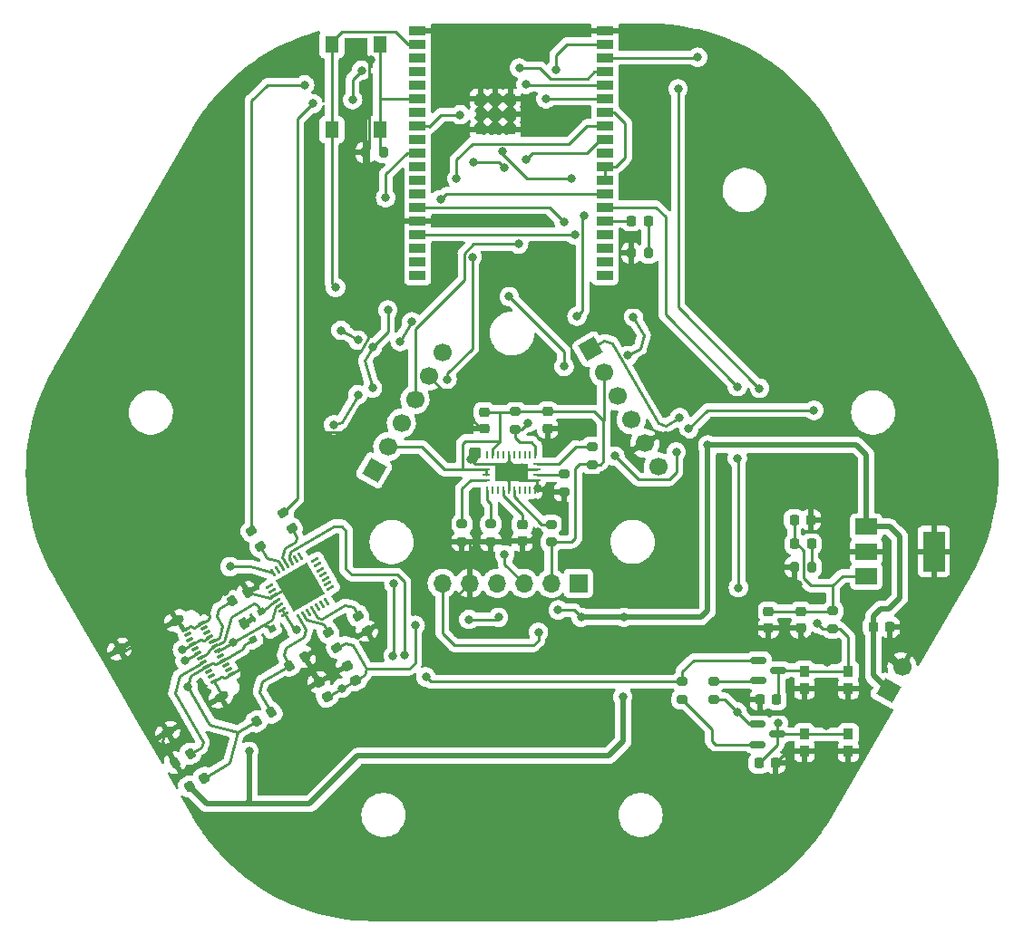
<source format=gtl>
G04 #@! TF.GenerationSoftware,KiCad,Pcbnew,6.0.2+dfsg-1*
G04 #@! TF.CreationDate,2024-11-30T20:51:58+09:00*
G04 #@! TF.ProjectId,omni_wheel,6f6d6e69-5f77-4686-9565-6c2e6b696361,rev?*
G04 #@! TF.SameCoordinates,Original*
G04 #@! TF.FileFunction,Copper,L1,Top*
G04 #@! TF.FilePolarity,Positive*
%FSLAX46Y46*%
G04 Gerber Fmt 4.6, Leading zero omitted, Abs format (unit mm)*
G04 Created by KiCad (PCBNEW 6.0.2+dfsg-1) date 2024-11-30 20:51:58*
%MOMM*%
%LPD*%
G01*
G04 APERTURE LIST*
G04 Aperture macros list*
%AMRoundRect*
0 Rectangle with rounded corners*
0 $1 Rounding radius*
0 $2 $3 $4 $5 $6 $7 $8 $9 X,Y pos of 4 corners*
0 Add a 4 corners polygon primitive as box body*
4,1,4,$2,$3,$4,$5,$6,$7,$8,$9,$2,$3,0*
0 Add four circle primitives for the rounded corners*
1,1,$1+$1,$2,$3*
1,1,$1+$1,$4,$5*
1,1,$1+$1,$6,$7*
1,1,$1+$1,$8,$9*
0 Add four rect primitives between the rounded corners*
20,1,$1+$1,$2,$3,$4,$5,0*
20,1,$1+$1,$4,$5,$6,$7,0*
20,1,$1+$1,$6,$7,$8,$9,0*
20,1,$1+$1,$8,$9,$2,$3,0*%
%AMHorizOval*
0 Thick line with rounded ends*
0 $1 width*
0 $2 $3 position (X,Y) of the first rounded end (center of the circle)*
0 $4 $5 position (X,Y) of the second rounded end (center of the circle)*
0 Add line between two ends*
20,1,$1,$2,$3,$4,$5,0*
0 Add two circle primitives to create the rounded ends*
1,1,$1,$2,$3*
1,1,$1,$4,$5*%
%AMRotRect*
0 Rectangle, with rotation*
0 The origin of the aperture is its center*
0 $1 length*
0 $2 width*
0 $3 Rotation angle, in degrees counterclockwise*
0 Add horizontal line*
21,1,$1,$2,0,0,$3*%
G04 Aperture macros list end*
G04 #@! TA.AperFunction,ComponentPad*
%ADD10R,1.700000X1.700000*%
G04 #@! TD*
G04 #@! TA.AperFunction,ComponentPad*
%ADD11O,1.700000X1.700000*%
G04 #@! TD*
G04 #@! TA.AperFunction,SMDPad,CuDef*
%ADD12RoundRect,0.150000X-0.587500X-0.150000X0.587500X-0.150000X0.587500X0.150000X-0.587500X0.150000X0*%
G04 #@! TD*
G04 #@! TA.AperFunction,SMDPad,CuDef*
%ADD13RoundRect,0.200000X0.035705X0.338157X-0.310705X0.138157X-0.035705X-0.338157X0.310705X-0.138157X0*%
G04 #@! TD*
G04 #@! TA.AperFunction,SMDPad,CuDef*
%ADD14RoundRect,0.218750X0.218750X0.256250X-0.218750X0.256250X-0.218750X-0.256250X0.218750X-0.256250X0*%
G04 #@! TD*
G04 #@! TA.AperFunction,SMDPad,CuDef*
%ADD15RoundRect,0.200000X0.275000X-0.200000X0.275000X0.200000X-0.275000X0.200000X-0.275000X-0.200000X0*%
G04 #@! TD*
G04 #@! TA.AperFunction,SMDPad,CuDef*
%ADD16RoundRect,0.225000X-0.250000X0.225000X-0.250000X-0.225000X0.250000X-0.225000X0.250000X0.225000X0*%
G04 #@! TD*
G04 #@! TA.AperFunction,SMDPad,CuDef*
%ADD17RoundRect,0.200000X-0.275000X0.200000X-0.275000X-0.200000X0.275000X-0.200000X0.275000X0.200000X0*%
G04 #@! TD*
G04 #@! TA.AperFunction,SMDPad,CuDef*
%ADD18RoundRect,0.200000X-0.200000X-0.275000X0.200000X-0.275000X0.200000X0.275000X-0.200000X0.275000X0*%
G04 #@! TD*
G04 #@! TA.AperFunction,SMDPad,CuDef*
%ADD19RoundRect,0.062500X-0.261034X-0.222877X0.323534X0.114623X0.261034X0.222877X-0.323534X-0.114623X0*%
G04 #@! TD*
G04 #@! TA.AperFunction,SMDPad,CuDef*
%ADD20RoundRect,0.062500X0.114623X-0.323534X0.222877X-0.261034X-0.114623X0.323534X-0.222877X0.261034X0*%
G04 #@! TD*
G04 #@! TA.AperFunction,SMDPad,CuDef*
%ADD21RotRect,3.350000X3.350000X30.000000*%
G04 #@! TD*
G04 #@! TA.AperFunction,SMDPad,CuDef*
%ADD22RoundRect,0.218750X-0.061318X-0.331294X0.317568X-0.112544X0.061318X0.331294X-0.317568X0.112544X0*%
G04 #@! TD*
G04 #@! TA.AperFunction,SMDPad,CuDef*
%ADD23RoundRect,0.200000X0.338157X-0.035705X0.138157X0.310705X-0.338157X0.035705X-0.138157X-0.310705X0*%
G04 #@! TD*
G04 #@! TA.AperFunction,SMDPad,CuDef*
%ADD24RoundRect,0.225000X0.250000X-0.225000X0.250000X0.225000X-0.250000X0.225000X-0.250000X-0.225000X0*%
G04 #@! TD*
G04 #@! TA.AperFunction,SMDPad,CuDef*
%ADD25RoundRect,0.225000X0.225000X0.250000X-0.225000X0.250000X-0.225000X-0.250000X0.225000X-0.250000X0*%
G04 #@! TD*
G04 #@! TA.AperFunction,SMDPad,CuDef*
%ADD26R,1.300000X1.550000*%
G04 #@! TD*
G04 #@! TA.AperFunction,SMDPad,CuDef*
%ADD27R,0.900000X1.000000*%
G04 #@! TD*
G04 #@! TA.AperFunction,SMDPad,CuDef*
%ADD28RotRect,0.700000X1.000000X30.000000*%
G04 #@! TD*
G04 #@! TA.AperFunction,SMDPad,CuDef*
%ADD29RotRect,0.700000X0.600000X30.000000*%
G04 #@! TD*
G04 #@! TA.AperFunction,SMDPad,CuDef*
%ADD30RoundRect,0.225000X-0.225000X-0.250000X0.225000X-0.250000X0.225000X0.250000X-0.225000X0.250000X0*%
G04 #@! TD*
G04 #@! TA.AperFunction,SMDPad,CuDef*
%ADD31R,2.000000X1.500000*%
G04 #@! TD*
G04 #@! TA.AperFunction,SMDPad,CuDef*
%ADD32R,2.000000X3.800000*%
G04 #@! TD*
G04 #@! TA.AperFunction,SMDPad,CuDef*
%ADD33RoundRect,0.225000X0.329006X-0.069856X0.104006X0.319856X-0.329006X0.069856X-0.104006X-0.319856X0*%
G04 #@! TD*
G04 #@! TA.AperFunction,SMDPad,CuDef*
%ADD34RoundRect,0.200000X-0.035705X-0.338157X0.310705X-0.138157X0.035705X0.338157X-0.310705X0.138157X0*%
G04 #@! TD*
G04 #@! TA.AperFunction,ComponentPad*
%ADD35RotRect,1.700000X1.700000X30.000000*%
G04 #@! TD*
G04 #@! TA.AperFunction,ComponentPad*
%ADD36HorizOval,1.700000X0.000000X0.000000X0.000000X0.000000X0*%
G04 #@! TD*
G04 #@! TA.AperFunction,SMDPad,CuDef*
%ADD37R,1.500000X0.900000*%
G04 #@! TD*
G04 #@! TA.AperFunction,SMDPad,CuDef*
%ADD38R,0.900000X0.900000*%
G04 #@! TD*
G04 #@! TA.AperFunction,ComponentPad*
%ADD39C,0.300000*%
G04 #@! TD*
G04 #@! TA.AperFunction,ComponentPad*
%ADD40RotRect,1.700000X1.700000X150.000000*%
G04 #@! TD*
G04 #@! TA.AperFunction,ComponentPad*
%ADD41HorizOval,1.700000X0.000000X0.000000X0.000000X0.000000X0*%
G04 #@! TD*
G04 #@! TA.AperFunction,SMDPad,CuDef*
%ADD42R,0.254000X0.675000*%
G04 #@! TD*
G04 #@! TA.AperFunction,SMDPad,CuDef*
%ADD43R,0.675000X0.254000*%
G04 #@! TD*
G04 #@! TA.AperFunction,SMDPad,CuDef*
%ADD44RotRect,0.300000X0.700000X300.000000*%
G04 #@! TD*
G04 #@! TA.AperFunction,ComponentPad*
%ADD45HorizOval,0.800000X-0.259808X-0.150000X0.259808X0.150000X0*%
G04 #@! TD*
G04 #@! TA.AperFunction,SMDPad,CuDef*
%ADD46RoundRect,0.200000X-0.338157X0.035705X-0.138157X-0.310705X0.338157X-0.035705X0.138157X0.310705X0*%
G04 #@! TD*
G04 #@! TA.AperFunction,ViaPad*
%ADD47C,0.800000*%
G04 #@! TD*
G04 #@! TA.AperFunction,Conductor*
%ADD48C,0.250000*%
G04 #@! TD*
G04 #@! TA.AperFunction,Conductor*
%ADD49C,0.500000*%
G04 #@! TD*
G04 APERTURE END LIST*
D10*
X112102565Y-110430309D03*
D11*
X109562565Y-110430309D03*
X107022565Y-110430309D03*
X104482565Y-110430309D03*
X101942565Y-110430309D03*
X99402565Y-110430309D03*
D12*
X128835105Y-123589870D03*
X128835105Y-125489870D03*
X130710105Y-124539870D03*
D13*
X83476795Y-122507374D03*
X82047853Y-123332374D03*
D14*
X133872601Y-106749870D03*
X132297601Y-106749870D03*
D15*
X106232603Y-96034871D03*
X106232603Y-94384871D03*
D16*
X106872581Y-104943749D03*
X106872581Y-106493749D03*
D17*
X121792604Y-119634870D03*
X121792604Y-121284870D03*
D18*
X117020333Y-79559685D03*
X118670333Y-79559685D03*
D19*
X83230820Y-110721331D03*
X83480820Y-111154344D03*
X83730820Y-111587356D03*
X83980820Y-112020369D03*
X84230820Y-112453382D03*
X84480820Y-112886394D03*
X84730820Y-113319407D03*
D20*
X86028544Y-113667131D03*
X86461557Y-113417131D03*
X86894569Y-113167131D03*
X87327582Y-112917131D03*
X87760595Y-112667131D03*
X88193607Y-112417131D03*
X88626620Y-112167131D03*
D19*
X88974344Y-110869407D03*
X88724344Y-110436394D03*
X88474344Y-110003382D03*
X88224344Y-109570369D03*
X87974344Y-109137356D03*
X87724344Y-108704344D03*
X87474344Y-108271331D03*
D20*
X86176620Y-107923607D03*
X85743607Y-108173607D03*
X85310595Y-108423607D03*
X84877582Y-108673607D03*
X84444569Y-108923607D03*
X84011557Y-109173607D03*
X83578544Y-109423607D03*
D21*
X86102582Y-110795369D03*
D22*
X75793443Y-129414419D03*
X77157433Y-128626919D03*
D23*
X89570965Y-116442789D03*
X88745965Y-115013847D03*
D24*
X103312601Y-95994869D03*
X103312601Y-94444869D03*
D25*
X130607602Y-121299868D03*
X129057602Y-121299868D03*
D26*
X89092566Y-68035305D03*
X89092566Y-60085305D03*
X93592566Y-60085305D03*
X93592566Y-68035305D03*
D27*
X133205335Y-118639687D03*
X137305335Y-118639687D03*
X137305335Y-120239687D03*
X133205335Y-120239687D03*
D17*
X103932580Y-104883750D03*
X103932580Y-106533750D03*
D23*
X82409248Y-106998329D03*
X81584248Y-105569387D03*
D17*
X113392604Y-97674871D03*
X113392604Y-99324871D03*
D18*
X92247562Y-70160306D03*
X93897562Y-70160306D03*
D13*
X81243100Y-111268500D03*
X79814158Y-112093500D03*
D28*
X80895904Y-114217141D03*
D29*
X81745904Y-115689384D03*
X83477954Y-114689384D03*
X82527954Y-113043936D03*
D12*
X128925104Y-117619870D03*
X128925104Y-119519870D03*
X130800104Y-118569870D03*
D30*
X132260105Y-104499868D03*
X133810105Y-104499868D03*
D15*
X135855334Y-114665659D03*
X135855334Y-113015659D03*
D30*
X139627602Y-114519872D03*
X141177602Y-114519872D03*
D31*
X138995331Y-105149683D03*
D32*
X145295331Y-107449683D03*
D31*
X138995331Y-107449683D03*
X138995331Y-109749683D03*
D14*
X118632833Y-76559686D03*
X117057833Y-76559686D03*
D33*
X88658610Y-121022538D03*
X87883610Y-119680198D03*
D34*
X74434988Y-127196504D03*
X75863930Y-126371504D03*
D13*
X86577400Y-117287780D03*
X85148458Y-118112780D03*
D15*
X124752602Y-121284871D03*
X124752602Y-119634871D03*
D23*
X85345075Y-105303330D03*
X84520075Y-103874388D03*
D35*
X113227562Y-88551049D03*
D36*
X114497562Y-90750754D03*
X115767562Y-92950458D03*
X117037562Y-95150163D03*
X118307562Y-97349867D03*
X119577562Y-99549572D03*
D37*
X97105329Y-58789685D03*
X97105329Y-60059685D03*
X97105329Y-61329685D03*
X97105329Y-62599685D03*
X97105329Y-63869685D03*
X97105329Y-65139685D03*
X97105329Y-66409685D03*
X97105329Y-67679685D03*
X97105329Y-68949685D03*
X97105329Y-70219685D03*
X97105329Y-71489685D03*
X97105329Y-72759685D03*
X97105329Y-74029685D03*
X97105329Y-75299685D03*
X97105329Y-76569685D03*
X97105329Y-77839685D03*
X97105329Y-79109685D03*
X97105329Y-80379685D03*
X97105329Y-81649685D03*
X114605329Y-81649685D03*
X114605329Y-80379685D03*
X114605329Y-79109685D03*
X114605329Y-77839685D03*
X114605329Y-76569685D03*
X114605329Y-75299685D03*
X114605329Y-74029685D03*
X114605329Y-72759685D03*
X114605329Y-71489685D03*
X114605329Y-70219685D03*
X114605329Y-68949685D03*
X114605329Y-67679685D03*
X114605329Y-66409685D03*
X114605329Y-65139685D03*
X114605329Y-63869685D03*
X114605329Y-62599685D03*
X114605329Y-61329685D03*
X114605329Y-60059685D03*
X114605329Y-58789685D03*
D38*
X102955329Y-66589685D03*
X104355329Y-66589685D03*
X105755329Y-66589685D03*
X102955329Y-65189685D03*
X104355329Y-65189685D03*
X105755329Y-65189685D03*
X102955329Y-67989685D03*
X104355329Y-67989685D03*
X105755329Y-67989685D03*
D39*
X105755329Y-65889685D03*
X104355329Y-65889685D03*
X102955329Y-65889685D03*
X102955329Y-67289685D03*
X104355329Y-67289685D03*
X105755329Y-67289685D03*
X105055329Y-65189685D03*
X103655329Y-65189685D03*
X105055329Y-66589685D03*
X103655329Y-66589685D03*
X103655329Y-67989685D03*
X105055329Y-67989685D03*
D30*
X128957602Y-127239872D03*
X130507602Y-127239872D03*
D16*
X129855328Y-113065659D03*
X129855328Y-114615659D03*
D40*
X93047565Y-99869565D03*
D41*
X94317565Y-97669860D03*
X95587565Y-95470156D03*
X96857565Y-93270451D03*
X98127565Y-91070747D03*
X99397565Y-88871042D03*
D17*
X109572584Y-104913750D03*
X109572584Y-106563750D03*
D33*
X91308647Y-119492537D03*
X90533647Y-118150197D03*
D24*
X109242605Y-95934868D03*
X109242605Y-94384868D03*
D15*
X110802602Y-101864869D03*
X110802602Y-100214869D03*
D18*
X132280099Y-108909869D03*
X133930099Y-108909869D03*
D27*
X137305331Y-124530660D03*
X133205331Y-124530660D03*
X133205331Y-126130660D03*
X137305331Y-126130660D03*
D42*
X103605331Y-98387183D03*
D43*
X103467831Y-99299683D03*
X103467831Y-99799683D03*
X103467831Y-100299683D03*
X103467831Y-100799683D03*
D42*
X103605331Y-101712183D03*
X104105331Y-101712183D03*
X104605331Y-101712183D03*
X105105331Y-101712183D03*
X105605331Y-101712183D03*
X106105331Y-101712183D03*
X106605331Y-101712183D03*
X107105331Y-101712183D03*
X107605331Y-101712183D03*
X108105331Y-101712183D03*
D43*
X108242831Y-100799683D03*
X108242831Y-100299683D03*
X108242831Y-99799683D03*
X108242831Y-99299683D03*
D42*
X108105331Y-98387183D03*
X107605331Y-98387183D03*
X107105331Y-98387183D03*
X106605331Y-98387183D03*
X106105331Y-98387183D03*
X105605331Y-98387183D03*
X105105331Y-98387183D03*
X104605331Y-98387183D03*
X104105331Y-98387183D03*
D16*
X132855330Y-113065656D03*
X132855330Y-114615656D03*
D40*
X141055334Y-120449688D03*
D41*
X142325334Y-118249983D03*
D44*
X76952573Y-114158116D03*
X77202573Y-114591129D03*
X77452573Y-115024142D03*
X77702573Y-115457154D03*
X77952573Y-115890167D03*
X78202573Y-116323180D03*
X78452573Y-116756192D03*
X78702573Y-117189205D03*
X78952573Y-117622218D03*
X79202573Y-118055230D03*
X79452573Y-118488243D03*
X79702573Y-118921256D03*
X78105329Y-119554750D03*
X77855329Y-119121737D03*
X77605329Y-118688724D03*
X77355329Y-118255711D03*
X77105329Y-117822699D03*
X76855329Y-117389686D03*
X76605329Y-116956673D03*
X76355329Y-116523661D03*
X76105329Y-116090648D03*
X75855329Y-115657635D03*
X75605329Y-115224622D03*
X75355329Y-114791610D03*
D45*
X73765613Y-124358140D03*
X78738464Y-121071371D03*
X69275613Y-116581232D03*
X74608464Y-113918001D03*
D17*
X101252583Y-104883750D03*
X101252583Y-106533750D03*
D46*
X91544750Y-113461476D03*
X92369750Y-114890418D03*
D47*
X79106264Y-111197390D03*
X138995332Y-107449683D03*
X86577398Y-117287781D03*
X112215192Y-96694573D03*
X108304447Y-105583828D03*
X102013291Y-94956475D03*
X89245467Y-91433078D03*
X80908581Y-114279102D03*
X92369747Y-114890422D03*
X138875191Y-120234573D03*
X128162602Y-109389869D03*
X110802602Y-101864871D03*
X120036934Y-91894003D03*
X92891428Y-86502372D03*
X132595191Y-110504572D03*
X145295331Y-107449683D03*
X87931434Y-94842368D03*
X117020333Y-79559685D03*
X135251812Y-126130659D03*
X105694608Y-114358202D03*
X94006654Y-93451310D03*
X80929833Y-118215907D03*
X102045193Y-98884571D03*
X97105330Y-58789684D03*
X135282602Y-123739869D03*
X135332601Y-117779872D03*
X90533644Y-118150198D03*
X115538453Y-84667834D03*
X100794609Y-115148202D03*
X92786653Y-61481308D03*
X108331832Y-101574684D03*
X122844423Y-98286718D03*
X121415193Y-64224571D03*
X129025190Y-92204572D03*
X97105330Y-61329686D03*
X134435195Y-114184572D03*
X132260103Y-104499869D03*
X116749973Y-89149830D03*
X90022597Y-120235039D03*
X117253101Y-85522267D03*
X85815884Y-114751035D03*
X104645107Y-113608202D03*
X92889270Y-92182862D03*
X89446654Y-82781309D03*
X92896597Y-88379031D03*
X101895297Y-113807512D03*
X94326655Y-84891310D03*
X96874608Y-114348204D03*
X97885194Y-119184572D03*
X95865193Y-117164572D03*
X79585192Y-108874572D03*
X126931249Y-122438517D03*
X94885191Y-110464572D03*
X94815191Y-117194573D03*
X86555189Y-63854572D03*
X107215191Y-63804573D03*
X106595191Y-62274574D03*
X87315191Y-65614573D03*
X91035191Y-65234573D03*
X91865191Y-62504573D03*
X122416655Y-96001309D03*
X121246653Y-98161308D03*
X134096653Y-94261309D03*
X115506655Y-98541309D03*
X123246653Y-61271308D03*
X113392601Y-97674871D03*
X109085193Y-65154574D03*
X107395192Y-95434574D03*
X75651696Y-120073901D03*
X75143865Y-116614321D03*
X130765192Y-123504573D03*
X126945193Y-98724574D03*
X126955194Y-92044572D03*
X127045193Y-110834572D03*
X116363821Y-113603202D03*
X110226653Y-112921308D03*
X91528604Y-92808467D03*
X112374610Y-113603199D03*
X89273771Y-95617370D03*
X81365192Y-126134572D03*
X116255192Y-121054573D03*
X124186763Y-97511718D03*
X75380399Y-117644003D03*
X79884018Y-115944505D03*
X89954072Y-86795634D03*
X91547561Y-87715636D03*
X94116655Y-74391307D03*
X99226654Y-74575186D03*
X95479011Y-87826165D03*
X96544010Y-85981531D03*
X121561367Y-94945178D03*
X110745192Y-76654573D03*
X111785192Y-77884573D03*
X108384610Y-115008202D03*
X97105330Y-72759685D03*
X97105330Y-71489684D03*
X97105330Y-66409686D03*
X105236655Y-107761309D03*
X112606653Y-76091309D03*
X105016654Y-70075809D03*
X111976654Y-85471309D03*
X111446654Y-72611308D03*
X101066654Y-66651309D03*
X97105330Y-68949686D03*
X105236655Y-71621309D03*
X110776653Y-90171308D03*
X102286653Y-71091309D03*
X105656654Y-83631308D03*
X110025194Y-62404573D03*
X99852577Y-91361309D03*
X102196653Y-79941308D03*
X100746655Y-72601309D03*
X107266654Y-70821310D03*
X106526654Y-78731310D03*
D48*
X90334773Y-112485739D02*
X88135070Y-113755741D01*
X88135070Y-113755741D02*
X87752580Y-113653256D01*
X91099749Y-112690715D02*
X90334773Y-112485739D01*
X87752580Y-113653256D02*
X87327581Y-112917130D01*
X91544750Y-113461476D02*
X91099749Y-112690715D01*
X97105331Y-76569686D02*
X92625029Y-76569685D01*
X79702572Y-118921255D02*
X79133360Y-119249888D01*
X134482605Y-120259503D02*
X134462786Y-120239687D01*
X69275615Y-116581230D02*
X73765615Y-124358140D01*
X102955329Y-67989683D02*
X102955329Y-65189686D01*
X92489138Y-70401883D02*
X92247562Y-70160306D01*
X132280099Y-108909869D02*
X128642605Y-108909870D01*
X134462786Y-120239687D02*
X135272784Y-120239686D01*
X89245467Y-91433078D02*
X87724021Y-94068295D01*
X92589702Y-61678259D02*
X92786653Y-61481308D01*
X108105332Y-101712186D02*
X110649920Y-101712184D01*
X106872584Y-106493748D02*
X107394526Y-106493748D01*
X106404309Y-100573690D02*
X106404310Y-99799682D01*
X77565975Y-113803969D02*
X76952576Y-114158112D01*
X106404310Y-99799682D02*
X108242830Y-99799684D01*
X128162602Y-114139871D02*
X128638391Y-114615658D01*
X102955330Y-58894437D02*
X103060079Y-58789685D01*
X73765615Y-124358136D02*
X73409066Y-124563992D01*
X75917402Y-114467096D02*
X75355331Y-114791607D01*
X77098231Y-111779378D02*
X76959142Y-112298466D01*
X100794609Y-115148202D02*
X100794608Y-111578265D01*
X97105327Y-58789687D02*
X103060079Y-58789685D01*
X79106264Y-111197390D02*
X79062962Y-111222389D01*
X108242831Y-100799684D02*
X106630302Y-100799683D01*
X101942564Y-106549909D02*
X101942564Y-110430309D01*
X78779352Y-119165599D02*
X78105333Y-119554747D01*
X101252583Y-106533750D02*
X101958724Y-106533749D01*
X105605330Y-99000707D02*
X106404310Y-99799682D01*
X106832583Y-106533747D02*
X106872583Y-106493747D01*
X120157256Y-96281945D02*
X121966921Y-96766845D01*
X69767383Y-116713000D02*
X69275612Y-116581228D01*
X87907400Y-119591406D02*
X87883605Y-119680200D01*
X103467831Y-99299684D02*
X102460304Y-99299683D01*
X131616817Y-126130657D02*
X133205334Y-126130654D01*
X79133360Y-119249888D02*
X78781995Y-119155740D01*
X90533644Y-118150198D02*
X87883605Y-119680200D01*
X86577398Y-117287781D02*
X87907400Y-119591406D01*
X80361999Y-110472388D02*
X80860598Y-110605988D01*
X132855332Y-115302597D02*
X135332601Y-117779872D01*
X85419571Y-110612357D02*
X86102582Y-110795369D01*
X133205334Y-126130654D02*
X135251812Y-126130659D01*
X73252487Y-125148353D02*
X74434988Y-127196504D01*
X105755329Y-65189686D02*
X105755329Y-67989686D01*
X92489139Y-87533795D02*
X92952671Y-86730934D01*
X129057600Y-121299871D02*
X129057603Y-122074870D01*
X135862600Y-104499871D02*
X136322601Y-104959869D01*
X78105333Y-119554747D02*
X78815332Y-120784502D01*
X103467830Y-99299686D02*
X105306355Y-99299683D01*
X79706375Y-118922274D02*
X79702572Y-118921255D01*
X87724021Y-94068295D02*
X87931434Y-94842368D01*
X105605332Y-101712188D02*
X105605330Y-99000707D01*
X83319459Y-111824856D02*
X83730821Y-111587356D01*
X133810100Y-104499870D02*
X135862600Y-104499871D01*
X102460304Y-99299683D02*
X102045193Y-98884571D01*
X102955329Y-65189686D02*
X105755329Y-65189686D01*
X120046702Y-86966081D02*
X120046701Y-91884236D01*
X94006654Y-93451310D02*
X91116083Y-96341882D01*
X108242830Y-101574684D02*
X108105331Y-101712185D01*
D49*
X137305336Y-120239686D02*
X138870080Y-120239686D01*
D48*
X91116083Y-96341882D02*
X88406083Y-96341882D01*
X83730821Y-111587356D02*
X85419571Y-110612357D01*
X78781995Y-119155740D02*
X78779352Y-119165599D01*
X110649920Y-101712184D02*
X110802602Y-101864871D01*
X79106264Y-111197390D02*
X78423252Y-111014377D01*
X130507603Y-127239869D02*
X131616817Y-126130657D01*
X111455488Y-95934869D02*
X112215192Y-96694573D01*
X109242602Y-95934870D02*
X111455488Y-95934869D01*
X91732263Y-88844745D02*
X92489139Y-87533795D01*
X136892418Y-107449686D02*
X138995332Y-107449683D01*
X76258908Y-114558600D02*
X75917402Y-114467096D01*
X88406083Y-96341882D02*
X87931434Y-95867232D01*
X102955330Y-66589687D02*
X105755331Y-66589687D01*
X105755329Y-67989686D02*
X102955329Y-67989683D01*
X107394526Y-106493748D02*
X108304447Y-105583828D01*
X100794608Y-111578265D02*
X101942564Y-110430309D01*
X100794609Y-115148202D02*
X104904607Y-115148202D01*
X92589703Y-69818167D02*
X92589702Y-61678259D01*
X102013291Y-94956475D02*
X98127565Y-91070747D01*
X101958724Y-106533749D02*
X101942564Y-106549909D01*
X76952576Y-114158112D02*
X76258908Y-114558600D01*
X132280099Y-108909869D02*
X132280100Y-110189481D01*
X92489139Y-76433795D02*
X92489138Y-70401883D01*
X89245467Y-91433078D02*
X90558214Y-89159331D01*
X136322601Y-106879870D02*
X136892418Y-107449686D01*
X78815332Y-120784502D02*
X78738464Y-121071371D01*
X90558214Y-89159331D02*
X91732263Y-88844745D01*
X104904607Y-115148202D02*
X105694608Y-114358202D01*
D49*
X141177601Y-114519873D02*
X141177602Y-117102252D01*
D48*
X105605333Y-98387185D02*
X105605330Y-99000707D01*
X74608465Y-113918000D02*
X75068466Y-114714743D01*
X80915906Y-114251779D02*
X80908581Y-114279102D01*
X129855328Y-114615657D02*
X132855328Y-114615657D01*
X128638391Y-114615658D02*
X129855328Y-114615657D01*
X106630302Y-100799683D02*
X106404309Y-100573690D01*
X81243100Y-111268497D02*
X83319459Y-111824856D01*
X132855328Y-114615657D02*
X132855332Y-114615658D01*
D49*
X138870080Y-120239686D02*
X138875191Y-120234573D01*
D48*
X103060079Y-58789685D02*
X114605330Y-58789686D01*
X135251812Y-126130659D02*
X137305332Y-126130655D01*
D49*
X141177602Y-117102252D02*
X142325333Y-118249984D01*
D48*
X78423252Y-111014377D02*
X77098231Y-111779378D01*
X132280100Y-110189481D02*
X132595191Y-110504572D01*
X118307562Y-97349867D02*
X120157256Y-96281945D01*
X134022605Y-122599869D02*
X134482602Y-122139867D01*
X80929833Y-118215907D02*
X79706375Y-118922274D01*
X77649142Y-113493581D02*
X77565975Y-113803969D01*
X136322601Y-104959869D02*
X136322601Y-106879870D01*
X79106264Y-111197390D02*
X80361999Y-110472388D01*
X92952671Y-86730934D02*
X92891428Y-86502372D01*
X121966921Y-96766845D02*
X122844423Y-98286718D01*
X128642605Y-108909870D02*
X128162602Y-109389869D01*
X87931434Y-95867232D02*
X87931434Y-94842368D01*
D49*
X110802603Y-101864870D02*
X110802602Y-101864871D01*
D48*
X108242831Y-100799684D02*
X108242830Y-101574684D01*
X135272784Y-120239686D02*
X137305336Y-120239686D01*
X76959142Y-112298466D02*
X77649142Y-113493581D01*
X134482602Y-122139867D02*
X134482605Y-120259503D01*
X103312603Y-95994869D02*
X103051688Y-95994870D01*
X120046702Y-86966081D02*
X117748453Y-84667832D01*
X92247562Y-70160306D02*
X92589703Y-69818167D01*
X103051688Y-95994870D02*
X102013291Y-94956475D01*
X129057603Y-122074870D02*
X129582601Y-122599868D01*
X120046701Y-91884236D02*
X120036934Y-91894003D01*
X74608465Y-113918000D02*
X69767383Y-116713000D01*
X73409066Y-124563992D02*
X73252487Y-125148353D01*
X102955329Y-65189686D02*
X102955330Y-58894437D01*
X128162602Y-109389869D02*
X128162602Y-114139871D01*
X105306355Y-99299683D02*
X105605330Y-99000707D01*
X104355329Y-65189687D02*
X104355329Y-67989687D01*
X135272786Y-123730055D02*
X135282602Y-123739869D01*
X92625029Y-76569685D02*
X92489139Y-76433795D01*
X103932580Y-106533750D02*
X106832583Y-106533747D01*
X133205332Y-120239686D02*
X134462786Y-120239687D01*
X132855332Y-114615658D02*
X132855332Y-115302597D01*
X75068466Y-114714743D02*
X75355333Y-114791608D01*
X135272784Y-120239686D02*
X135272786Y-123730055D01*
X117748453Y-84667832D02*
X115538453Y-84667834D01*
X101958724Y-106533749D02*
X103932580Y-106533750D01*
X92489139Y-87533795D02*
X92489139Y-76433795D01*
X129582601Y-122599868D02*
X134022605Y-122599869D01*
X80895906Y-114217138D02*
X80915906Y-114251779D01*
X80860598Y-110605988D02*
X81243100Y-111268497D01*
X130800102Y-121107371D02*
X130607604Y-121299867D01*
X136518392Y-114665660D02*
X137305336Y-115452600D01*
X129025190Y-92204572D02*
X121415193Y-84594572D01*
X121415193Y-84594572D02*
X121415193Y-64224571D01*
X134916278Y-114665659D02*
X134435195Y-114184572D01*
X135855334Y-114665659D02*
X134916278Y-114665659D01*
X133135515Y-118569871D02*
X133205335Y-118639683D01*
X130800103Y-118569871D02*
X133135515Y-118569871D01*
X130800103Y-118569871D02*
X130800102Y-121107371D01*
X135855333Y-114665657D02*
X136518392Y-114665660D01*
X137305336Y-115452600D02*
X137305336Y-118639687D01*
X133205335Y-118639683D02*
X137305336Y-118639687D01*
X89092567Y-59800246D02*
X90034607Y-58858203D01*
X133827760Y-110647143D02*
X135855330Y-110647143D01*
X101300302Y-99799685D02*
X99600303Y-99799683D01*
X96196091Y-60059685D02*
X97105328Y-60059687D01*
X103467832Y-99799684D02*
X101300302Y-99799685D01*
X114497564Y-90750752D02*
X114497565Y-95194907D01*
X112225191Y-99314574D02*
X111835190Y-99704574D01*
X92325903Y-118414478D02*
X92170340Y-118995039D01*
X114132604Y-99329871D02*
X113397602Y-99329872D01*
X113397602Y-99329872D02*
X113392603Y-99324870D01*
X113597601Y-94384870D02*
X114452600Y-95239871D01*
X113392603Y-99324870D02*
X113382305Y-99314574D01*
X132520491Y-106749870D02*
X133155191Y-107384573D01*
X104105331Y-97844433D02*
X104730192Y-97219572D01*
X104645192Y-97134572D02*
X104730192Y-97219572D01*
X113382305Y-99314574D02*
X112225191Y-99314574D01*
X111835193Y-106194572D02*
X111466014Y-106563749D01*
X89092565Y-82427220D02*
X89446654Y-82781309D01*
X106232605Y-94384870D02*
X109242601Y-94384868D01*
X89092565Y-60085306D02*
X89092567Y-59800246D01*
X136762602Y-109739868D02*
X136772416Y-109749686D01*
X114497565Y-95194907D02*
X114452600Y-95239871D01*
X89570965Y-116442789D02*
X90346059Y-115995288D01*
X101300302Y-99799685D02*
X101300305Y-97389462D01*
X101895297Y-113807512D02*
X104445793Y-113807513D01*
X136772416Y-109749686D02*
X138995330Y-109749686D01*
X132297601Y-106749870D02*
X132520491Y-106749870D01*
X109572586Y-106563749D02*
X109562564Y-106573767D01*
X101300305Y-97389462D02*
X101555193Y-97134572D01*
X104105332Y-98387183D02*
X104105331Y-97844433D01*
X135855330Y-110647143D02*
X136762602Y-109739868D01*
X111466014Y-106563749D02*
X109572585Y-106563749D01*
X92170340Y-118995039D02*
X91308646Y-119492537D01*
X132260103Y-106712369D02*
X132297601Y-106749870D01*
X132855330Y-113065658D02*
X135805335Y-113065657D01*
X129855328Y-113065661D02*
X132855330Y-113065661D01*
X132260103Y-104499870D02*
X132260103Y-106712369D01*
X133155191Y-107384573D02*
X133155194Y-109974572D01*
X111835190Y-99704574D02*
X111835193Y-106194572D01*
X109242601Y-94384868D02*
X113597601Y-94384870D01*
X90034607Y-58858203D02*
X94994607Y-58858203D01*
X117905687Y-88482580D02*
X118240602Y-87232668D01*
X109562564Y-106573767D02*
X109562564Y-110430308D01*
X99600303Y-99799683D02*
X97470481Y-97669859D01*
X104445793Y-113807513D02*
X104645107Y-113608202D01*
X116749973Y-89149830D02*
X117905687Y-88482580D01*
X91308646Y-119492537D02*
X90022597Y-120235039D01*
X92896597Y-88379031D02*
X92195442Y-89593465D01*
X84480822Y-112886396D02*
X84730821Y-113319407D01*
X135855330Y-113015659D02*
X135855330Y-110647143D01*
X118240602Y-87232668D02*
X117253101Y-85522267D01*
X103312604Y-94444870D02*
X104805490Y-94444868D01*
X132855330Y-113065661D02*
X132855330Y-113065658D01*
X97470481Y-97669859D02*
X94317564Y-97669862D01*
X94326655Y-86948974D02*
X92896597Y-88379031D01*
X89092565Y-68035306D02*
X89092565Y-82427220D01*
X90022597Y-120235039D02*
X88658607Y-121022539D01*
X94994607Y-58858203D02*
X96196091Y-60059685D01*
X103467831Y-100299683D02*
X103467832Y-99799684D01*
X114452600Y-95239871D02*
X114452604Y-99009870D01*
X96874608Y-114348204D02*
X96874608Y-117858204D01*
X101555193Y-97134572D02*
X104645192Y-97134572D01*
X90346059Y-115995288D02*
X91035900Y-116180131D01*
X104730192Y-97219572D02*
X104805488Y-97144277D01*
X91035900Y-116180131D02*
X92325903Y-118414478D01*
X135805335Y-113065657D02*
X135855330Y-113015659D01*
X96874608Y-117858204D02*
X96318334Y-118414476D01*
X84730821Y-113319407D02*
X85510058Y-114669092D01*
X92195442Y-89593465D02*
X92889270Y-92182862D01*
X104805488Y-97144277D02*
X104805490Y-94444868D01*
X106172601Y-94444868D02*
X106232605Y-94384870D01*
X94326655Y-84891310D02*
X94326655Y-86948974D01*
X96318334Y-118414476D02*
X92325903Y-118414478D01*
X114452604Y-99009870D02*
X114132604Y-99329871D01*
X89092565Y-60085306D02*
X89092565Y-68035304D01*
X85510058Y-114669092D02*
X85815884Y-114751035D01*
X133155194Y-109974572D02*
X133827760Y-110647143D01*
X104805490Y-94444868D02*
X106172601Y-94444868D01*
X133872602Y-106749871D02*
X133872599Y-108852372D01*
X133872599Y-108852372D02*
X133930103Y-108909870D01*
X90005787Y-105105166D02*
X89318305Y-105105165D01*
X95165193Y-109614571D02*
X90935192Y-109614571D01*
X122872601Y-117619873D02*
X128925101Y-117619868D01*
X85241641Y-107458827D02*
X85086929Y-108036209D01*
X121792600Y-118699870D02*
X122872601Y-117619873D01*
X95865193Y-117164572D02*
X95865192Y-110314574D01*
X90935192Y-109614571D02*
X90415192Y-109094573D01*
X89318305Y-105105165D02*
X85241641Y-107458827D01*
X121792604Y-119634870D02*
X121792600Y-118699870D01*
X85086929Y-108036209D02*
X85310594Y-108423608D01*
X95865192Y-110314574D02*
X95165193Y-109614571D01*
X90415193Y-105514572D02*
X90005787Y-105105166D01*
X98335491Y-119634871D02*
X97885194Y-119184572D01*
X121792604Y-119634870D02*
X98335491Y-119634871D01*
X90415192Y-109094573D02*
X90415193Y-105514572D01*
X121792601Y-121284872D02*
X124552601Y-124044872D01*
X124552601Y-125149872D02*
X124892602Y-125489870D01*
X124552601Y-124044872D02*
X124552601Y-125149872D01*
X124892602Y-125489870D02*
X128835103Y-125489871D01*
X81474866Y-108859928D02*
X79599836Y-108859929D01*
X128082602Y-123589871D02*
X128835103Y-123589871D01*
X94885192Y-117124573D02*
X94815191Y-117194573D01*
X94885191Y-110464572D02*
X94885192Y-117124573D01*
X79599836Y-108859929D02*
X79585192Y-108874572D01*
X83578546Y-109423606D02*
X81474866Y-108859928D01*
X126931249Y-122438517D02*
X128082602Y-123589871D01*
X124752602Y-121284871D02*
X125777602Y-121284871D01*
X125777602Y-121284871D02*
X126931249Y-122438517D01*
X124752602Y-119634871D02*
X128810101Y-119634870D01*
X128810101Y-119634870D02*
X128925101Y-119519868D01*
X74443900Y-120701939D02*
X77063900Y-125239911D01*
X74869510Y-119113547D02*
X74443900Y-120701939D01*
X77063900Y-125239911D02*
X76924810Y-125759002D01*
X77105333Y-117822694D02*
X74869510Y-119113547D01*
X76924810Y-125759002D02*
X75863928Y-126371505D01*
X84791783Y-116424996D02*
X84595959Y-117155822D01*
X82623994Y-119570280D02*
X82356795Y-120567477D01*
X86673541Y-114784304D02*
X86497853Y-115439998D01*
X82356795Y-120567477D02*
X83476795Y-122507374D01*
X84595959Y-117155822D02*
X85148459Y-118112779D01*
X86497853Y-115439998D02*
X84791783Y-116424996D01*
X85148459Y-118112779D02*
X82623994Y-119570280D01*
X86028544Y-113667129D02*
X86673541Y-114784304D01*
X78887418Y-114418337D02*
X78362419Y-113509011D01*
X79814160Y-112093499D02*
X78545431Y-112826000D01*
X78591954Y-115521015D02*
X78887418Y-114418337D01*
X78362419Y-113509011D02*
X78545431Y-112826000D01*
X77952576Y-115890160D02*
X78591954Y-115521015D01*
X86711556Y-113850143D02*
X88323466Y-114282053D01*
X86461555Y-113417133D02*
X86711556Y-113850143D01*
X88323466Y-114282053D02*
X88745966Y-115013846D01*
X93592567Y-65226160D02*
X93592567Y-60085304D01*
X93592567Y-65226160D02*
X93679043Y-65139685D01*
X93592565Y-68035307D02*
X93592567Y-69855311D01*
X93592567Y-69855311D02*
X93897562Y-70160306D01*
X93592565Y-68035307D02*
X93592567Y-65226160D01*
X93679043Y-65139685D02*
X97105328Y-65139687D01*
X84119566Y-108360693D02*
X83026750Y-108067871D01*
X84444570Y-108923607D02*
X84119566Y-108360693D01*
X83026750Y-108067871D02*
X82409249Y-106998330D01*
X107280304Y-63869686D02*
X114605330Y-63869685D01*
X83075192Y-63854571D02*
X86555189Y-63854572D01*
X81584250Y-105569386D02*
X81584250Y-65345514D01*
X107215191Y-63804573D02*
X107280304Y-63869686D01*
X81584250Y-65345514D02*
X83075192Y-63854571D01*
X84462582Y-107954805D02*
X84674877Y-107162511D01*
X84877582Y-108673609D02*
X84462582Y-107954805D01*
X85688126Y-106577515D02*
X85812575Y-106113065D01*
X85812575Y-106113065D02*
X85345075Y-105303330D01*
X84674877Y-107162511D02*
X85688126Y-106577515D01*
X84520075Y-103874386D02*
X85885028Y-102509437D01*
X109475190Y-63254574D02*
X112950441Y-63254572D01*
X106595191Y-62274574D02*
X108495193Y-62274574D01*
X112950441Y-63254572D02*
X113605329Y-62599687D01*
X85885025Y-67044740D02*
X87315191Y-65614573D01*
X113605329Y-62599687D02*
X114605330Y-62599684D01*
X91035191Y-65234573D02*
X91035191Y-63334573D01*
X85885028Y-102509437D02*
X85885025Y-67044740D01*
X91035191Y-63334573D02*
X91865191Y-62504573D01*
X108495193Y-62274574D02*
X109475190Y-63254574D01*
X124156653Y-94261308D02*
X134096653Y-94261309D01*
X111877601Y-97674872D02*
X113392601Y-97674871D01*
X120563879Y-100724083D02*
X121246654Y-100041310D01*
X108242832Y-99299686D02*
X110252785Y-99299684D01*
X121246654Y-100041310D02*
X121246653Y-98161308D01*
X123188277Y-61329684D02*
X114605329Y-61329684D01*
X122416655Y-96001309D02*
X124156653Y-94261308D01*
X113392604Y-97674871D02*
X113392601Y-97674871D01*
X117689428Y-100724084D02*
X120563879Y-100724083D01*
X115506655Y-98541309D02*
X117689428Y-100724084D01*
X123246653Y-61271308D02*
X123188277Y-61329684D01*
X110252785Y-99299684D02*
X111877601Y-97674872D01*
X107762601Y-97279871D02*
X108105332Y-97622599D01*
X109100080Y-65139687D02*
X114605331Y-65139686D01*
X109085193Y-65154574D02*
X109100080Y-65139687D01*
X106232602Y-96859869D02*
X106652603Y-97279872D01*
X108105332Y-97622599D02*
X108105330Y-98387185D01*
X106794895Y-96034869D02*
X107395192Y-95434574D01*
X106232605Y-96034870D02*
X106232602Y-96859869D01*
X106652603Y-97279872D02*
X107762601Y-97279871D01*
X106232604Y-96034870D02*
X106794895Y-96034869D01*
X110717787Y-100299686D02*
X110802603Y-100214869D01*
X108242833Y-100299686D02*
X110717787Y-100299686D01*
X103605328Y-102682601D02*
X103942602Y-103019869D01*
X103605331Y-101712185D02*
X103605328Y-102682601D01*
X103942601Y-104873729D02*
X103932580Y-104883750D01*
X103942602Y-103019869D02*
X103942601Y-104873729D01*
X102022785Y-100799685D02*
X101252579Y-101569888D01*
X101252579Y-101569888D02*
X101252583Y-104883750D01*
X103467832Y-100799684D02*
X102022785Y-100799685D01*
X118632833Y-79522185D02*
X118670336Y-79559683D01*
X118632833Y-76559686D02*
X118632833Y-79522185D01*
X77140504Y-115781663D02*
X76798999Y-115690157D01*
X79541169Y-127250669D02*
X77157433Y-128626919D01*
X78952573Y-117622217D02*
X80795731Y-116558067D01*
X75916253Y-119086561D02*
X75651696Y-120073901D01*
X78296758Y-118000851D02*
X77955250Y-117909341D01*
X82047851Y-123332377D02*
X80324466Y-124327372D01*
X77955250Y-117909341D02*
X77355331Y-118255706D01*
X77702577Y-115457149D02*
X77140504Y-115781663D01*
X80897198Y-116179384D02*
X81745904Y-115689380D01*
X76798999Y-115690157D02*
X76105330Y-116090643D01*
X75651696Y-120073901D02*
X77701697Y-123624607D01*
X75143865Y-116614321D02*
X75181047Y-116624281D01*
X75181047Y-116624281D02*
X76105330Y-116090643D01*
X78952573Y-117622217D02*
X78296758Y-118000851D01*
X77355331Y-118255706D02*
X75916253Y-119086561D01*
X77701697Y-123624607D02*
X80324466Y-124327372D01*
X80795731Y-116558067D02*
X80897198Y-116179384D01*
X80324466Y-124327372D02*
X79541169Y-127250669D01*
X133205331Y-124530658D02*
X137305332Y-124530657D01*
X127045191Y-98824574D02*
X126945193Y-98724574D01*
X126955194Y-92044572D02*
X120235193Y-85324571D01*
X119340307Y-75299685D02*
X114605330Y-75299685D01*
X127045193Y-110834572D02*
X127045191Y-98824574D01*
X130710104Y-124539867D02*
X133196120Y-124539872D01*
X130710103Y-124539870D02*
X130710103Y-123559662D01*
X130710103Y-123559662D02*
X130765192Y-123504573D01*
X120235194Y-76194570D02*
X119340307Y-75299685D01*
X130710102Y-125487367D02*
X130710104Y-124539867D01*
X120235193Y-85324571D02*
X120235194Y-76194570D01*
X128957603Y-127239871D02*
X130710102Y-125487367D01*
X133196120Y-124539872D02*
X133205331Y-124530658D01*
D49*
X124186763Y-112983001D02*
X124186763Y-97511718D01*
D48*
X91528604Y-92808467D02*
X90022752Y-95416681D01*
X90022752Y-95416681D02*
X89273771Y-95617370D01*
D49*
X81365190Y-130794572D02*
X81365192Y-126134572D01*
X91505193Y-126564572D02*
X113705193Y-126564572D01*
X116363821Y-113603202D02*
X123566560Y-113603201D01*
D48*
X112155107Y-113383703D02*
X112374610Y-113603199D01*
D49*
X142132605Y-106079870D02*
X142132602Y-111789873D01*
X77433599Y-131054572D02*
X81105192Y-131054573D01*
X140292602Y-112829870D02*
X139627601Y-113494869D01*
X139627601Y-113494869D02*
X139627601Y-114519869D01*
X139627601Y-114519869D02*
X139627600Y-119021960D01*
X123566560Y-113603201D02*
X124186763Y-112983001D01*
X138082338Y-97511720D02*
X124186763Y-97511718D01*
X141202417Y-105149687D02*
X142132605Y-106079870D01*
X114905194Y-126564572D02*
X116295193Y-125174573D01*
X81105192Y-131054573D02*
X81365190Y-130794572D01*
X138995332Y-105149683D02*
X141202417Y-105149687D01*
X112374610Y-113603199D02*
X116363821Y-113603202D01*
D48*
X110226653Y-112921308D02*
X111692717Y-112921310D01*
D49*
X116295192Y-121094573D02*
X116255192Y-121054573D01*
X138995331Y-98424711D02*
X138082338Y-97511720D01*
D48*
X111692717Y-112921310D02*
X112374610Y-113603199D01*
D49*
X81105192Y-131054573D02*
X87015193Y-131054572D01*
X139627600Y-119021960D02*
X141055334Y-120449688D01*
X75793443Y-129414419D02*
X77433599Y-131054572D01*
X116295193Y-125174573D02*
X116295192Y-121094573D01*
X138995331Y-105149684D02*
X138995331Y-98424711D01*
X87015193Y-131054572D02*
X91505193Y-126564572D01*
X142132602Y-111789873D02*
X141092601Y-112829867D01*
X113705193Y-126564572D02*
X114905194Y-126564572D01*
X141092601Y-112829867D02*
X140292602Y-112829870D01*
D48*
X78470037Y-116760864D02*
X78452574Y-116756189D01*
X83843425Y-112677045D02*
X83532302Y-113838167D01*
X83532302Y-113838167D02*
X82707261Y-114314505D01*
X83362956Y-114490194D02*
X82707261Y-114314505D01*
X79884018Y-115944505D02*
X78470037Y-116760864D01*
X75403918Y-117650304D02*
X75380399Y-117644003D01*
X76605328Y-116956673D02*
X75403918Y-117650304D01*
X83477952Y-114689385D02*
X83362956Y-114490194D01*
X84230822Y-112453382D02*
X83843425Y-112677045D01*
X82707261Y-114314505D02*
X79884018Y-115944505D01*
X79687366Y-113563890D02*
X79068780Y-115872475D01*
X82527956Y-113043932D02*
X82187957Y-112455035D01*
X77547979Y-116992996D02*
X77544178Y-116991974D01*
X81791806Y-112348888D02*
X79687366Y-113563890D01*
X78202575Y-116323178D02*
X77640504Y-116647688D01*
X77640504Y-116647688D02*
X77547979Y-116992996D01*
X83348622Y-112385367D02*
X83290057Y-112603933D01*
X83290057Y-112603933D02*
X82527956Y-113043932D01*
X79068780Y-115872475D02*
X79045160Y-115866141D01*
X83980820Y-112020369D02*
X83348622Y-112385367D01*
X77544178Y-116991974D02*
X76855331Y-117389680D01*
X79045160Y-115866141D02*
X78531862Y-116162495D01*
X82187957Y-112455035D02*
X81791806Y-112348888D01*
X94116654Y-72208361D02*
X94116655Y-74391307D01*
X91547561Y-87715636D02*
X90447710Y-87080631D01*
X96105329Y-70219684D02*
X94116654Y-72208361D01*
X90447710Y-87080631D02*
X89954072Y-86795634D01*
X97105331Y-70219686D02*
X96105329Y-70219684D01*
X114605330Y-74029685D02*
X99772156Y-74029686D01*
X99772156Y-74029686D02*
X99226654Y-74575186D01*
X95479011Y-87826165D02*
X96544010Y-85981531D01*
X121561367Y-94945178D02*
X120279649Y-95685176D01*
X114531661Y-87798127D02*
X113227562Y-88551049D01*
X120279649Y-95685176D02*
X119576677Y-95496815D01*
X119576677Y-95496815D02*
X115241676Y-87988377D01*
X115241676Y-87988377D02*
X114531661Y-87798127D01*
X110745192Y-76654573D02*
X109390305Y-75299686D01*
X109390305Y-75299686D02*
X97105330Y-75299686D01*
X111785192Y-77884573D02*
X111740305Y-77839686D01*
X111740305Y-77839686D02*
X97105329Y-77839686D01*
X108693373Y-104913751D02*
X109572586Y-104913749D01*
X106105331Y-102325709D02*
X108693373Y-104913751D01*
X106105331Y-101712186D02*
X106105331Y-102325709D01*
X108384610Y-115008202D02*
X108384610Y-115758202D01*
X107914607Y-116228203D02*
X100534607Y-116228202D01*
X100534607Y-116228202D02*
X99402567Y-115096159D01*
X99402567Y-115096159D02*
X99402564Y-110430308D01*
X108384610Y-115758202D02*
X107914607Y-116228203D01*
X106882602Y-104029869D02*
X106882602Y-104933730D01*
X106882602Y-104933730D02*
X106872585Y-104943745D01*
X105105332Y-101712186D02*
X105105332Y-102252597D01*
X105105332Y-102252597D02*
X106882602Y-104029869D01*
X107022565Y-110430308D02*
X105235193Y-108642934D01*
X105236655Y-107761309D02*
X105236655Y-108641474D01*
X105236655Y-108641474D02*
X105235193Y-108642934D01*
X99276654Y-66651310D02*
X98271655Y-67656310D01*
X107297135Y-72611310D02*
X105016653Y-70330829D01*
X98271655Y-67656310D02*
X98248279Y-67679686D01*
X105016653Y-70330829D02*
X105016654Y-70075809D01*
X111446654Y-72611308D02*
X107297135Y-72611310D01*
X112509703Y-76188259D02*
X112606653Y-76091309D01*
X111976654Y-85471309D02*
X112509702Y-84938259D01*
X98271655Y-67656310D02*
X98166654Y-67761309D01*
X98248279Y-67679686D02*
X97105331Y-67679686D01*
X101066654Y-66651309D02*
X99276654Y-66651310D01*
X112509702Y-84938259D02*
X112509703Y-76188259D01*
X104706655Y-71091309D02*
X102286653Y-71091309D01*
X110776653Y-88751308D02*
X105656654Y-83631308D01*
X105236655Y-71621309D02*
X104706655Y-71091309D01*
X110776653Y-90171308D02*
X110776653Y-88751308D01*
X111040306Y-60059687D02*
X114605330Y-60059687D01*
X110025194Y-61064572D02*
X111035191Y-60054571D01*
X111035191Y-60054571D02*
X111040306Y-60059687D01*
X110025194Y-62404573D02*
X110025194Y-61064572D01*
X114605329Y-71489686D02*
X115605329Y-71489686D01*
X115605329Y-71489686D02*
X116475193Y-70619822D01*
X116475193Y-67414572D02*
X115470305Y-66409686D01*
X115470305Y-66409686D02*
X114605329Y-66409686D01*
X116475193Y-70619822D02*
X116475193Y-67414572D01*
X114605329Y-72759685D02*
X114605329Y-71489686D01*
X111246653Y-69351308D02*
X112918278Y-67679684D01*
X102196654Y-88481009D02*
X102196653Y-79941308D01*
X102236655Y-69351310D02*
X111246653Y-69351308D01*
X100746655Y-72601309D02*
X100746655Y-70841310D01*
X99852577Y-91361309D02*
X99852578Y-90825087D01*
X99852578Y-90825087D02*
X102196654Y-88481009D01*
X112918278Y-67679684D02*
X114605331Y-67679684D01*
X100746655Y-70841310D02*
X102236655Y-69351310D01*
X96857565Y-86692588D02*
X101472144Y-82078012D01*
X102344551Y-78731308D02*
X106526654Y-78731310D01*
X107846653Y-70241308D02*
X112906654Y-70241310D01*
X107266654Y-70821310D02*
X107846653Y-70241308D01*
X114198278Y-68949685D02*
X114605330Y-68949685D01*
X101472144Y-82078012D02*
X101472144Y-79603716D01*
X96857564Y-93270451D02*
X96857565Y-86692588D01*
X112906654Y-70241310D02*
X114198278Y-68949685D01*
X101472144Y-79603716D02*
X102344551Y-78731308D01*
X117047831Y-76569688D02*
X117057833Y-76559686D01*
X114605329Y-76569686D02*
X117047831Y-76569688D01*
G04 #@! TA.AperFunction,Conductor*
G36*
X106002467Y-58148814D02*
G01*
X113222412Y-58148814D01*
X113290532Y-58168816D01*
X113337025Y-58222472D01*
X113347080Y-58284759D01*
X113347882Y-58284802D01*
X113347329Y-58295013D01*
X113347329Y-58517570D01*
X113351804Y-58532809D01*
X113353194Y-58534014D01*
X113360877Y-58535685D01*
X115845213Y-58535685D01*
X115860452Y-58531210D01*
X115861657Y-58529820D01*
X115863328Y-58522137D01*
X115863328Y-58295016D01*
X115862775Y-58284808D01*
X115863638Y-58284761D01*
X115875513Y-58218536D01*
X115923836Y-58166522D01*
X115988246Y-58148815D01*
X118823236Y-58148815D01*
X118842621Y-58150315D01*
X118857422Y-58152620D01*
X118857425Y-58152620D01*
X118866294Y-58154001D01*
X118891674Y-58150682D01*
X118910759Y-58149648D01*
X119720055Y-58167307D01*
X119725536Y-58167547D01*
X120568663Y-58222808D01*
X120574131Y-58223287D01*
X121414033Y-58315270D01*
X121419484Y-58315987D01*
X122254610Y-58444526D01*
X122260023Y-58445481D01*
X122588556Y-58510830D01*
X123088726Y-58610320D01*
X123094065Y-58611504D01*
X123299139Y-58661685D01*
X123914799Y-58812336D01*
X123920109Y-58813759D01*
X124731280Y-59050193D01*
X124736523Y-59051846D01*
X124771149Y-59063600D01*
X125536627Y-59323445D01*
X125541764Y-59325315D01*
X126329282Y-59631563D01*
X126334341Y-59633659D01*
X126485438Y-59700143D01*
X127107721Y-59973955D01*
X127112703Y-59976278D01*
X127870488Y-60349976D01*
X127875365Y-60352514D01*
X128616169Y-60758933D01*
X128620929Y-60761682D01*
X129343257Y-61200001D01*
X129347894Y-61202955D01*
X129509663Y-61311045D01*
X130050448Y-61672386D01*
X130054917Y-61675515D01*
X130469246Y-61979314D01*
X130736336Y-62175153D01*
X130740697Y-62178500D01*
X131399643Y-62707360D01*
X131403808Y-62710854D01*
X132039106Y-63267994D01*
X132043146Y-63271696D01*
X132653505Y-63855988D01*
X132657389Y-63859872D01*
X133147071Y-64371400D01*
X133241673Y-64470223D01*
X133245383Y-64474272D01*
X133453603Y-64711701D01*
X133802505Y-65109548D01*
X133806038Y-65113760D01*
X134334879Y-65772683D01*
X134338226Y-65777044D01*
X134460911Y-65944365D01*
X134837864Y-66458463D01*
X134840993Y-66462932D01*
X135140286Y-66910856D01*
X135310424Y-67165486D01*
X135313378Y-67170123D01*
X135729344Y-67855614D01*
X135739135Y-67875512D01*
X135745506Y-67891978D01*
X135750966Y-67899106D01*
X135764840Y-67917220D01*
X135773930Y-67930837D01*
X139109999Y-73709077D01*
X148635885Y-90208394D01*
X148681464Y-90287340D01*
X148689854Y-90304870D01*
X148698502Y-90327223D01*
X148703960Y-90334349D01*
X148714064Y-90347541D01*
X148724501Y-90363551D01*
X149113861Y-91073260D01*
X149116399Y-91078137D01*
X149490097Y-91835922D01*
X149492420Y-91840904D01*
X149682768Y-92273502D01*
X149832712Y-92614273D01*
X149832712Y-92614274D01*
X149834812Y-92619343D01*
X150141055Y-93406846D01*
X150141055Y-93406847D01*
X150142930Y-93411998D01*
X150313212Y-93913633D01*
X150414529Y-94212102D01*
X150416182Y-94217345D01*
X150446036Y-94319768D01*
X150649659Y-95018368D01*
X150652615Y-95028511D01*
X150654037Y-95033816D01*
X150854869Y-95854544D01*
X150854870Y-95854549D01*
X150856057Y-95859902D01*
X151020020Y-96684203D01*
X151020896Y-96688605D01*
X151021849Y-96694009D01*
X151150388Y-97529140D01*
X151151102Y-97534566D01*
X151242809Y-98371937D01*
X151243089Y-98374490D01*
X151243568Y-98379962D01*
X151298737Y-99221673D01*
X151298829Y-99223083D01*
X151299069Y-99228569D01*
X151305346Y-99516267D01*
X151317501Y-100073311D01*
X151317501Y-100078809D01*
X151300070Y-100877693D01*
X151299069Y-100923546D01*
X151298829Y-100929033D01*
X151243568Y-101772155D01*
X151243089Y-101777627D01*
X151151308Y-102615682D01*
X151151105Y-102617533D01*
X151150392Y-102622955D01*
X151048913Y-103282276D01*
X151021851Y-103458103D01*
X151020897Y-103463512D01*
X150859807Y-104273369D01*
X150856059Y-104292209D01*
X150854874Y-104297552D01*
X150701959Y-104922466D01*
X150654039Y-105118297D01*
X150652616Y-105123606D01*
X150416182Y-105934776D01*
X150414529Y-105940019D01*
X150383022Y-106032835D01*
X150147616Y-106726323D01*
X150142936Y-106740109D01*
X150141061Y-106745260D01*
X149835538Y-107530911D01*
X149834816Y-107532768D01*
X149832716Y-107537837D01*
X149746354Y-107734109D01*
X149492420Y-108311217D01*
X149490097Y-108316199D01*
X149116399Y-109073984D01*
X149113861Y-109078861D01*
X148728183Y-109781860D01*
X148715843Y-109800293D01*
X148704772Y-109814038D01*
X148701332Y-109822323D01*
X148701330Y-109822326D01*
X148692579Y-109843400D01*
X148685332Y-109858079D01*
X147525065Y-111867721D01*
X143908618Y-118131590D01*
X143857237Y-118180582D01*
X143787523Y-118194018D01*
X143721612Y-118167632D01*
X143680430Y-118109800D01*
X143673924Y-118078913D01*
X143670115Y-118032587D01*
X143668430Y-118022407D01*
X143616548Y-117815858D01*
X143613228Y-117806107D01*
X143528306Y-117610797D01*
X143523439Y-117601722D01*
X143407760Y-117422909D01*
X143401470Y-117414740D01*
X143258140Y-117257223D01*
X143250608Y-117250199D01*
X143227217Y-117231726D01*
X143214177Y-117226475D01*
X143203909Y-117236245D01*
X142672304Y-118157013D01*
X142481304Y-118487834D01*
X142429922Y-118536827D01*
X142360208Y-118550263D01*
X142309185Y-118533953D01*
X141056092Y-117810479D01*
X141042387Y-117807154D01*
X141036866Y-117814176D01*
X140988198Y-117989665D01*
X140986267Y-117999783D01*
X140963636Y-118211557D01*
X140963384Y-118221846D01*
X140975643Y-118434460D01*
X140977079Y-118444680D01*
X141021852Y-118643348D01*
X141017316Y-118714199D01*
X140975194Y-118771351D01*
X140908861Y-118796657D01*
X140878249Y-118795339D01*
X140812519Y-118784399D01*
X140764725Y-118776444D01*
X140764723Y-118776444D01*
X140755867Y-118774970D01*
X140711612Y-118780286D01*
X140620162Y-118791272D01*
X140620159Y-118791273D01*
X140611250Y-118792343D01*
X140599175Y-118797506D01*
X140591136Y-118800943D01*
X140520637Y-118809332D01*
X140452507Y-118774185D01*
X140423006Y-118744685D01*
X140388980Y-118682373D01*
X140386100Y-118655588D01*
X140386100Y-117361480D01*
X141301430Y-117361480D01*
X141307251Y-117368899D01*
X142216674Y-117893955D01*
X142232109Y-117897700D01*
X142233849Y-117897097D01*
X142239136Y-117891281D01*
X142763368Y-116983287D01*
X142766485Y-116970440D01*
X142754121Y-116961116D01*
X142678293Y-116934263D01*
X142668323Y-116931629D01*
X142458661Y-116894284D01*
X142448407Y-116893314D01*
X142235450Y-116890711D01*
X142225166Y-116891431D01*
X142014655Y-116923644D01*
X142004627Y-116926033D01*
X141802202Y-116992195D01*
X141792693Y-116996192D01*
X141603797Y-117094525D01*
X141595072Y-117100019D01*
X141424767Y-117227888D01*
X141417060Y-117234731D01*
X141307905Y-117348955D01*
X141301430Y-117361480D01*
X140386100Y-117361480D01*
X140386101Y-115507454D01*
X140406103Y-115439333D01*
X140459759Y-115392840D01*
X140530033Y-115382737D01*
X140578217Y-115400194D01*
X140634482Y-115434877D01*
X140647663Y-115441023D01*
X140796416Y-115490363D01*
X140809792Y-115493230D01*
X140900699Y-115502544D01*
X140905728Y-115502801D01*
X140920726Y-115498397D01*
X140921931Y-115497007D01*
X140923602Y-115489324D01*
X140923602Y-115484757D01*
X141431602Y-115484757D01*
X141436077Y-115499996D01*
X141437467Y-115501201D01*
X141445150Y-115502872D01*
X141448040Y-115502872D01*
X141454555Y-115502535D01*
X141546659Y-115492978D01*
X141560058Y-115490084D01*
X141708709Y-115440491D01*
X141721888Y-115434317D01*
X141854775Y-115352084D01*
X141866176Y-115343048D01*
X141976588Y-115232443D01*
X141985600Y-115221032D01*
X142067606Y-115087992D01*
X142073753Y-115074811D01*
X142123093Y-114926058D01*
X142125960Y-114912682D01*
X142135274Y-114821775D01*
X142135602Y-114815359D01*
X142135602Y-114791987D01*
X142131127Y-114776748D01*
X142129737Y-114775543D01*
X142122054Y-114773872D01*
X141449717Y-114773872D01*
X141434478Y-114778347D01*
X141433273Y-114779737D01*
X141431602Y-114787420D01*
X141431602Y-115484757D01*
X140923602Y-115484757D01*
X140923602Y-114391872D01*
X140943604Y-114323751D01*
X140997260Y-114277258D01*
X141049602Y-114265872D01*
X142117487Y-114265872D01*
X142132726Y-114261397D01*
X142133931Y-114260007D01*
X142135602Y-114252324D01*
X142135602Y-114224434D01*
X142135265Y-114217919D01*
X142125708Y-114125815D01*
X142122814Y-114112416D01*
X142073221Y-113963765D01*
X142067047Y-113950586D01*
X141984814Y-113817699D01*
X141975777Y-113806297D01*
X141865173Y-113695886D01*
X141853762Y-113686874D01*
X141720722Y-113604868D01*
X141707539Y-113598720D01*
X141668538Y-113585784D01*
X141610178Y-113545353D01*
X141582941Y-113479789D01*
X141595475Y-113409907D01*
X141616731Y-113379540D01*
X141635704Y-113359511D01*
X141638083Y-113357066D01*
X141719965Y-113275185D01*
X141883914Y-113111236D01*
X142621516Y-112373639D01*
X142635929Y-112361253D01*
X142647520Y-112352723D01*
X142647521Y-112352722D01*
X142653420Y-112348381D01*
X142687637Y-112308105D01*
X142694567Y-112300589D01*
X142700261Y-112294895D01*
X142702526Y-112292032D01*
X142702536Y-112292021D01*
X142717901Y-112272600D01*
X142720689Y-112269200D01*
X142767935Y-112213588D01*
X142771262Y-112207073D01*
X142774617Y-112202043D01*
X142777794Y-112196898D01*
X142782335Y-112191159D01*
X142785433Y-112184530D01*
X142785438Y-112184522D01*
X142813243Y-112125028D01*
X142815174Y-112121076D01*
X142840709Y-112071069D01*
X142848371Y-112056065D01*
X142850111Y-112048955D01*
X142852213Y-112043302D01*
X142854126Y-112037550D01*
X142857223Y-112030925D01*
X142860695Y-112014236D01*
X142872087Y-111959465D01*
X142873058Y-111955176D01*
X142890410Y-111884263D01*
X142890924Y-111875988D01*
X142891102Y-111873109D01*
X142891138Y-111873111D01*
X142891377Y-111869124D01*
X142891752Y-111864924D01*
X142893242Y-111857760D01*
X142891148Y-111780340D01*
X142891102Y-111776934D01*
X142891103Y-109394352D01*
X143787332Y-109394352D01*
X143787702Y-109401173D01*
X143793226Y-109452035D01*
X143796852Y-109467287D01*
X143842007Y-109587737D01*
X143850545Y-109603332D01*
X143927046Y-109705407D01*
X143939607Y-109717968D01*
X144041682Y-109794469D01*
X144057277Y-109803007D01*
X144177725Y-109848161D01*
X144192980Y-109851788D01*
X144243845Y-109857314D01*
X144250659Y-109857683D01*
X145023216Y-109857683D01*
X145038455Y-109853208D01*
X145039660Y-109851818D01*
X145041331Y-109844135D01*
X145041331Y-109839567D01*
X145549331Y-109839567D01*
X145553806Y-109854806D01*
X145555196Y-109856011D01*
X145562879Y-109857682D01*
X146340000Y-109857682D01*
X146346821Y-109857312D01*
X146397683Y-109851788D01*
X146412935Y-109848162D01*
X146533385Y-109803007D01*
X146548980Y-109794469D01*
X146651055Y-109717968D01*
X146663616Y-109705407D01*
X146740117Y-109603332D01*
X146748655Y-109587737D01*
X146793809Y-109467289D01*
X146797436Y-109452034D01*
X146802962Y-109401169D01*
X146803331Y-109394355D01*
X146803331Y-107721798D01*
X146798856Y-107706559D01*
X146797466Y-107705354D01*
X146789783Y-107703683D01*
X145567446Y-107703683D01*
X145552207Y-107708158D01*
X145551002Y-107709548D01*
X145549331Y-107717231D01*
X145549331Y-109839567D01*
X145041331Y-109839567D01*
X145041331Y-107721798D01*
X145036856Y-107706559D01*
X145035466Y-107705354D01*
X145027783Y-107703683D01*
X143805447Y-107703683D01*
X143790208Y-107708158D01*
X143789003Y-107709548D01*
X143787332Y-107717231D01*
X143787332Y-109394352D01*
X142891103Y-109394352D01*
X142891104Y-107177568D01*
X143787331Y-107177568D01*
X143791806Y-107192807D01*
X143793196Y-107194012D01*
X143800879Y-107195683D01*
X145023216Y-107195683D01*
X145038455Y-107191208D01*
X145039660Y-107189818D01*
X145041331Y-107182135D01*
X145041331Y-107177568D01*
X145549331Y-107177568D01*
X145553806Y-107192807D01*
X145555196Y-107194012D01*
X145562879Y-107195683D01*
X146785215Y-107195683D01*
X146800454Y-107191208D01*
X146801659Y-107189818D01*
X146803330Y-107182135D01*
X146803330Y-105505014D01*
X146802960Y-105498193D01*
X146797436Y-105447331D01*
X146793810Y-105432079D01*
X146748655Y-105311629D01*
X146740117Y-105296034D01*
X146663616Y-105193959D01*
X146651055Y-105181398D01*
X146548980Y-105104897D01*
X146533385Y-105096359D01*
X146412937Y-105051205D01*
X146397682Y-105047578D01*
X146346817Y-105042052D01*
X146340003Y-105041683D01*
X145567446Y-105041683D01*
X145552207Y-105046158D01*
X145551002Y-105047548D01*
X145549331Y-105055231D01*
X145549331Y-107177568D01*
X145041331Y-107177568D01*
X145041331Y-105059799D01*
X145036856Y-105044560D01*
X145035466Y-105043355D01*
X145027783Y-105041684D01*
X144250662Y-105041684D01*
X144243841Y-105042054D01*
X144192979Y-105047578D01*
X144177727Y-105051204D01*
X144057277Y-105096359D01*
X144041682Y-105104897D01*
X143939607Y-105181398D01*
X143927046Y-105193959D01*
X143850545Y-105296034D01*
X143842007Y-105311629D01*
X143796853Y-105432077D01*
X143793226Y-105447332D01*
X143787700Y-105498197D01*
X143787331Y-105505011D01*
X143787331Y-107177568D01*
X142891104Y-107177568D01*
X142891105Y-106146938D01*
X142892538Y-106127989D01*
X142892850Y-106125939D01*
X142895804Y-106106519D01*
X142893428Y-106077300D01*
X142891520Y-106053850D01*
X142891105Y-106043635D01*
X142891105Y-106035577D01*
X142887815Y-106007357D01*
X142887382Y-106002982D01*
X142887185Y-106000553D01*
X142886112Y-105987362D01*
X142882059Y-105937531D01*
X142882058Y-105937528D01*
X142881465Y-105930232D01*
X142879210Y-105923271D01*
X142878024Y-105917336D01*
X142876635Y-105911459D01*
X142875787Y-105904189D01*
X142850867Y-105835536D01*
X142849464Y-105831451D01*
X142834579Y-105785503D01*
X142829212Y-105768935D01*
X142829211Y-105768932D01*
X142826955Y-105761969D01*
X142823156Y-105755708D01*
X142820645Y-105750225D01*
X142817936Y-105744815D01*
X142815438Y-105737933D01*
X142775423Y-105676901D01*
X142773083Y-105673191D01*
X142738111Y-105615559D01*
X142738108Y-105615555D01*
X142735199Y-105610761D01*
X142727801Y-105602385D01*
X142727828Y-105602361D01*
X142725177Y-105599373D01*
X142722479Y-105596146D01*
X142718461Y-105590018D01*
X142662254Y-105536772D01*
X142659812Y-105534396D01*
X142226210Y-105100796D01*
X141786181Y-104660770D01*
X141773793Y-104646355D01*
X141765266Y-104634768D01*
X141760926Y-104628870D01*
X141720650Y-104594653D01*
X141713134Y-104587723D01*
X141707436Y-104582025D01*
X141685142Y-104564387D01*
X141681756Y-104561610D01*
X141631711Y-104519093D01*
X141631706Y-104519090D01*
X141626133Y-104514355D01*
X141619620Y-104511029D01*
X141614605Y-104507684D01*
X141609443Y-104504496D01*
X141603699Y-104499952D01*
X141583999Y-104490745D01*
X141537571Y-104469046D01*
X141533617Y-104467113D01*
X141475129Y-104437247D01*
X141475130Y-104437247D01*
X141468610Y-104433918D01*
X141461503Y-104432179D01*
X141455877Y-104430086D01*
X141450091Y-104428161D01*
X141443465Y-104425065D01*
X141436305Y-104423576D01*
X141436297Y-104423573D01*
X141371998Y-104410198D01*
X141367711Y-104409228D01*
X141302266Y-104393214D01*
X141302260Y-104393213D01*
X141296808Y-104391879D01*
X141291203Y-104391531D01*
X141291201Y-104391531D01*
X141285654Y-104391187D01*
X141285656Y-104391151D01*
X141281678Y-104390912D01*
X141277462Y-104390536D01*
X141270300Y-104389046D01*
X141201342Y-104390912D01*
X141192879Y-104391141D01*
X141189471Y-104391187D01*
X141181205Y-104391187D01*
X140619825Y-104391186D01*
X140551704Y-104371184D01*
X140505211Y-104317528D01*
X140497788Y-104295921D01*
X140497076Y-104289367D01*
X140445946Y-104152978D01*
X140358592Y-104036422D01*
X140242036Y-103949068D01*
X140105647Y-103897938D01*
X140043465Y-103891183D01*
X139879831Y-103891183D01*
X139811710Y-103871181D01*
X139765217Y-103817525D01*
X139753831Y-103765183D01*
X139753831Y-98491780D01*
X139755264Y-98472831D01*
X139756792Y-98462783D01*
X139758530Y-98451361D01*
X139754246Y-98398692D01*
X139753831Y-98388477D01*
X139753831Y-98380418D01*
X139750542Y-98352205D01*
X139750109Y-98347830D01*
X139744785Y-98282372D01*
X139744784Y-98282369D01*
X139744191Y-98275074D01*
X139741935Y-98268110D01*
X139740744Y-98262151D01*
X139739360Y-98256296D01*
X139738513Y-98249030D01*
X139713596Y-98180384D01*
X139712179Y-98176256D01*
X139691938Y-98113775D01*
X139691937Y-98113773D01*
X139689682Y-98106812D01*
X139685886Y-98100557D01*
X139683380Y-98095083D01*
X139680661Y-98089653D01*
X139678164Y-98082774D01*
X139638140Y-98021727D01*
X139635803Y-98018023D01*
X139600840Y-97960404D01*
X139600836Y-97960399D01*
X139597926Y-97955603D01*
X139590528Y-97947227D01*
X139590554Y-97947204D01*
X139587905Y-97944215D01*
X139585201Y-97940981D01*
X139581187Y-97934859D01*
X139524984Y-97881617D01*
X139522542Y-97879241D01*
X139095911Y-97452610D01*
X138666099Y-97022799D01*
X138653714Y-97008387D01*
X138649674Y-97002897D01*
X138640846Y-96990902D01*
X138600570Y-96956685D01*
X138593054Y-96949755D01*
X138587358Y-96944059D01*
X138584497Y-96941796D01*
X138584492Y-96941791D01*
X138565072Y-96926427D01*
X138561671Y-96923638D01*
X138511634Y-96881128D01*
X138511632Y-96881126D01*
X138506053Y-96876387D01*
X138499533Y-96873058D01*
X138494486Y-96869692D01*
X138489363Y-96866528D01*
X138483621Y-96861985D01*
X138417460Y-96831063D01*
X138413560Y-96829157D01*
X138410999Y-96827849D01*
X138393135Y-96818727D01*
X138355046Y-96799278D01*
X138355044Y-96799277D01*
X138348530Y-96795951D01*
X138341420Y-96794211D01*
X138335792Y-96792118D01*
X138330022Y-96790199D01*
X138323387Y-96787098D01*
X138265788Y-96775117D01*
X138251919Y-96772232D01*
X138247674Y-96771271D01*
X138176728Y-96753912D01*
X138171123Y-96753564D01*
X138171121Y-96753564D01*
X138165574Y-96753220D01*
X138165576Y-96753184D01*
X138161580Y-96752945D01*
X138157391Y-96752571D01*
X138150222Y-96751080D01*
X138083919Y-96752874D01*
X138072817Y-96753174D01*
X138069410Y-96753220D01*
X137535457Y-96753220D01*
X124729350Y-96753218D01*
X124655291Y-96729155D01*
X124648861Y-96724483D01*
X124648854Y-96724479D01*
X124643515Y-96720600D01*
X124637487Y-96717916D01*
X124637485Y-96717915D01*
X124475082Y-96645609D01*
X124475081Y-96645609D01*
X124469051Y-96642924D01*
X124372677Y-96622439D01*
X124288707Y-96604590D01*
X124288702Y-96604590D01*
X124282250Y-96603218D01*
X124091276Y-96603218D01*
X124084824Y-96604590D01*
X124084819Y-96604590D01*
X124000849Y-96622439D01*
X123904475Y-96642924D01*
X123898445Y-96645609D01*
X123898444Y-96645609D01*
X123736041Y-96717915D01*
X123736039Y-96717916D01*
X123730011Y-96720600D01*
X123724670Y-96724480D01*
X123724669Y-96724481D01*
X123685492Y-96752945D01*
X123575510Y-96832852D01*
X123571089Y-96837762D01*
X123571088Y-96837763D01*
X123473049Y-96946647D01*
X123447723Y-96974774D01*
X123419996Y-97022799D01*
X123363735Y-97120246D01*
X123352236Y-97140162D01*
X123293221Y-97321790D01*
X123292531Y-97328351D01*
X123292531Y-97328353D01*
X123278295Y-97463804D01*
X123273259Y-97511718D01*
X123273949Y-97518283D01*
X123291947Y-97689521D01*
X123293221Y-97701646D01*
X123352236Y-97883274D01*
X123409894Y-97983139D01*
X123411382Y-97985717D01*
X123428263Y-98048717D01*
X123428263Y-112616628D01*
X123408261Y-112684749D01*
X123391358Y-112705724D01*
X123289284Y-112807797D01*
X123226972Y-112841822D01*
X123200189Y-112844701D01*
X119673128Y-112844702D01*
X116906408Y-112844702D01*
X116832349Y-112820639D01*
X116825919Y-112815967D01*
X116825912Y-112815963D01*
X116820573Y-112812084D01*
X116814545Y-112809400D01*
X116814543Y-112809399D01*
X116652140Y-112737093D01*
X116652139Y-112737093D01*
X116646109Y-112734408D01*
X116552708Y-112714555D01*
X116465765Y-112696074D01*
X116465760Y-112696074D01*
X116459308Y-112694702D01*
X116268334Y-112694702D01*
X116261882Y-112696074D01*
X116261877Y-112696074D01*
X116174933Y-112714555D01*
X116081533Y-112734408D01*
X116075503Y-112737093D01*
X116075502Y-112737093D01*
X115913100Y-112809399D01*
X115907069Y-112812084D01*
X115895294Y-112820639D01*
X115828429Y-112844496D01*
X115821236Y-112844702D01*
X114369216Y-112844701D01*
X112917197Y-112844699D01*
X112843138Y-112820636D01*
X112836708Y-112815964D01*
X112836701Y-112815960D01*
X112831362Y-112812081D01*
X112825334Y-112809397D01*
X112825332Y-112809396D01*
X112662929Y-112737090D01*
X112662928Y-112737090D01*
X112656898Y-112734405D01*
X112563497Y-112714552D01*
X112476554Y-112696071D01*
X112476549Y-112696071D01*
X112470097Y-112694699D01*
X112414203Y-112694699D01*
X112346082Y-112674697D01*
X112325108Y-112657795D01*
X112196367Y-112529055D01*
X112188831Y-112520774D01*
X112184718Y-112514293D01*
X112178936Y-112508863D01*
X112178934Y-112508861D01*
X112135052Y-112467653D01*
X112132209Y-112464898D01*
X112112485Y-112445174D01*
X112109287Y-112442694D01*
X112100269Y-112434991D01*
X112073815Y-112410149D01*
X112068039Y-112404725D01*
X112050285Y-112394965D01*
X112033757Y-112384107D01*
X112033497Y-112383905D01*
X112017756Y-112371695D01*
X111977178Y-112354135D01*
X111966531Y-112348919D01*
X111927778Y-112327615D01*
X111920099Y-112325643D01*
X111920098Y-112325643D01*
X111908156Y-112322577D01*
X111889454Y-112316175D01*
X111870860Y-112308128D01*
X111827186Y-112301211D01*
X111815578Y-112298807D01*
X111772748Y-112287810D01*
X111752491Y-112287810D01*
X111732780Y-112286259D01*
X111720601Y-112284330D01*
X111712772Y-112283090D01*
X111668754Y-112287251D01*
X111656897Y-112287810D01*
X111587723Y-112287810D01*
X110934854Y-112287809D01*
X110866733Y-112267807D01*
X110847506Y-112251465D01*
X110847233Y-112251769D01*
X110842324Y-112247349D01*
X110837906Y-112242442D01*
X110832141Y-112238253D01*
X110688747Y-112134071D01*
X110688746Y-112134070D01*
X110683405Y-112130190D01*
X110677377Y-112127506D01*
X110677375Y-112127505D01*
X110514972Y-112055199D01*
X110514971Y-112055199D01*
X110508941Y-112052514D01*
X110407472Y-112030946D01*
X110328597Y-112014180D01*
X110328592Y-112014180D01*
X110322140Y-112012808D01*
X110131166Y-112012808D01*
X110124714Y-112014180D01*
X110124709Y-112014180D01*
X110045834Y-112030946D01*
X109944365Y-112052514D01*
X109938335Y-112055199D01*
X109938334Y-112055199D01*
X109775931Y-112127505D01*
X109775929Y-112127506D01*
X109769901Y-112130190D01*
X109764560Y-112134070D01*
X109764559Y-112134071D01*
X109727809Y-112160772D01*
X109615400Y-112242442D01*
X109610979Y-112247352D01*
X109610978Y-112247353D01*
X109495148Y-112375996D01*
X109487613Y-112384364D01*
X109453906Y-112442746D01*
X109397158Y-112541037D01*
X109392126Y-112549752D01*
X109333111Y-112731380D01*
X109332421Y-112737941D01*
X109332421Y-112737943D01*
X109319448Y-112861372D01*
X109313149Y-112921308D01*
X109313839Y-112927873D01*
X109331953Y-113100214D01*
X109333111Y-113111236D01*
X109392126Y-113292864D01*
X109395429Y-113298586D01*
X109395430Y-113298587D01*
X109406728Y-113318156D01*
X109487613Y-113458252D01*
X109492031Y-113463159D01*
X109492032Y-113463160D01*
X109604769Y-113588367D01*
X109615400Y-113600174D01*
X109683345Y-113649539D01*
X109759946Y-113705193D01*
X109769901Y-113712426D01*
X109775929Y-113715110D01*
X109775931Y-113715111D01*
X109927479Y-113782584D01*
X109944365Y-113790102D01*
X110026272Y-113807512D01*
X110124709Y-113828436D01*
X110124714Y-113828436D01*
X110131166Y-113829808D01*
X110322140Y-113829808D01*
X110328592Y-113828436D01*
X110328597Y-113828436D01*
X110427034Y-113807512D01*
X110508941Y-113790102D01*
X110525827Y-113782584D01*
X110677375Y-113715111D01*
X110677377Y-113715110D01*
X110683405Y-113712426D01*
X110693361Y-113705193D01*
X110822584Y-113611306D01*
X110837906Y-113600174D01*
X110842321Y-113595271D01*
X110847233Y-113590848D01*
X110848358Y-113592098D01*
X110901664Y-113559258D01*
X110934851Y-113554809D01*
X111093862Y-113554809D01*
X111342569Y-113554810D01*
X111410690Y-113574812D01*
X111457183Y-113628468D01*
X111467879Y-113667640D01*
X111470327Y-113690928D01*
X111479922Y-113782220D01*
X111481068Y-113793127D01*
X111540083Y-113974755D01*
X111543386Y-113980477D01*
X111543387Y-113980478D01*
X111572041Y-114030107D01*
X111635570Y-114140143D01*
X111639988Y-114145050D01*
X111639989Y-114145051D01*
X111748777Y-114265872D01*
X111763357Y-114282065D01*
X111855986Y-114349364D01*
X111878618Y-114365807D01*
X111917858Y-114394317D01*
X111923886Y-114397001D01*
X111923888Y-114397002D01*
X112085925Y-114469145D01*
X112092322Y-114471993D01*
X112170160Y-114488538D01*
X112272666Y-114510327D01*
X112272671Y-114510327D01*
X112279123Y-114511699D01*
X112470097Y-114511699D01*
X112476549Y-114510327D01*
X112476554Y-114510327D01*
X112579060Y-114488538D01*
X112656898Y-114471993D01*
X112663295Y-114469145D01*
X112825334Y-114397001D01*
X112825335Y-114397000D01*
X112831362Y-114394317D01*
X112843137Y-114385762D01*
X112910002Y-114361905D01*
X112917195Y-114361699D01*
X114369215Y-114361701D01*
X115821234Y-114361702D01*
X115895293Y-114385765D01*
X115901723Y-114390437D01*
X115901730Y-114390441D01*
X115907069Y-114394320D01*
X115913097Y-114397004D01*
X115913099Y-114397005D01*
X116075502Y-114469311D01*
X116081533Y-114471996D01*
X116159357Y-114488538D01*
X116261877Y-114510330D01*
X116261882Y-114510330D01*
X116268334Y-114511702D01*
X116459308Y-114511702D01*
X116465760Y-114510330D01*
X116465765Y-114510330D01*
X116568285Y-114488538D01*
X116646109Y-114471996D01*
X116652140Y-114469311D01*
X116814543Y-114397005D01*
X116814545Y-114397004D01*
X116820573Y-114394320D01*
X116825912Y-114390441D01*
X116825919Y-114390437D01*
X116832349Y-114385765D01*
X116906408Y-114361702D01*
X122254550Y-114361701D01*
X123499489Y-114361701D01*
X123518437Y-114363134D01*
X123525778Y-114364251D01*
X123532675Y-114365300D01*
X123532677Y-114365300D01*
X123539907Y-114366400D01*
X123547199Y-114365807D01*
X123547202Y-114365807D01*
X123592576Y-114362116D01*
X123602791Y-114361701D01*
X123610853Y-114361701D01*
X123614488Y-114361277D01*
X123614491Y-114361277D01*
X123632714Y-114359152D01*
X123639081Y-114358410D01*
X123643452Y-114357977D01*
X123654031Y-114357117D01*
X123708896Y-114352655D01*
X123708899Y-114352654D01*
X123716195Y-114352061D01*
X123723159Y-114349805D01*
X123729121Y-114348614D01*
X123734971Y-114347231D01*
X123742241Y-114346383D01*
X123810889Y-114321464D01*
X123815016Y-114320048D01*
X123816507Y-114319565D01*
X123884457Y-114297553D01*
X123890716Y-114293755D01*
X123896191Y-114291249D01*
X123901619Y-114288531D01*
X123908497Y-114286034D01*
X123969573Y-114245990D01*
X123973253Y-114243670D01*
X124030860Y-114208714D01*
X124030865Y-114208710D01*
X124035666Y-114205797D01*
X124044042Y-114198399D01*
X124044066Y-114198426D01*
X124047049Y-114195780D01*
X124050285Y-114193074D01*
X124056412Y-114189057D01*
X124109682Y-114132824D01*
X124112059Y-114130382D01*
X124675677Y-113566767D01*
X124690090Y-113554381D01*
X124701681Y-113545851D01*
X124701682Y-113545850D01*
X124707581Y-113541509D01*
X124736222Y-113507796D01*
X124741798Y-113501233D01*
X124748728Y-113493717D01*
X124754422Y-113488023D01*
X124756687Y-113485160D01*
X124756697Y-113485149D01*
X124772062Y-113465728D01*
X124774850Y-113462328D01*
X124822096Y-113406716D01*
X124825423Y-113400201D01*
X124828778Y-113395171D01*
X124831955Y-113390026D01*
X124836496Y-113384287D01*
X124839594Y-113377658D01*
X124839599Y-113377650D01*
X124867404Y-113318156D01*
X124869335Y-113314204D01*
X124891617Y-113270568D01*
X124902532Y-113249193D01*
X124904272Y-113242083D01*
X124906374Y-113236430D01*
X124908287Y-113230678D01*
X124911384Y-113224053D01*
X124917387Y-113195196D01*
X124926248Y-113152593D01*
X124927219Y-113148304D01*
X124929821Y-113137669D01*
X124944571Y-113077391D01*
X124944952Y-113071258D01*
X124945263Y-113066237D01*
X124945299Y-113066239D01*
X124945538Y-113062252D01*
X124945913Y-113058052D01*
X124947403Y-113050888D01*
X124945309Y-112973482D01*
X124945263Y-112970075D01*
X124945263Y-98396218D01*
X124965265Y-98328097D01*
X125018921Y-98281604D01*
X125071263Y-98270218D01*
X125964145Y-98270218D01*
X126032266Y-98290220D01*
X126078759Y-98343876D01*
X126088863Y-98414150D01*
X126083978Y-98435154D01*
X126081082Y-98444066D01*
X126051651Y-98534646D01*
X126050961Y-98541207D01*
X126050961Y-98541209D01*
X126034072Y-98701905D01*
X126031689Y-98724574D01*
X126032379Y-98731139D01*
X126045520Y-98856164D01*
X126051651Y-98914502D01*
X126110666Y-99096130D01*
X126113969Y-99101852D01*
X126113970Y-99101853D01*
X126134427Y-99137286D01*
X126206153Y-99261518D01*
X126210571Y-99266425D01*
X126210572Y-99266426D01*
X126235528Y-99294142D01*
X126333940Y-99403440D01*
X126339286Y-99407324D01*
X126339287Y-99407325D01*
X126359753Y-99422195D01*
X126403106Y-99478418D01*
X126411691Y-99524130D01*
X126411692Y-102188184D01*
X126411693Y-107495311D01*
X126411693Y-110132048D01*
X126391691Y-110200169D01*
X126379335Y-110216351D01*
X126306153Y-110297628D01*
X126210666Y-110463016D01*
X126151651Y-110644644D01*
X126150961Y-110651205D01*
X126150961Y-110651207D01*
X126146350Y-110695081D01*
X126131689Y-110834572D01*
X126132379Y-110841137D01*
X126149751Y-111006419D01*
X126151651Y-111024500D01*
X126210666Y-111206128D01*
X126213969Y-111211850D01*
X126213970Y-111211851D01*
X126231842Y-111242806D01*
X126306153Y-111371516D01*
X126310571Y-111376423D01*
X126310572Y-111376424D01*
X126396163Y-111471482D01*
X126433940Y-111513438D01*
X126588441Y-111625690D01*
X126594469Y-111628374D01*
X126594471Y-111628375D01*
X126756874Y-111700681D01*
X126762905Y-111703366D01*
X126828003Y-111717203D01*
X126943249Y-111741700D01*
X126943254Y-111741700D01*
X126949706Y-111743072D01*
X127140680Y-111743072D01*
X127147132Y-111741700D01*
X127147137Y-111741700D01*
X127262383Y-111717203D01*
X127327481Y-111703366D01*
X127333512Y-111700681D01*
X127495915Y-111628375D01*
X127495917Y-111628374D01*
X127501945Y-111625690D01*
X127656446Y-111513438D01*
X127694223Y-111471482D01*
X127779814Y-111376424D01*
X127779815Y-111376423D01*
X127784233Y-111371516D01*
X127858544Y-111242806D01*
X127876416Y-111211851D01*
X127876417Y-111211850D01*
X127879720Y-111206128D01*
X127938735Y-111024500D01*
X127940636Y-111006419D01*
X127958007Y-110841137D01*
X127958697Y-110834572D01*
X127944036Y-110695081D01*
X127939425Y-110651207D01*
X127939425Y-110651205D01*
X127938735Y-110644644D01*
X127879720Y-110463016D01*
X127784233Y-110297628D01*
X127711056Y-110216357D01*
X127680340Y-110152351D01*
X127678693Y-110132048D01*
X127678693Y-109238574D01*
X131372100Y-109238574D01*
X131372363Y-109244323D01*
X131378231Y-109308184D01*
X131380842Y-109321220D01*
X131427814Y-109471112D01*
X131434020Y-109484857D01*
X131514923Y-109618443D01*
X131524230Y-109630312D01*
X131634656Y-109740738D01*
X131646525Y-109750045D01*
X131780111Y-109830948D01*
X131793856Y-109837154D01*
X131943743Y-109884125D01*
X131956793Y-109886738D01*
X132011685Y-109891782D01*
X132023223Y-109888394D01*
X132024428Y-109887004D01*
X132026099Y-109879321D01*
X132026099Y-109181984D01*
X132021624Y-109166745D01*
X132020234Y-109165540D01*
X132012551Y-109163869D01*
X131390215Y-109163869D01*
X131374976Y-109168344D01*
X131373771Y-109169734D01*
X131372100Y-109177417D01*
X131372100Y-109238574D01*
X127678693Y-109238574D01*
X127678691Y-99304878D01*
X127695572Y-99241878D01*
X127700192Y-99233877D01*
X127755959Y-99137286D01*
X127776416Y-99101853D01*
X127776417Y-99101852D01*
X127779720Y-99096130D01*
X127838735Y-98914502D01*
X127844867Y-98856164D01*
X127858007Y-98731139D01*
X127858697Y-98724574D01*
X127856314Y-98701905D01*
X127839425Y-98541209D01*
X127839425Y-98541207D01*
X127838735Y-98534646D01*
X127806408Y-98435154D01*
X127804380Y-98364188D01*
X127841043Y-98303390D01*
X127904755Y-98272064D01*
X127926241Y-98270219D01*
X135643373Y-98270220D01*
X137715968Y-98270220D01*
X137784089Y-98290222D01*
X137805063Y-98307125D01*
X138199926Y-98701988D01*
X138233952Y-98764300D01*
X138236831Y-98791083D01*
X138236831Y-103765183D01*
X138216829Y-103833304D01*
X138163173Y-103879797D01*
X138110831Y-103891183D01*
X137947197Y-103891183D01*
X137885015Y-103897938D01*
X137748626Y-103949068D01*
X137632070Y-104036422D01*
X137544716Y-104152978D01*
X137493586Y-104289367D01*
X137486831Y-104351549D01*
X137486831Y-105947817D01*
X137493586Y-106009999D01*
X137544716Y-106146388D01*
X137578246Y-106191127D01*
X137603284Y-106224535D01*
X137628132Y-106291041D01*
X137613079Y-106360424D01*
X137603284Y-106375665D01*
X137550545Y-106446035D01*
X137542007Y-106461629D01*
X137496853Y-106582077D01*
X137493226Y-106597332D01*
X137487700Y-106648197D01*
X137487331Y-106655011D01*
X137487331Y-107177568D01*
X137491806Y-107192807D01*
X137493196Y-107194012D01*
X137500879Y-107195683D01*
X140485215Y-107195683D01*
X140500454Y-107191208D01*
X140501659Y-107189818D01*
X140503330Y-107182135D01*
X140503330Y-106655014D01*
X140502960Y-106648193D01*
X140497436Y-106597331D01*
X140493810Y-106582079D01*
X140448655Y-106461629D01*
X140440117Y-106446035D01*
X140387378Y-106375665D01*
X140362530Y-106309159D01*
X140377583Y-106239776D01*
X140387378Y-106224535D01*
X140412416Y-106191127D01*
X140445946Y-106146388D01*
X140497076Y-106009999D01*
X140497703Y-106004231D01*
X140532460Y-105943392D01*
X140595416Y-105910573D01*
X140619824Y-105908186D01*
X140836046Y-105908186D01*
X140904167Y-105928188D01*
X140925141Y-105945090D01*
X141028800Y-106048748D01*
X141251828Y-106271775D01*
X141337200Y-106357147D01*
X141371225Y-106419459D01*
X141374105Y-106446243D01*
X141374104Y-107289619D01*
X141374102Y-111423500D01*
X141354100Y-111491621D01*
X141337198Y-111512594D01*
X141177119Y-111672672D01*
X140815324Y-112034464D01*
X140753012Y-112068489D01*
X140726230Y-112071368D01*
X140416293Y-112071370D01*
X140359673Y-112071370D01*
X140340721Y-112069937D01*
X140326487Y-112067771D01*
X140326483Y-112067771D01*
X140319254Y-112066671D01*
X140311963Y-112067264D01*
X140311960Y-112067264D01*
X140266586Y-112070955D01*
X140256371Y-112071370D01*
X140248306Y-112071370D01*
X140220061Y-112074663D01*
X140215718Y-112075093D01*
X140184612Y-112077623D01*
X140150267Y-112080416D01*
X140150265Y-112080416D01*
X140142967Y-112081010D01*
X140135999Y-112083267D01*
X140130024Y-112084461D01*
X140124183Y-112085842D01*
X140116918Y-112086689D01*
X140110045Y-112089184D01*
X140110036Y-112089186D01*
X140048283Y-112111602D01*
X140044184Y-112113010D01*
X139974704Y-112135518D01*
X139968442Y-112139318D01*
X139962970Y-112141823D01*
X139957545Y-112144540D01*
X139950662Y-112147038D01*
X139944542Y-112151050D01*
X139944539Y-112151052D01*
X139889637Y-112187049D01*
X139885916Y-112189397D01*
X139828297Y-112224360D01*
X139828292Y-112224364D01*
X139823496Y-112227274D01*
X139815119Y-112234672D01*
X139815095Y-112234645D01*
X139812097Y-112237304D01*
X139808870Y-112240003D01*
X139802748Y-112244016D01*
X139769509Y-112279104D01*
X139749493Y-112300233D01*
X139747115Y-112302676D01*
X139138683Y-112911106D01*
X139124271Y-112923491D01*
X139112678Y-112932022D01*
X139112675Y-112932025D01*
X139106783Y-112936361D01*
X139078141Y-112970075D01*
X139072566Y-112976637D01*
X139065636Y-112984153D01*
X139059941Y-112989848D01*
X139057666Y-112992724D01*
X139057662Y-112992728D01*
X139042309Y-113012133D01*
X139039522Y-113015532D01*
X138992268Y-113071154D01*
X138988942Y-113077668D01*
X138985586Y-113082699D01*
X138982411Y-113087841D01*
X138977867Y-113093584D01*
X138946945Y-113159745D01*
X138945042Y-113163639D01*
X138911832Y-113228677D01*
X138910092Y-113235785D01*
X138908007Y-113241393D01*
X138906081Y-113247182D01*
X138902980Y-113253818D01*
X138896877Y-113283159D01*
X138888119Y-113325264D01*
X138887148Y-113329553D01*
X138871127Y-113395025D01*
X138871126Y-113395031D01*
X138869793Y-113400479D01*
X138869101Y-113411633D01*
X138869065Y-113411631D01*
X138868826Y-113415619D01*
X138868451Y-113419819D01*
X138866961Y-113426983D01*
X138868165Y-113471479D01*
X138869055Y-113504389D01*
X138869101Y-113507796D01*
X138869101Y-113713912D01*
X138849099Y-113782033D01*
X138832274Y-113802930D01*
X138823050Y-113812170D01*
X138819210Y-113818400D01*
X138819209Y-113818401D01*
X138744368Y-113939816D01*
X138733300Y-113957771D01*
X138679453Y-114120115D01*
X138678753Y-114126952D01*
X138678752Y-114126954D01*
X138677617Y-114138036D01*
X138669102Y-114221140D01*
X138669102Y-114818604D01*
X138669439Y-114821850D01*
X138669439Y-114821854D01*
X138672713Y-114853411D01*
X138679715Y-114920891D01*
X138686412Y-114940963D01*
X138723913Y-115053366D01*
X138733846Y-115083140D01*
X138737698Y-115089364D01*
X138737698Y-115089365D01*
X138804169Y-115196781D01*
X138823850Y-115228585D01*
X138829033Y-115233759D01*
X138832121Y-115236842D01*
X138833558Y-115239469D01*
X138833579Y-115239495D01*
X138833575Y-115239499D01*
X138866199Y-115299125D01*
X138869101Y-115326013D01*
X138869100Y-117140633D01*
X138869100Y-118954892D01*
X138867667Y-118973841D01*
X138864401Y-118995311D01*
X138864994Y-119002603D01*
X138864994Y-119002606D01*
X138868685Y-119047980D01*
X138869100Y-119058195D01*
X138869100Y-119066253D01*
X138869524Y-119069888D01*
X138869524Y-119069891D01*
X138870561Y-119078781D01*
X138872341Y-119094045D01*
X138872390Y-119094469D01*
X138872823Y-119098848D01*
X138877225Y-119152966D01*
X138878740Y-119171598D01*
X138880995Y-119178559D01*
X138882181Y-119184494D01*
X138883571Y-119190372D01*
X138884418Y-119197641D01*
X138886915Y-119204521D01*
X138886916Y-119204524D01*
X138909323Y-119266254D01*
X138910751Y-119270413D01*
X138933249Y-119339860D01*
X138937045Y-119346116D01*
X138939540Y-119351566D01*
X138942268Y-119357013D01*
X138944767Y-119363897D01*
X138956379Y-119381608D01*
X138984777Y-119424923D01*
X138987123Y-119428641D01*
X139025006Y-119491069D01*
X139028725Y-119495280D01*
X139028726Y-119495281D01*
X139032404Y-119499445D01*
X139032377Y-119499469D01*
X139035028Y-119502457D01*
X139037726Y-119505684D01*
X139041744Y-119511812D01*
X139088572Y-119556173D01*
X139097950Y-119565057D01*
X139100392Y-119567433D01*
X139599847Y-120066886D01*
X139633872Y-120129199D01*
X139628808Y-120200014D01*
X139619871Y-120218981D01*
X139429771Y-120548245D01*
X139404530Y-120605474D01*
X139403234Y-120613261D01*
X139403233Y-120613264D01*
X139382090Y-120740297D01*
X139380616Y-120749155D01*
X139382914Y-120768285D01*
X139396077Y-120877853D01*
X139397989Y-120893772D01*
X139413203Y-120929355D01*
X139447570Y-121009733D01*
X139455252Y-121027701D01*
X139460957Y-121034634D01*
X139538133Y-121128424D01*
X139547803Y-121140176D01*
X139598277Y-121177117D01*
X141153891Y-122075251D01*
X141211120Y-122100492D01*
X141218907Y-122101788D01*
X141218910Y-122101789D01*
X141345943Y-122122932D01*
X141345945Y-122122932D01*
X141354801Y-122124406D01*
X141363717Y-122123335D01*
X141363719Y-122123335D01*
X141371795Y-122122365D01*
X141441815Y-122134098D01*
X141494376Y-122181824D01*
X141512791Y-122250391D01*
X141495944Y-122310464D01*
X135832835Y-132119258D01*
X135777797Y-132214586D01*
X135766811Y-132230616D01*
X135751776Y-132249282D01*
X135745599Y-132264158D01*
X135741961Y-132272919D01*
X135733313Y-132289964D01*
X135313377Y-132981997D01*
X135310423Y-132986634D01*
X135280842Y-133030905D01*
X134840992Y-133689188D01*
X134837863Y-133693657D01*
X134513497Y-134136037D01*
X134338226Y-134375076D01*
X134334879Y-134379437D01*
X133806038Y-135038359D01*
X133802508Y-135042568D01*
X133245389Y-135677840D01*
X133245386Y-135677843D01*
X133241672Y-135681896D01*
X132657391Y-136292244D01*
X132653504Y-136296131D01*
X132043156Y-136880413D01*
X132039103Y-136884127D01*
X131403831Y-137441245D01*
X131399619Y-137444778D01*
X130740697Y-137973619D01*
X130736336Y-137976966D01*
X130054917Y-138476604D01*
X130050448Y-138479733D01*
X129545477Y-138817144D01*
X129347894Y-138949164D01*
X129343257Y-138952118D01*
X128620929Y-139390437D01*
X128616169Y-139393186D01*
X127875365Y-139799605D01*
X127870488Y-139802143D01*
X127112703Y-140175841D01*
X127107721Y-140178164D01*
X126650280Y-140379444D01*
X126334341Y-140518460D01*
X126329284Y-140520555D01*
X125541765Y-140826804D01*
X125536628Y-140828674D01*
X124823215Y-141070844D01*
X124736529Y-141100270D01*
X124731287Y-141101923D01*
X123920104Y-141338362D01*
X123914793Y-141339785D01*
X123094066Y-141540615D01*
X123088727Y-141541799D01*
X122879886Y-141583340D01*
X122260023Y-141706638D01*
X122254610Y-141707593D01*
X121419485Y-141836132D01*
X121414036Y-141836849D01*
X120574132Y-141928832D01*
X120568664Y-141929311D01*
X119725537Y-141984572D01*
X119720056Y-141984812D01*
X119153723Y-141997169D01*
X118918406Y-142002304D01*
X118896271Y-142000834D01*
X118887707Y-141999500D01*
X118887704Y-141999500D01*
X118878835Y-141998119D01*
X118869933Y-141999283D01*
X118869930Y-141999283D01*
X118847314Y-142002241D01*
X118830976Y-142003305D01*
X107037894Y-142003304D01*
X93015903Y-142003302D01*
X92996518Y-142001802D01*
X92981717Y-141999497D01*
X92981714Y-141999497D01*
X92972845Y-141998116D01*
X92947465Y-142001435D01*
X92928380Y-142002469D01*
X92119084Y-141984810D01*
X92113603Y-141984570D01*
X91270477Y-141929309D01*
X91265009Y-141928830D01*
X90425081Y-141836842D01*
X90419681Y-141836132D01*
X89584524Y-141707589D01*
X89579120Y-141706636D01*
X88750414Y-141541796D01*
X88745085Y-141540614D01*
X87924340Y-141339779D01*
X87919037Y-141338358D01*
X87107853Y-141101919D01*
X87102611Y-141100266D01*
X86467252Y-140884591D01*
X86302513Y-140828670D01*
X86297373Y-140826799D01*
X85509858Y-140520551D01*
X85504799Y-140518455D01*
X85189255Y-140379613D01*
X84731420Y-140178160D01*
X84726438Y-140175837D01*
X83968653Y-139802139D01*
X83963776Y-139799601D01*
X83222972Y-139393182D01*
X83218212Y-139390433D01*
X82495884Y-138952114D01*
X82491247Y-138949160D01*
X81948955Y-138586812D01*
X81788693Y-138479728D01*
X81784224Y-138476599D01*
X81102805Y-137976962D01*
X81098444Y-137973615D01*
X80871901Y-137791795D01*
X80439498Y-137444755D01*
X80435333Y-137441261D01*
X79800035Y-136884121D01*
X79795995Y-136880419D01*
X79185636Y-136296128D01*
X79181749Y-136292241D01*
X78597468Y-135681893D01*
X78593754Y-135677840D01*
X78036635Y-135042568D01*
X78033102Y-135038356D01*
X77504261Y-134379434D01*
X77500914Y-134375073D01*
X77352999Y-134173343D01*
X77001276Y-133693654D01*
X76998147Y-133689185D01*
X76528712Y-132986626D01*
X76525768Y-132982004D01*
X76109794Y-132296501D01*
X76100001Y-132276599D01*
X76096872Y-132268510D01*
X76096870Y-132268506D01*
X76093633Y-132260140D01*
X76088178Y-132253018D01*
X76088175Y-132253013D01*
X76074296Y-132234893D01*
X76065206Y-132221276D01*
X75968893Y-132054457D01*
X91856877Y-132054457D01*
X91857284Y-132061509D01*
X91873030Y-132334596D01*
X91873855Y-132338801D01*
X91873856Y-132338809D01*
X91905067Y-132497893D01*
X91927052Y-132609951D01*
X91928439Y-132614001D01*
X91928440Y-132614006D01*
X92016556Y-132871371D01*
X92017945Y-132875427D01*
X92072725Y-132984346D01*
X92139862Y-133117832D01*
X92144026Y-133126112D01*
X92146452Y-133129641D01*
X92146455Y-133129647D01*
X92254770Y-133287245D01*
X92302962Y-133357365D01*
X92491813Y-133564909D01*
X92495102Y-133567659D01*
X92703791Y-133742151D01*
X92703796Y-133742155D01*
X92707083Y-133744903D01*
X92825936Y-133819459D01*
X92941149Y-133891733D01*
X92941153Y-133891735D01*
X92944789Y-133894016D01*
X93014264Y-133925385D01*
X93196621Y-134007723D01*
X93196625Y-134007725D01*
X93200533Y-134009489D01*
X93204653Y-134010709D01*
X93204652Y-134010709D01*
X93465470Y-134087967D01*
X93465474Y-134087968D01*
X93469583Y-134089185D01*
X93473817Y-134089833D01*
X93473822Y-134089834D01*
X93742717Y-134130980D01*
X93742719Y-134130980D01*
X93746959Y-134131629D01*
X93889769Y-134133873D01*
X94023238Y-134135970D01*
X94023244Y-134135970D01*
X94027529Y-134136037D01*
X94306101Y-134102326D01*
X94577521Y-134031120D01*
X94836766Y-133923738D01*
X95079039Y-133782165D01*
X95299857Y-133609022D01*
X95339941Y-133567659D01*
X95492150Y-133410590D01*
X95495133Y-133407512D01*
X95661255Y-133181365D01*
X95663301Y-133177597D01*
X95793098Y-132938541D01*
X95793099Y-132938539D01*
X95795148Y-132934765D01*
X95892661Y-132676703D01*
X95892816Y-132676293D01*
X95892817Y-132676290D01*
X95894334Y-132672275D01*
X95933819Y-132499876D01*
X95956021Y-132402936D01*
X95956022Y-132402932D01*
X95956979Y-132398752D01*
X95957360Y-132394479D01*
X95957361Y-132394475D01*
X95981704Y-132121723D01*
X95981924Y-132119258D01*
X95982376Y-132076058D01*
X95981196Y-132058742D01*
X95980904Y-132054459D01*
X115856872Y-132054459D01*
X115857279Y-132061511D01*
X115873025Y-132334599D01*
X115927048Y-132609955D01*
X115928435Y-132614006D01*
X116002606Y-132830643D01*
X116017940Y-132875431D01*
X116047782Y-132934765D01*
X116139856Y-133117832D01*
X116144022Y-133126116D01*
X116302958Y-133357370D01*
X116491809Y-133564914D01*
X116495098Y-133567664D01*
X116703788Y-133742156D01*
X116703793Y-133742160D01*
X116707080Y-133744908D01*
X116769922Y-133784329D01*
X116941147Y-133891739D01*
X116941151Y-133891741D01*
X116944787Y-133894022D01*
X117072659Y-133951759D01*
X117196619Y-134007729D01*
X117196623Y-134007731D01*
X117200531Y-134009495D01*
X117204651Y-134010715D01*
X117204650Y-134010715D01*
X117465468Y-134087973D01*
X117465472Y-134087974D01*
X117469581Y-134089191D01*
X117473815Y-134089839D01*
X117473820Y-134089840D01*
X117742716Y-134130986D01*
X117742718Y-134130986D01*
X117746958Y-134131635D01*
X117889768Y-134133879D01*
X118023237Y-134135976D01*
X118023243Y-134135976D01*
X118027528Y-134136043D01*
X118306101Y-134102332D01*
X118577521Y-134031126D01*
X118836767Y-133923743D01*
X119079040Y-133782170D01*
X119299858Y-133609027D01*
X119302852Y-133605938D01*
X119492152Y-133410595D01*
X119495135Y-133407517D01*
X119497668Y-133404069D01*
X119497672Y-133404064D01*
X119658719Y-133184824D01*
X119658722Y-133184820D01*
X119661257Y-133181369D01*
X119663305Y-133177597D01*
X119793100Y-132938544D01*
X119793101Y-132938541D01*
X119795150Y-132934768D01*
X119892665Y-132676703D01*
X119892819Y-132676296D01*
X119892820Y-132676292D01*
X119894337Y-132672278D01*
X119956982Y-132398755D01*
X119967885Y-132276599D01*
X119981707Y-132121725D01*
X119981707Y-132121723D01*
X119981927Y-132119260D01*
X119982379Y-132076060D01*
X119981199Y-132058742D01*
X119977218Y-132000355D01*
X119963294Y-131796105D01*
X119962427Y-131791919D01*
X119962426Y-131791911D01*
X119907260Y-131525532D01*
X119906390Y-131521330D01*
X119899033Y-131500553D01*
X119814153Y-131260860D01*
X119812722Y-131256819D01*
X119708732Y-131055342D01*
X119685988Y-131011276D01*
X119685988Y-131011275D01*
X119684023Y-131007469D01*
X119668628Y-130985563D01*
X119525143Y-130781406D01*
X119525140Y-130781402D01*
X119522673Y-130777892D01*
X119331660Y-130572336D01*
X119114516Y-130394606D01*
X119065015Y-130364272D01*
X118878911Y-130250226D01*
X118878903Y-130250222D01*
X118875261Y-130247990D01*
X118871344Y-130246271D01*
X118871341Y-130246269D01*
X118697760Y-130170073D01*
X118618321Y-130135202D01*
X118614193Y-130134026D01*
X118614190Y-130134025D01*
X118352579Y-130059503D01*
X118352580Y-130059503D01*
X118348451Y-130058327D01*
X118141056Y-130028811D01*
X118074897Y-130019395D01*
X118074895Y-130019395D01*
X118070645Y-130018790D01*
X118066356Y-130018768D01*
X118066349Y-130018767D01*
X117794330Y-130017342D01*
X117794323Y-130017342D01*
X117790044Y-130017320D01*
X117785799Y-130017879D01*
X117785797Y-130017879D01*
X117723089Y-130026135D01*
X117511839Y-130053947D01*
X117241180Y-130127991D01*
X117220230Y-130136927D01*
X116987015Y-130236401D01*
X116987008Y-130236405D01*
X116983073Y-130238083D01*
X116979392Y-130240286D01*
X116745977Y-130379981D01*
X116745976Y-130379982D01*
X116742295Y-130382185D01*
X116738952Y-130384863D01*
X116738948Y-130384866D01*
X116697421Y-130418136D01*
X116523302Y-130557632D01*
X116330147Y-130761175D01*
X116166402Y-130989050D01*
X116035098Y-131237040D01*
X115938666Y-131500554D01*
X115878888Y-131774718D01*
X115856872Y-132054459D01*
X95980904Y-132054459D01*
X95963583Y-131800380D01*
X95963582Y-131800374D01*
X95963291Y-131796103D01*
X95959747Y-131778987D01*
X95925355Y-131612916D01*
X95906388Y-131521329D01*
X95812720Y-131256819D01*
X95708730Y-131055342D01*
X95685986Y-131011276D01*
X95685986Y-131011275D01*
X95684021Y-131007469D01*
X95522671Y-130777892D01*
X95331658Y-130572337D01*
X95114515Y-130394607D01*
X94875260Y-130247992D01*
X94871343Y-130246273D01*
X94871340Y-130246271D01*
X94654729Y-130151186D01*
X94618321Y-130135204D01*
X94614193Y-130134028D01*
X94614190Y-130134027D01*
X94352579Y-130059505D01*
X94352580Y-130059505D01*
X94348451Y-130058329D01*
X94141579Y-130028887D01*
X94074898Y-130019397D01*
X94074896Y-130019397D01*
X94070646Y-130018792D01*
X94066357Y-130018770D01*
X94066350Y-130018769D01*
X93794331Y-130017344D01*
X93794324Y-130017344D01*
X93790045Y-130017322D01*
X93785800Y-130017881D01*
X93785798Y-130017881D01*
X93722604Y-130026201D01*
X93511841Y-130053949D01*
X93283020Y-130116547D01*
X93245335Y-130126857D01*
X93241182Y-130127993D01*
X92983076Y-130238084D01*
X92979397Y-130240286D01*
X92979395Y-130240287D01*
X92745981Y-130379982D01*
X92745977Y-130379985D01*
X92742299Y-130382186D01*
X92738956Y-130384864D01*
X92738952Y-130384867D01*
X92634740Y-130468357D01*
X92523306Y-130557633D01*
X92330151Y-130761176D01*
X92166406Y-130989050D01*
X92035103Y-131237039D01*
X92033631Y-131241062D01*
X92033629Y-131241066D01*
X91940145Y-131496522D01*
X91938670Y-131500553D01*
X91878893Y-131774717D01*
X91856877Y-132054457D01*
X75968893Y-132054457D01*
X75482617Y-131212203D01*
X75024162Y-130418135D01*
X75007424Y-130349141D01*
X75030644Y-130282049D01*
X75086451Y-130238162D01*
X75157127Y-130231413D01*
X75216853Y-130260840D01*
X75256606Y-130296072D01*
X75313199Y-130346229D01*
X75462584Y-130426496D01*
X75626427Y-130470245D01*
X75633740Y-130470456D01*
X75633742Y-130470456D01*
X75725854Y-130473109D01*
X75730986Y-130473257D01*
X75798503Y-130495213D01*
X75816453Y-130510109D01*
X76849832Y-131543486D01*
X76862219Y-131557899D01*
X76875091Y-131575390D01*
X76880669Y-131580129D01*
X76880672Y-131580132D01*
X76915367Y-131609607D01*
X76922883Y-131616537D01*
X76928579Y-131622233D01*
X76931440Y-131624496D01*
X76931445Y-131624501D01*
X76950865Y-131639865D01*
X76954266Y-131642654D01*
X77009884Y-131689905D01*
X77016404Y-131693234D01*
X77021451Y-131696600D01*
X77026574Y-131699764D01*
X77032316Y-131704307D01*
X77098477Y-131735229D01*
X77102371Y-131737132D01*
X77167407Y-131770341D01*
X77174517Y-131772081D01*
X77180153Y-131774177D01*
X77185918Y-131776095D01*
X77192550Y-131779194D01*
X77199712Y-131780684D01*
X77199713Y-131780684D01*
X77264017Y-131794059D01*
X77268288Y-131795026D01*
X77339209Y-131812380D01*
X77344811Y-131812728D01*
X77344814Y-131812728D01*
X77350363Y-131813072D01*
X77350361Y-131813108D01*
X77354334Y-131813347D01*
X77358555Y-131813724D01*
X77365715Y-131815213D01*
X77443140Y-131813118D01*
X77446548Y-131813072D01*
X81021955Y-131813073D01*
X81038127Y-131813073D01*
X81057076Y-131814506D01*
X81078546Y-131817772D01*
X81085838Y-131817179D01*
X81085841Y-131817179D01*
X81131211Y-131813488D01*
X81141427Y-131813073D01*
X81149485Y-131813073D01*
X86948124Y-131813072D01*
X86967072Y-131814505D01*
X86974413Y-131815622D01*
X86981310Y-131816671D01*
X86981312Y-131816671D01*
X86988542Y-131817771D01*
X86995834Y-131817178D01*
X86995837Y-131817178D01*
X87041211Y-131813487D01*
X87051426Y-131813072D01*
X87059486Y-131813072D01*
X87072776Y-131811523D01*
X87087700Y-131809783D01*
X87092075Y-131809350D01*
X87157532Y-131804026D01*
X87157535Y-131804025D01*
X87164830Y-131803432D01*
X87171794Y-131801176D01*
X87177753Y-131799985D01*
X87183608Y-131798601D01*
X87190874Y-131797754D01*
X87259520Y-131772837D01*
X87263648Y-131771420D01*
X87326129Y-131751179D01*
X87326131Y-131751178D01*
X87333092Y-131748923D01*
X87339347Y-131745127D01*
X87344821Y-131742621D01*
X87350251Y-131739902D01*
X87357130Y-131737405D01*
X87402889Y-131707404D01*
X87418169Y-131697386D01*
X87421873Y-131695049D01*
X87484300Y-131657167D01*
X87492677Y-131649769D01*
X87492701Y-131649796D01*
X87495693Y-131647143D01*
X87498926Y-131644440D01*
X87505045Y-131640428D01*
X87558321Y-131584189D01*
X87560699Y-131581747D01*
X91782469Y-127359977D01*
X91844781Y-127325951D01*
X91871564Y-127323072D01*
X114838124Y-127323072D01*
X114857074Y-127324505D01*
X114871309Y-127326671D01*
X114871313Y-127326671D01*
X114878543Y-127327771D01*
X114885835Y-127327178D01*
X114885838Y-127327178D01*
X114931212Y-127323487D01*
X114941427Y-127323072D01*
X114949487Y-127323072D01*
X114962777Y-127321523D01*
X114977701Y-127319783D01*
X114982076Y-127319350D01*
X115047533Y-127314026D01*
X115047536Y-127314025D01*
X115054831Y-127313432D01*
X115061795Y-127311176D01*
X115067754Y-127309985D01*
X115073609Y-127308601D01*
X115080875Y-127307754D01*
X115149521Y-127282837D01*
X115153649Y-127281420D01*
X115216130Y-127261179D01*
X115216132Y-127261178D01*
X115223093Y-127258923D01*
X115229348Y-127255127D01*
X115234822Y-127252621D01*
X115240252Y-127249902D01*
X115247131Y-127247405D01*
X115308170Y-127207386D01*
X115311874Y-127205049D01*
X115374301Y-127167167D01*
X115382678Y-127159769D01*
X115382702Y-127159796D01*
X115385694Y-127157143D01*
X115388927Y-127154440D01*
X115395046Y-127150428D01*
X115448322Y-127094189D01*
X115450700Y-127091747D01*
X116784104Y-125758343D01*
X116798516Y-125745957D01*
X116810111Y-125737424D01*
X116810116Y-125737419D01*
X116816011Y-125733081D01*
X116820750Y-125727503D01*
X116820753Y-125727500D01*
X116850228Y-125692805D01*
X116857158Y-125685289D01*
X116862853Y-125679594D01*
X116873995Y-125665511D01*
X116880474Y-125657322D01*
X116883265Y-125653918D01*
X116925784Y-125603870D01*
X116925785Y-125603868D01*
X116930526Y-125598288D01*
X116933854Y-125591772D01*
X116937221Y-125586723D01*
X116940388Y-125581594D01*
X116944927Y-125575857D01*
X116975848Y-125509698D01*
X116977754Y-125505798D01*
X117010962Y-125440765D01*
X117012701Y-125433657D01*
X117014800Y-125428014D01*
X117016717Y-125422251D01*
X117019815Y-125415623D01*
X117034680Y-125344156D01*
X117035650Y-125339872D01*
X117039331Y-125324828D01*
X117053001Y-125268963D01*
X117053693Y-125257809D01*
X117053729Y-125257811D01*
X117053968Y-125253818D01*
X117054342Y-125249626D01*
X117055833Y-125242458D01*
X117053739Y-125165051D01*
X117053693Y-125161644D01*
X117053693Y-123342506D01*
X117053692Y-121522291D01*
X117070573Y-121459291D01*
X117086415Y-121431852D01*
X117086416Y-121431850D01*
X117089719Y-121426129D01*
X117148734Y-121244501D01*
X117153517Y-121198999D01*
X117168006Y-121061138D01*
X117168696Y-121054573D01*
X117166600Y-121034634D01*
X117149424Y-120871208D01*
X117149424Y-120871206D01*
X117148734Y-120864645D01*
X117089719Y-120683017D01*
X117083180Y-120671690D01*
X117034455Y-120587297D01*
X116994232Y-120517629D01*
X116959161Y-120478678D01*
X116928445Y-120414673D01*
X116937208Y-120344220D01*
X116982671Y-120289688D01*
X117052798Y-120268370D01*
X120896894Y-120268370D01*
X120965015Y-120288372D01*
X120985989Y-120305275D01*
X121051489Y-120370775D01*
X121085515Y-120433087D01*
X121080450Y-120503902D01*
X121051489Y-120548965D01*
X120955965Y-120644489D01*
X120867132Y-120791171D01*
X120864861Y-120798418D01*
X120864860Y-120798420D01*
X120846074Y-120858367D01*
X120815851Y-120954808D01*
X120809104Y-121028235D01*
X120809105Y-121541504D01*
X120809368Y-121544362D01*
X120809368Y-121544371D01*
X120811905Y-121571983D01*
X120815851Y-121614932D01*
X120817850Y-121621310D01*
X120817850Y-121621311D01*
X120864860Y-121771320D01*
X120864861Y-121771322D01*
X120867132Y-121778569D01*
X120955965Y-121925251D01*
X121077223Y-122046509D01*
X121223905Y-122135342D01*
X121231152Y-122137613D01*
X121231154Y-122137614D01*
X121251612Y-122144025D01*
X121387542Y-122186623D01*
X121460969Y-122193370D01*
X121479078Y-122193370D01*
X121753005Y-122193369D01*
X121821124Y-122213371D01*
X121842099Y-122230274D01*
X123882196Y-124270371D01*
X123916222Y-124332683D01*
X123919101Y-124359466D01*
X123919101Y-125071107D01*
X123918574Y-125082290D01*
X123916899Y-125089783D01*
X123917148Y-125097709D01*
X123917148Y-125097710D01*
X123919039Y-125157860D01*
X123919101Y-125161819D01*
X123919101Y-125189728D01*
X123919598Y-125193661D01*
X123919598Y-125193664D01*
X123919606Y-125193729D01*
X123920539Y-125205567D01*
X123921928Y-125249764D01*
X123927008Y-125267247D01*
X123927578Y-125269210D01*
X123931587Y-125288570D01*
X123933133Y-125300804D01*
X123934127Y-125308669D01*
X123937043Y-125316034D01*
X123937044Y-125316038D01*
X123950403Y-125349778D01*
X123954249Y-125361011D01*
X123964371Y-125395853D01*
X123964373Y-125395857D01*
X123966584Y-125403468D01*
X123974079Y-125416140D01*
X123976894Y-125420900D01*
X123985591Y-125438651D01*
X123993049Y-125457489D01*
X123997710Y-125463905D01*
X123997711Y-125463906D01*
X124019032Y-125493251D01*
X124025551Y-125503175D01*
X124042838Y-125532405D01*
X124048061Y-125541237D01*
X124053666Y-125546841D01*
X124053670Y-125546847D01*
X124062383Y-125555560D01*
X124075224Y-125570594D01*
X124082467Y-125580563D01*
X124082470Y-125580566D01*
X124087129Y-125586979D01*
X124093238Y-125592033D01*
X124121191Y-125615158D01*
X124129970Y-125623146D01*
X124195735Y-125688910D01*
X124326665Y-125819839D01*
X124388957Y-125882131D01*
X124396490Y-125890409D01*
X124400602Y-125896888D01*
X124406381Y-125902315D01*
X124406382Y-125902316D01*
X124450235Y-125943497D01*
X124453075Y-125946249D01*
X124472834Y-125966007D01*
X124476031Y-125968487D01*
X124485051Y-125976190D01*
X124517281Y-126006456D01*
X124524225Y-126010274D01*
X124524227Y-126010275D01*
X124535032Y-126016215D01*
X124551554Y-126027068D01*
X124561297Y-126034625D01*
X124561302Y-126034628D01*
X124567564Y-126039485D01*
X124608142Y-126057044D01*
X124618790Y-126062261D01*
X124650596Y-126079747D01*
X124650600Y-126079749D01*
X124657542Y-126083565D01*
X124665219Y-126085536D01*
X124677164Y-126088603D01*
X124695866Y-126095005D01*
X124714460Y-126103052D01*
X124758134Y-126109969D01*
X124769742Y-126112373D01*
X124812572Y-126123370D01*
X124832829Y-126123370D01*
X124852539Y-126124921D01*
X124872548Y-126128090D01*
X124880439Y-126127344D01*
X124916564Y-126123929D01*
X124928422Y-126123370D01*
X125216722Y-126123370D01*
X127747656Y-126123371D01*
X127815777Y-126143373D01*
X127828876Y-126153929D01*
X127828930Y-126153859D01*
X127835190Y-126158715D01*
X127840798Y-126164323D01*
X127847622Y-126168359D01*
X127847625Y-126168361D01*
X127921305Y-126211935D01*
X127984004Y-126249015D01*
X127991615Y-126251226D01*
X127991617Y-126251227D01*
X128129768Y-126291363D01*
X128189603Y-126329576D01*
X128219281Y-126394072D01*
X128209378Y-126464374D01*
X128183789Y-126501377D01*
X128173016Y-126512169D01*
X128153050Y-126532170D01*
X128149210Y-126538400D01*
X128149209Y-126538401D01*
X128081146Y-126648820D01*
X128063300Y-126677771D01*
X128009453Y-126840115D01*
X127999102Y-126941140D01*
X127999102Y-127538604D01*
X128009715Y-127640891D01*
X128011897Y-127647431D01*
X128060900Y-127794309D01*
X128063846Y-127803140D01*
X128067698Y-127809364D01*
X128067698Y-127809365D01*
X128126951Y-127905117D01*
X128153850Y-127948585D01*
X128274900Y-128069424D01*
X128281130Y-128073264D01*
X128281131Y-128073265D01*
X128412622Y-128154317D01*
X128420501Y-128159174D01*
X128582845Y-128213021D01*
X128589682Y-128213721D01*
X128589684Y-128213722D01*
X128631003Y-128217955D01*
X128683870Y-128223372D01*
X129231334Y-128223372D01*
X129234580Y-128223035D01*
X129234584Y-128223035D01*
X129268685Y-128219497D01*
X129333621Y-128212759D01*
X129460103Y-128170561D01*
X129488926Y-128160945D01*
X129488928Y-128160944D01*
X129495870Y-128158628D01*
X129562336Y-128117498D01*
X129635087Y-128072478D01*
X129641315Y-128068624D01*
X129646488Y-128063442D01*
X129652225Y-128058895D01*
X129653657Y-128060702D01*
X129706177Y-128031970D01*
X129776997Y-128036980D01*
X129813455Y-128060371D01*
X129814285Y-128059320D01*
X129831442Y-128072870D01*
X129964482Y-128154876D01*
X129977663Y-128161023D01*
X130126416Y-128210363D01*
X130139792Y-128213230D01*
X130230699Y-128222544D01*
X130235728Y-128222801D01*
X130250726Y-128218397D01*
X130251931Y-128217007D01*
X130253602Y-128209324D01*
X130253602Y-128204757D01*
X130761602Y-128204757D01*
X130766077Y-128219996D01*
X130767467Y-128221201D01*
X130775150Y-128222872D01*
X130778040Y-128222872D01*
X130784555Y-128222535D01*
X130876659Y-128212978D01*
X130890058Y-128210084D01*
X131038709Y-128160491D01*
X131051888Y-128154317D01*
X131184775Y-128072084D01*
X131196176Y-128063048D01*
X131306588Y-127952443D01*
X131315600Y-127941032D01*
X131397606Y-127807992D01*
X131403753Y-127794811D01*
X131453093Y-127646058D01*
X131455960Y-127632682D01*
X131465274Y-127541775D01*
X131465602Y-127535359D01*
X131465602Y-127511987D01*
X131461127Y-127496748D01*
X131459737Y-127495543D01*
X131452054Y-127493872D01*
X130779717Y-127493872D01*
X130764478Y-127498347D01*
X130763273Y-127499737D01*
X130761602Y-127507420D01*
X130761602Y-128204757D01*
X130253602Y-128204757D01*
X130253602Y-127111872D01*
X130273604Y-127043751D01*
X130327260Y-126997258D01*
X130379602Y-126985872D01*
X131447487Y-126985872D01*
X131462726Y-126981397D01*
X131463931Y-126980007D01*
X131465602Y-126972324D01*
X131465602Y-126944434D01*
X131465265Y-126937919D01*
X131455708Y-126845815D01*
X131452814Y-126832416D01*
X131403221Y-126683765D01*
X131399269Y-126675329D01*
X132247332Y-126675329D01*
X132247702Y-126682150D01*
X132253226Y-126733012D01*
X132256852Y-126748264D01*
X132302007Y-126868714D01*
X132310545Y-126884309D01*
X132387046Y-126986384D01*
X132399607Y-126998945D01*
X132501682Y-127075446D01*
X132517277Y-127083984D01*
X132637725Y-127129138D01*
X132652980Y-127132765D01*
X132703845Y-127138291D01*
X132710659Y-127138660D01*
X132933216Y-127138660D01*
X132948455Y-127134185D01*
X132949660Y-127132795D01*
X132951331Y-127125112D01*
X132951331Y-127120544D01*
X133459331Y-127120544D01*
X133463806Y-127135783D01*
X133465196Y-127136988D01*
X133472879Y-127138659D01*
X133700000Y-127138659D01*
X133706821Y-127138289D01*
X133757683Y-127132765D01*
X133772935Y-127129139D01*
X133893385Y-127083984D01*
X133908980Y-127075446D01*
X134011055Y-126998945D01*
X134023616Y-126986384D01*
X134100117Y-126884309D01*
X134108655Y-126868714D01*
X134153809Y-126748266D01*
X134157436Y-126733011D01*
X134162962Y-126682146D01*
X134163331Y-126675332D01*
X134163331Y-126675329D01*
X136347332Y-126675329D01*
X136347702Y-126682150D01*
X136353226Y-126733012D01*
X136356852Y-126748264D01*
X136402007Y-126868714D01*
X136410545Y-126884309D01*
X136487046Y-126986384D01*
X136499607Y-126998945D01*
X136601682Y-127075446D01*
X136617277Y-127083984D01*
X136737725Y-127129138D01*
X136752980Y-127132765D01*
X136803845Y-127138291D01*
X136810659Y-127138660D01*
X137033216Y-127138660D01*
X137048455Y-127134185D01*
X137049660Y-127132795D01*
X137051331Y-127125112D01*
X137051331Y-127120544D01*
X137559331Y-127120544D01*
X137563806Y-127135783D01*
X137565196Y-127136988D01*
X137572879Y-127138659D01*
X137800000Y-127138659D01*
X137806821Y-127138289D01*
X137857683Y-127132765D01*
X137872935Y-127129139D01*
X137993385Y-127083984D01*
X138008980Y-127075446D01*
X138111055Y-126998945D01*
X138123616Y-126986384D01*
X138200117Y-126884309D01*
X138208655Y-126868714D01*
X138253809Y-126748266D01*
X138257436Y-126733011D01*
X138262962Y-126682146D01*
X138263331Y-126675332D01*
X138263331Y-126402775D01*
X138258856Y-126387536D01*
X138257466Y-126386331D01*
X138249783Y-126384660D01*
X137577446Y-126384660D01*
X137562207Y-126389135D01*
X137561002Y-126390525D01*
X137559331Y-126398208D01*
X137559331Y-127120544D01*
X137051331Y-127120544D01*
X137051331Y-126402775D01*
X137046856Y-126387536D01*
X137045466Y-126386331D01*
X137037783Y-126384660D01*
X136365447Y-126384660D01*
X136350208Y-126389135D01*
X136349003Y-126390525D01*
X136347332Y-126398208D01*
X136347332Y-126675329D01*
X134163331Y-126675329D01*
X134163331Y-126402775D01*
X134158856Y-126387536D01*
X134157466Y-126386331D01*
X134149783Y-126384660D01*
X133477446Y-126384660D01*
X133462207Y-126389135D01*
X133461002Y-126390525D01*
X133459331Y-126398208D01*
X133459331Y-127120544D01*
X132951331Y-127120544D01*
X132951331Y-126402775D01*
X132946856Y-126387536D01*
X132945466Y-126386331D01*
X132937783Y-126384660D01*
X132265447Y-126384660D01*
X132250208Y-126389135D01*
X132249003Y-126390525D01*
X132247332Y-126398208D01*
X132247332Y-126675329D01*
X131399269Y-126675329D01*
X131397047Y-126670586D01*
X131314814Y-126537699D01*
X131305778Y-126526298D01*
X131195173Y-126415886D01*
X131183762Y-126406874D01*
X131050722Y-126324868D01*
X131037540Y-126318720D01*
X131033954Y-126317531D01*
X131031823Y-126316055D01*
X131030908Y-126315628D01*
X131030981Y-126315471D01*
X130975595Y-126277098D01*
X130948361Y-126211533D01*
X130960896Y-126141652D01*
X130984530Y-126108844D01*
X131102357Y-125991017D01*
X131110637Y-125983482D01*
X131117119Y-125979368D01*
X131163743Y-125929718D01*
X131166498Y-125926875D01*
X131186237Y-125907136D01*
X131188721Y-125903934D01*
X131196419Y-125894922D01*
X131221261Y-125868468D01*
X131221264Y-125868464D01*
X131226687Y-125862689D01*
X131236447Y-125844935D01*
X131247302Y-125828411D01*
X131254856Y-125818673D01*
X131254857Y-125818671D01*
X131259716Y-125812407D01*
X131277271Y-125771840D01*
X131282493Y-125761180D01*
X131299980Y-125729372D01*
X131299981Y-125729369D01*
X131303797Y-125722428D01*
X131308836Y-125702802D01*
X131315241Y-125684095D01*
X131320135Y-125672786D01*
X131320135Y-125672784D01*
X131323283Y-125665511D01*
X131330199Y-125621844D01*
X131332603Y-125610236D01*
X131343602Y-125567398D01*
X131343602Y-125547135D01*
X131345153Y-125527424D01*
X131347081Y-125515251D01*
X131348321Y-125507423D01*
X131345724Y-125479948D01*
X131344647Y-125468554D01*
X131358150Y-125398854D01*
X131407192Y-125347518D01*
X131434935Y-125335700D01*
X131553593Y-125301227D01*
X131553595Y-125301226D01*
X131561206Y-125299015D01*
X131605903Y-125272581D01*
X131697585Y-125218361D01*
X131697588Y-125218359D01*
X131704412Y-125214323D01*
X131710020Y-125208715D01*
X131716280Y-125203859D01*
X131717449Y-125205366D01*
X131770773Y-125176248D01*
X131797555Y-125173369D01*
X131940022Y-125173369D01*
X132178403Y-125173370D01*
X132246524Y-125193372D01*
X132293017Y-125247028D01*
X132296375Y-125255116D01*
X132304716Y-125277365D01*
X132304717Y-125277366D01*
X132304026Y-125277625D01*
X132317674Y-125340040D01*
X132304751Y-125384045D01*
X132305159Y-125384198D01*
X132303070Y-125389772D01*
X132302505Y-125391694D01*
X132302010Y-125392599D01*
X132256853Y-125513054D01*
X132253226Y-125528309D01*
X132247700Y-125579174D01*
X132247331Y-125585988D01*
X132247331Y-125858545D01*
X132251806Y-125873784D01*
X132253196Y-125874989D01*
X132260879Y-125876660D01*
X134145215Y-125876660D01*
X134160454Y-125872185D01*
X134161659Y-125870795D01*
X134163330Y-125863112D01*
X134163330Y-125585991D01*
X134162960Y-125579170D01*
X134157436Y-125528308D01*
X134153810Y-125513056D01*
X134108652Y-125392599D01*
X134108157Y-125391694D01*
X134107938Y-125390694D01*
X134105503Y-125384198D01*
X134106441Y-125383846D01*
X134092988Y-125322337D01*
X134106168Y-125277449D01*
X134105946Y-125277366D01*
X134107085Y-125274327D01*
X134107086Y-125274323D01*
X134109097Y-125268961D01*
X134109098Y-125268959D01*
X134117731Y-125245929D01*
X134160372Y-125189164D01*
X134226933Y-125164464D01*
X134235713Y-125164158D01*
X135255325Y-125164158D01*
X136274948Y-125164157D01*
X136343069Y-125184159D01*
X136389562Y-125237815D01*
X136392929Y-125245926D01*
X136401563Y-125268957D01*
X136401565Y-125268961D01*
X136402920Y-125272575D01*
X136402921Y-125272578D01*
X136404715Y-125277364D01*
X136404024Y-125277623D01*
X136417674Y-125340034D01*
X136404751Y-125384045D01*
X136405159Y-125384198D01*
X136403069Y-125389772D01*
X136402505Y-125391694D01*
X136402010Y-125392599D01*
X136356853Y-125513054D01*
X136353226Y-125528309D01*
X136347700Y-125579174D01*
X136347331Y-125585988D01*
X136347331Y-125858545D01*
X136351806Y-125873784D01*
X136353196Y-125874989D01*
X136360879Y-125876660D01*
X138245215Y-125876660D01*
X138260454Y-125872185D01*
X138261659Y-125870795D01*
X138263330Y-125863112D01*
X138263330Y-125585991D01*
X138262960Y-125579170D01*
X138257436Y-125528308D01*
X138253810Y-125513056D01*
X138208652Y-125392599D01*
X138208157Y-125391694D01*
X138207938Y-125390694D01*
X138205503Y-125384198D01*
X138206441Y-125383846D01*
X138192988Y-125322337D01*
X138206169Y-125277448D01*
X138205946Y-125277365D01*
X138207087Y-125274323D01*
X138207089Y-125274316D01*
X138209098Y-125268959D01*
X138254302Y-125148375D01*
X138257076Y-125140976D01*
X138263831Y-125078794D01*
X138263831Y-123982526D01*
X138257076Y-123920344D01*
X138205946Y-123783955D01*
X138118592Y-123667399D01*
X138002036Y-123580045D01*
X137865647Y-123528915D01*
X137803465Y-123522160D01*
X136807197Y-123522160D01*
X136745015Y-123528915D01*
X136608626Y-123580045D01*
X136492070Y-123667399D01*
X136404716Y-123783955D01*
X136401564Y-123792363D01*
X136401562Y-123792367D01*
X136392933Y-123815385D01*
X136350292Y-123872150D01*
X136283731Y-123896851D01*
X136274951Y-123897157D01*
X135255337Y-123897157D01*
X134235712Y-123897158D01*
X134167591Y-123877156D01*
X134121098Y-123823500D01*
X134117730Y-123815388D01*
X134109835Y-123794330D01*
X134105946Y-123783955D01*
X134018592Y-123667399D01*
X133902036Y-123580045D01*
X133765647Y-123528915D01*
X133703465Y-123522160D01*
X132707197Y-123522160D01*
X132645015Y-123528915D01*
X132508626Y-123580045D01*
X132392070Y-123667399D01*
X132386689Y-123674579D01*
X132310098Y-123776773D01*
X132310096Y-123776776D01*
X132304716Y-123783955D01*
X132289891Y-123823500D01*
X132289479Y-123824600D01*
X132246837Y-123881364D01*
X132180275Y-123906064D01*
X132171502Y-123906370D01*
X131937436Y-123906369D01*
X131797554Y-123906369D01*
X131729433Y-123886367D01*
X131716334Y-123875811D01*
X131716280Y-123875881D01*
X131710021Y-123871026D01*
X131704412Y-123865417D01*
X131697585Y-123861380D01*
X131693218Y-123857992D01*
X131651652Y-123800435D01*
X131647802Y-123729543D01*
X131650608Y-123719510D01*
X131658734Y-123694501D01*
X131663043Y-123653509D01*
X131678006Y-123511138D01*
X131678696Y-123504573D01*
X131664239Y-123367019D01*
X131659424Y-123321208D01*
X131659424Y-123321206D01*
X131658734Y-123314645D01*
X131599719Y-123133017D01*
X131504232Y-122967629D01*
X131376445Y-122825707D01*
X131266866Y-122746093D01*
X131227286Y-122717336D01*
X131227285Y-122717335D01*
X131221944Y-122713455D01*
X131215916Y-122710771D01*
X131215914Y-122710770D01*
X131053511Y-122638464D01*
X131053510Y-122638464D01*
X131047480Y-122635779D01*
X130954079Y-122615926D01*
X130867136Y-122597445D01*
X130867131Y-122597445D01*
X130860679Y-122596073D01*
X130669705Y-122596073D01*
X130663253Y-122597445D01*
X130663248Y-122597445D01*
X130576305Y-122615926D01*
X130482904Y-122635779D01*
X130476874Y-122638464D01*
X130476873Y-122638464D01*
X130314470Y-122710770D01*
X130314468Y-122710771D01*
X130308440Y-122713455D01*
X130303099Y-122717335D01*
X130303098Y-122717336D01*
X130263518Y-122746093D01*
X130153939Y-122825707D01*
X130046517Y-122945012D01*
X129986075Y-122982249D01*
X129915091Y-122980898D01*
X129863789Y-122949794D01*
X129829412Y-122915417D01*
X129822588Y-122911381D01*
X129822585Y-122911379D01*
X129693032Y-122834762D01*
X129693033Y-122834762D01*
X129686206Y-122830725D01*
X129678595Y-122828514D01*
X129678593Y-122828513D01*
X129626374Y-122813342D01*
X129526436Y-122784308D01*
X129520031Y-122783804D01*
X129520026Y-122783803D01*
X129491563Y-122781563D01*
X129491555Y-122781563D01*
X129489107Y-122781370D01*
X128222196Y-122781370D01*
X128154075Y-122761368D01*
X128133100Y-122744465D01*
X127878370Y-122489734D01*
X127844345Y-122427422D01*
X127842156Y-122413809D01*
X127825481Y-122255152D01*
X127825481Y-122255150D01*
X127824791Y-122248589D01*
X127765776Y-122066961D01*
X127670289Y-121901573D01*
X127634630Y-121861969D01*
X127546924Y-121764562D01*
X127546923Y-121764561D01*
X127542502Y-121759651D01*
X127435613Y-121681991D01*
X127393343Y-121651280D01*
X127393342Y-121651279D01*
X127388001Y-121647399D01*
X127381973Y-121644715D01*
X127381971Y-121644714D01*
X127270998Y-121595306D01*
X128099602Y-121595306D01*
X128099939Y-121601821D01*
X128109496Y-121693925D01*
X128112390Y-121707324D01*
X128161983Y-121855975D01*
X128168157Y-121869154D01*
X128250390Y-122002041D01*
X128259426Y-122013442D01*
X128370031Y-122123854D01*
X128381442Y-122132866D01*
X128514482Y-122214872D01*
X128527663Y-122221019D01*
X128676416Y-122270359D01*
X128689792Y-122273226D01*
X128780699Y-122282540D01*
X128785728Y-122282797D01*
X128800726Y-122278393D01*
X128801931Y-122277003D01*
X128803602Y-122269320D01*
X128803602Y-121571983D01*
X128799127Y-121556744D01*
X128797737Y-121555539D01*
X128790054Y-121553868D01*
X128117717Y-121553868D01*
X128102478Y-121558343D01*
X128101273Y-121559733D01*
X128099602Y-121567416D01*
X128099602Y-121595306D01*
X127270998Y-121595306D01*
X127219568Y-121572408D01*
X127219567Y-121572408D01*
X127213537Y-121569723D01*
X127094271Y-121544372D01*
X127033193Y-121531389D01*
X127033188Y-121531389D01*
X127026736Y-121530017D01*
X126970844Y-121530017D01*
X126902723Y-121510015D01*
X126881749Y-121493113D01*
X126281252Y-120892617D01*
X126273714Y-120884333D01*
X126269602Y-120877853D01*
X126219934Y-120831212D01*
X126217093Y-120828458D01*
X126197371Y-120808736D01*
X126194247Y-120806313D01*
X126194243Y-120806309D01*
X126194178Y-120806259D01*
X126185157Y-120798554D01*
X126185014Y-120798420D01*
X126152923Y-120768285D01*
X126145975Y-120764466D01*
X126145973Y-120764464D01*
X126135170Y-120758525D01*
X126118643Y-120747669D01*
X126108904Y-120740114D01*
X126108902Y-120740113D01*
X126102642Y-120735257D01*
X126062062Y-120717697D01*
X126051414Y-120712480D01*
X126019611Y-120694996D01*
X126019609Y-120694995D01*
X126012662Y-120691176D01*
X126004986Y-120689205D01*
X126004983Y-120689204D01*
X125993040Y-120686138D01*
X125974336Y-120679734D01*
X125963022Y-120674838D01*
X125963021Y-120674838D01*
X125955747Y-120671690D01*
X125947924Y-120670451D01*
X125947914Y-120670448D01*
X125912078Y-120664772D01*
X125900458Y-120662366D01*
X125865313Y-120653343D01*
X125865312Y-120653343D01*
X125857632Y-120651371D01*
X125837378Y-120651371D01*
X125817667Y-120649820D01*
X125805488Y-120647891D01*
X125797659Y-120646651D01*
X125789767Y-120647397D01*
X125753641Y-120650812D01*
X125741783Y-120651371D01*
X125648312Y-120651371D01*
X125580191Y-120631369D01*
X125559217Y-120614466D01*
X125493717Y-120548966D01*
X125459691Y-120486654D01*
X125464756Y-120415839D01*
X125493717Y-120370776D01*
X125559217Y-120305276D01*
X125621529Y-120271250D01*
X125648312Y-120268371D01*
X127182295Y-120268370D01*
X128025813Y-120268370D01*
X128072273Y-120277992D01*
X128074003Y-120279015D01*
X128081616Y-120281227D01*
X128081619Y-120281228D01*
X128152131Y-120301713D01*
X128233773Y-120325432D01*
X128240185Y-120325937D01*
X128240362Y-120325969D01*
X128303779Y-120357887D01*
X128339874Y-120419023D01*
X128337185Y-120489969D01*
X128306893Y-120538936D01*
X128258616Y-120587297D01*
X128249604Y-120598708D01*
X128167598Y-120731748D01*
X128161451Y-120744929D01*
X128112111Y-120893682D01*
X128109244Y-120907058D01*
X128099930Y-120997965D01*
X128099602Y-121004382D01*
X128099602Y-121027753D01*
X128104077Y-121042992D01*
X128105467Y-121044197D01*
X128113150Y-121045868D01*
X129185602Y-121045868D01*
X129253723Y-121065870D01*
X129300216Y-121119526D01*
X129311602Y-121171868D01*
X129311602Y-122264753D01*
X129316077Y-122279992D01*
X129317467Y-122281197D01*
X129325150Y-122282868D01*
X129328040Y-122282868D01*
X129334555Y-122282531D01*
X129426659Y-122272974D01*
X129440058Y-122270080D01*
X129588709Y-122220487D01*
X129601888Y-122214313D01*
X129734775Y-122132080D01*
X129751913Y-122118497D01*
X129753443Y-122120427D01*
X129805482Y-122091965D01*
X129876301Y-122096981D01*
X129913219Y-122120667D01*
X129913974Y-122119711D01*
X129919720Y-122124249D01*
X129924900Y-122129420D01*
X129931130Y-122133260D01*
X129931131Y-122133261D01*
X130062622Y-122214313D01*
X130070501Y-122219170D01*
X130232845Y-122273017D01*
X130239682Y-122273717D01*
X130239684Y-122273718D01*
X130281003Y-122277951D01*
X130333870Y-122283368D01*
X130881334Y-122283368D01*
X130884580Y-122283031D01*
X130884584Y-122283031D01*
X130918685Y-122279493D01*
X130983621Y-122272755D01*
X131101279Y-122233501D01*
X131138926Y-122220941D01*
X131138928Y-122220940D01*
X131145870Y-122218624D01*
X131186679Y-122193371D01*
X131285087Y-122132474D01*
X131291315Y-122128620D01*
X131300209Y-122119711D01*
X131376249Y-122043538D01*
X131412154Y-122007570D01*
X131428854Y-121980478D01*
X131498064Y-121868199D01*
X131498065Y-121868197D01*
X131501904Y-121861969D01*
X131555751Y-121699625D01*
X131566102Y-121598600D01*
X131566102Y-121001136D01*
X131563444Y-120975513D01*
X131556618Y-120909732D01*
X131555489Y-120898849D01*
X131539296Y-120850314D01*
X131517291Y-120784356D01*
X132247336Y-120784356D01*
X132247705Y-120791171D01*
X132253230Y-120842039D01*
X132256856Y-120857291D01*
X132302011Y-120977741D01*
X132310549Y-120993336D01*
X132387050Y-121095411D01*
X132399611Y-121107972D01*
X132501686Y-121184473D01*
X132517281Y-121193011D01*
X132637729Y-121238165D01*
X132652984Y-121241792D01*
X132703849Y-121247318D01*
X132710663Y-121247687D01*
X132933220Y-121247687D01*
X132948459Y-121243212D01*
X132949664Y-121241822D01*
X132951335Y-121234139D01*
X132951335Y-121229571D01*
X133459335Y-121229571D01*
X133463810Y-121244810D01*
X133465200Y-121246015D01*
X133472883Y-121247686D01*
X133700004Y-121247686D01*
X133706825Y-121247316D01*
X133757687Y-121241792D01*
X133772939Y-121238166D01*
X133893389Y-121193011D01*
X133908984Y-121184473D01*
X134011059Y-121107972D01*
X134023620Y-121095411D01*
X134100121Y-120993336D01*
X134108659Y-120977741D01*
X134153813Y-120857293D01*
X134157440Y-120842038D01*
X134162966Y-120791171D01*
X134163335Y-120784359D01*
X134163335Y-120784356D01*
X136347336Y-120784356D01*
X136347705Y-120791171D01*
X136353230Y-120842039D01*
X136356856Y-120857291D01*
X136402011Y-120977741D01*
X136410549Y-120993336D01*
X136487050Y-121095411D01*
X136499611Y-121107972D01*
X136601686Y-121184473D01*
X136617281Y-121193011D01*
X136737729Y-121238165D01*
X136752984Y-121241792D01*
X136803849Y-121247318D01*
X136810663Y-121247687D01*
X137033220Y-121247687D01*
X137048459Y-121243212D01*
X137049664Y-121241822D01*
X137051335Y-121234139D01*
X137051335Y-121229571D01*
X137559335Y-121229571D01*
X137563810Y-121244810D01*
X137565200Y-121246015D01*
X137572883Y-121247686D01*
X137800004Y-121247686D01*
X137806825Y-121247316D01*
X137857687Y-121241792D01*
X137872939Y-121238166D01*
X137993389Y-121193011D01*
X138008984Y-121184473D01*
X138111059Y-121107972D01*
X138123620Y-121095411D01*
X138200121Y-120993336D01*
X138208659Y-120977741D01*
X138253813Y-120857293D01*
X138257440Y-120842038D01*
X138262966Y-120791171D01*
X138263335Y-120784359D01*
X138263335Y-120511802D01*
X138258860Y-120496563D01*
X138257470Y-120495358D01*
X138249787Y-120493687D01*
X137577450Y-120493687D01*
X137562211Y-120498162D01*
X137561006Y-120499552D01*
X137559335Y-120507235D01*
X137559335Y-121229571D01*
X137051335Y-121229571D01*
X137051335Y-120511802D01*
X137046860Y-120496563D01*
X137045470Y-120495358D01*
X137037787Y-120493687D01*
X136365451Y-120493687D01*
X136350212Y-120498162D01*
X136349007Y-120499552D01*
X136347336Y-120507235D01*
X136347336Y-120784356D01*
X134163335Y-120784356D01*
X134163335Y-120511802D01*
X134158860Y-120496563D01*
X134157470Y-120495358D01*
X134149787Y-120493687D01*
X133477450Y-120493687D01*
X133462211Y-120498162D01*
X133461006Y-120499552D01*
X133459335Y-120507235D01*
X133459335Y-121229571D01*
X132951335Y-121229571D01*
X132951335Y-120511802D01*
X132946860Y-120496563D01*
X132945470Y-120495358D01*
X132937787Y-120493687D01*
X132265451Y-120493687D01*
X132250212Y-120498162D01*
X132249007Y-120499552D01*
X132247336Y-120507235D01*
X132247336Y-120784356D01*
X131517291Y-120784356D01*
X131503675Y-120743544D01*
X131503674Y-120743542D01*
X131501358Y-120736600D01*
X131493510Y-120723917D01*
X131452458Y-120657579D01*
X131433602Y-120591276D01*
X131433603Y-119486837D01*
X131453605Y-119418716D01*
X131507261Y-119372223D01*
X131524451Y-119365840D01*
X131651205Y-119329015D01*
X131703329Y-119298189D01*
X131787584Y-119248361D01*
X131787587Y-119248359D01*
X131794411Y-119244323D01*
X131800019Y-119238715D01*
X131806279Y-119233859D01*
X131807448Y-119235367D01*
X131860770Y-119206250D01*
X131887553Y-119203371D01*
X132148781Y-119203371D01*
X132216902Y-119223373D01*
X132263395Y-119277029D01*
X132266763Y-119285142D01*
X132301568Y-119377986D01*
X132301569Y-119377988D01*
X132302923Y-119381599D01*
X132302924Y-119381603D01*
X132304720Y-119386393D01*
X132304029Y-119386652D01*
X132317678Y-119449061D01*
X132304755Y-119493072D01*
X132305163Y-119493225D01*
X132303073Y-119498799D01*
X132302509Y-119500721D01*
X132302014Y-119501626D01*
X132256857Y-119622081D01*
X132253230Y-119637336D01*
X132247704Y-119688201D01*
X132247335Y-119695015D01*
X132247335Y-119967572D01*
X132251810Y-119982811D01*
X132253200Y-119984016D01*
X132260883Y-119985687D01*
X134145219Y-119985687D01*
X134160458Y-119981212D01*
X134161663Y-119979822D01*
X134163334Y-119972139D01*
X134163334Y-119695018D01*
X134162964Y-119688197D01*
X134157440Y-119637335D01*
X134153814Y-119622083D01*
X134108656Y-119501626D01*
X134108161Y-119500721D01*
X134107942Y-119499721D01*
X134105507Y-119493225D01*
X134106445Y-119492873D01*
X134092992Y-119431364D01*
X134106173Y-119386474D01*
X134105951Y-119386391D01*
X134107088Y-119383358D01*
X134107090Y-119383350D01*
X134109101Y-119377988D01*
X134109103Y-119377984D01*
X134117737Y-119354953D01*
X134160379Y-119298189D01*
X134226941Y-119273490D01*
X134235716Y-119273184D01*
X135255342Y-119273185D01*
X136274954Y-119273186D01*
X136343075Y-119293188D01*
X136389568Y-119346844D01*
X136392926Y-119354931D01*
X136404720Y-119386392D01*
X136404721Y-119386393D01*
X136404030Y-119386652D01*
X136417678Y-119449067D01*
X136404755Y-119493072D01*
X136405163Y-119493225D01*
X136403074Y-119498799D01*
X136402509Y-119500721D01*
X136402014Y-119501626D01*
X136356857Y-119622081D01*
X136353230Y-119637336D01*
X136347704Y-119688201D01*
X136347335Y-119695015D01*
X136347335Y-119967572D01*
X136351810Y-119982811D01*
X136353200Y-119984016D01*
X136360883Y-119985687D01*
X138245219Y-119985687D01*
X138260458Y-119981212D01*
X138261663Y-119979822D01*
X138263334Y-119972139D01*
X138263334Y-119695018D01*
X138262964Y-119688197D01*
X138257440Y-119637335D01*
X138253814Y-119622083D01*
X138208656Y-119501626D01*
X138208161Y-119500721D01*
X138207942Y-119499721D01*
X138205507Y-119493225D01*
X138206445Y-119492873D01*
X138192992Y-119431364D01*
X138206173Y-119386475D01*
X138205950Y-119386392D01*
X138207091Y-119383350D01*
X138207093Y-119383343D01*
X138209102Y-119377986D01*
X138250988Y-119266254D01*
X138257080Y-119250003D01*
X138263835Y-119187821D01*
X138263835Y-118091553D01*
X138257080Y-118029371D01*
X138205950Y-117892982D01*
X138118596Y-117776426D01*
X138002040Y-117689072D01*
X138001385Y-117688827D01*
X137954181Y-117641516D01*
X137938836Y-117581255D01*
X137938836Y-115531366D01*
X137939363Y-115520183D01*
X137941038Y-115512690D01*
X137940730Y-115502872D01*
X137938898Y-115444613D01*
X137938836Y-115440654D01*
X137938836Y-115412744D01*
X137938331Y-115408743D01*
X137937398Y-115396900D01*
X137937383Y-115396404D01*
X137936009Y-115352709D01*
X137930358Y-115333258D01*
X137926348Y-115313895D01*
X137924803Y-115301664D01*
X137923810Y-115293803D01*
X137920893Y-115286436D01*
X137920892Y-115286431D01*
X137907538Y-115252702D01*
X137903693Y-115241474D01*
X137893566Y-115206619D01*
X137891354Y-115199005D01*
X137881038Y-115181561D01*
X137872343Y-115163813D01*
X137870812Y-115159945D01*
X137864888Y-115144983D01*
X137858910Y-115136755D01*
X137838903Y-115109217D01*
X137832385Y-115099295D01*
X137813911Y-115068057D01*
X137813911Y-115068056D01*
X137809877Y-115061236D01*
X137795554Y-115046913D01*
X137782712Y-115031878D01*
X137770808Y-115015493D01*
X137736745Y-114987314D01*
X137727965Y-114979325D01*
X137375285Y-114626646D01*
X137022043Y-114273406D01*
X137014507Y-114265125D01*
X137010394Y-114258644D01*
X137004612Y-114253214D01*
X137004610Y-114253212D01*
X136960728Y-114212004D01*
X136957885Y-114209249D01*
X136938160Y-114189524D01*
X136934962Y-114187044D01*
X136925944Y-114179341D01*
X136899491Y-114154500D01*
X136893715Y-114149076D01*
X136886772Y-114145259D01*
X136886768Y-114145256D01*
X136875959Y-114139313D01*
X136859445Y-114128466D01*
X136849693Y-114120902D01*
X136849687Y-114120899D01*
X136843431Y-114116046D01*
X136826636Y-114108778D01*
X136802861Y-114098489D01*
X136792201Y-114093266D01*
X136760407Y-114075787D01*
X136760401Y-114075785D01*
X136753455Y-114071966D01*
X136747823Y-114070520D01*
X136695884Y-114031736D01*
X136691973Y-114025278D01*
X136596449Y-113929754D01*
X136562423Y-113867442D01*
X136567488Y-113796627D01*
X136596449Y-113751564D01*
X136691973Y-113656040D01*
X136780806Y-113509358D01*
X136783353Y-113501233D01*
X136804164Y-113434822D01*
X136832087Y-113345721D01*
X136838834Y-113272294D01*
X136838833Y-112759025D01*
X136837278Y-112742093D01*
X136833383Y-112699702D01*
X136832087Y-112685597D01*
X136810473Y-112616628D01*
X136783078Y-112529209D01*
X136783077Y-112529207D01*
X136780806Y-112521960D01*
X136691973Y-112375278D01*
X136570715Y-112254020D01*
X136562970Y-112249329D01*
X136554196Y-112244016D01*
X136549561Y-112241208D01*
X136501653Y-112188813D01*
X136488830Y-112133432D01*
X136488830Y-110961737D01*
X136508832Y-110893616D01*
X136525734Y-110872642D01*
X136978284Y-110420091D01*
X137040597Y-110386066D01*
X137067380Y-110383186D01*
X137360831Y-110383186D01*
X137428952Y-110403188D01*
X137475445Y-110456844D01*
X137486831Y-110509186D01*
X137486831Y-110547817D01*
X137493586Y-110609999D01*
X137544716Y-110746388D01*
X137632070Y-110862944D01*
X137748626Y-110950298D01*
X137885015Y-111001428D01*
X137947197Y-111008183D01*
X140043465Y-111008183D01*
X140105647Y-111001428D01*
X140242036Y-110950298D01*
X140358592Y-110862944D01*
X140445946Y-110746388D01*
X140497076Y-110609999D01*
X140503831Y-110547817D01*
X140503831Y-108951549D01*
X140497076Y-108889367D01*
X140445946Y-108752978D01*
X140387378Y-108674831D01*
X140362530Y-108608325D01*
X140377583Y-108538942D01*
X140387378Y-108523701D01*
X140440117Y-108453331D01*
X140448655Y-108437737D01*
X140493809Y-108317289D01*
X140497436Y-108302034D01*
X140502962Y-108251169D01*
X140503331Y-108244355D01*
X140503331Y-107721798D01*
X140498856Y-107706559D01*
X140497466Y-107705354D01*
X140489783Y-107703683D01*
X137505447Y-107703683D01*
X137490208Y-107708158D01*
X137489003Y-107709548D01*
X137487332Y-107717231D01*
X137487332Y-108244352D01*
X137487702Y-108251173D01*
X137493226Y-108302035D01*
X137496852Y-108317287D01*
X137542007Y-108437737D01*
X137550545Y-108453331D01*
X137603284Y-108523701D01*
X137628132Y-108590207D01*
X137613079Y-108659590D01*
X137603284Y-108674831D01*
X137544716Y-108752978D01*
X137493586Y-108889367D01*
X137486831Y-108951549D01*
X137486831Y-108990186D01*
X137466829Y-109058307D01*
X137413173Y-109104800D01*
X137360831Y-109116186D01*
X136890375Y-109116186D01*
X136862889Y-109113152D01*
X136822692Y-109104167D01*
X136814768Y-109104416D01*
X136814766Y-109104416D01*
X136814535Y-109104423D01*
X136790847Y-109102930D01*
X136790780Y-109102920D01*
X136790621Y-109102894D01*
X136790619Y-109102894D01*
X136782789Y-109101652D01*
X136726793Y-109106933D01*
X136718934Y-109107428D01*
X136662711Y-109109195D01*
X136655102Y-109111405D01*
X136655098Y-109111406D01*
X136654879Y-109111470D01*
X136631555Y-109115917D01*
X136631327Y-109115938D01*
X136631322Y-109115939D01*
X136623437Y-109116683D01*
X136615984Y-109119365D01*
X136615982Y-109119365D01*
X136570515Y-109135724D01*
X136563011Y-109138161D01*
X136509007Y-109153850D01*
X136501984Y-109158003D01*
X136480497Y-109168111D01*
X136480406Y-109168144D01*
X136472829Y-109170870D01*
X136466276Y-109175321D01*
X136466273Y-109175323D01*
X136426308Y-109202472D01*
X136419657Y-109206692D01*
X136371238Y-109235327D01*
X136365470Y-109241095D01*
X136347177Y-109256226D01*
X136340429Y-109260810D01*
X136335188Y-109266752D01*
X136335186Y-109266754D01*
X136303232Y-109302984D01*
X136297831Y-109308734D01*
X135710960Y-109895608D01*
X135629830Y-109976738D01*
X135567518Y-110010763D01*
X135540734Y-110013643D01*
X134580668Y-110013643D01*
X134512547Y-109993641D01*
X134466054Y-109939985D01*
X134455950Y-109869711D01*
X134485444Y-109805131D01*
X134515397Y-109779867D01*
X134522810Y-109775378D01*
X134570480Y-109746508D01*
X134691738Y-109625250D01*
X134780571Y-109478568D01*
X134783259Y-109469993D01*
X134804825Y-109401173D01*
X134831852Y-109314931D01*
X134838599Y-109241504D01*
X134838598Y-108578235D01*
X134837516Y-108566451D01*
X134833707Y-108525003D01*
X134831852Y-108504807D01*
X134828256Y-108493331D01*
X134782843Y-108348419D01*
X134782842Y-108348417D01*
X134780571Y-108341170D01*
X134691738Y-108194488D01*
X134570480Y-108073230D01*
X134563981Y-108069294D01*
X134558001Y-108064605D01*
X134559371Y-108062858D01*
X134518928Y-108018633D01*
X134506100Y-107963243D01*
X134506101Y-107817955D01*
X134506101Y-107671518D01*
X134526103Y-107603397D01*
X134546779Y-107580563D01*
X134546156Y-107579941D01*
X134660794Y-107465103D01*
X134665965Y-107459923D01*
X134754950Y-107315562D01*
X134757255Y-107308613D01*
X134806173Y-107161132D01*
X134806173Y-107161130D01*
X134808339Y-107154601D01*
X134818601Y-107054442D01*
X134818601Y-106445298D01*
X134808079Y-106343888D01*
X134754409Y-106183021D01*
X134665172Y-106038815D01*
X134647655Y-106021328D01*
X134604731Y-105978479D01*
X134545154Y-105919006D01*
X134538920Y-105915163D01*
X134473289Y-105874708D01*
X134400793Y-105830021D01*
X134316648Y-105802111D01*
X134246363Y-105778798D01*
X134246361Y-105778798D01*
X134239832Y-105776632D01*
X134139673Y-105766370D01*
X133605529Y-105766370D01*
X133602283Y-105766707D01*
X133602279Y-105766707D01*
X133568498Y-105770212D01*
X133504119Y-105776892D01*
X133343252Y-105830562D01*
X133199046Y-105919799D01*
X133174214Y-105944675D01*
X133111933Y-105978754D01*
X133041113Y-105973752D01*
X132996023Y-105944830D01*
X132975334Y-105924177D01*
X132970154Y-105919006D01*
X132961923Y-105913932D01*
X132953486Y-105908731D01*
X132905993Y-105855958D01*
X132893603Y-105801472D01*
X132893603Y-105428249D01*
X132913605Y-105360128D01*
X132939998Y-105330984D01*
X132943818Y-105328620D01*
X132948990Y-105323439D01*
X132954727Y-105318892D01*
X132956159Y-105320698D01*
X133008680Y-105291966D01*
X133079500Y-105296976D01*
X133115958Y-105320367D01*
X133116788Y-105319316D01*
X133133945Y-105332866D01*
X133266985Y-105414872D01*
X133280166Y-105421019D01*
X133428919Y-105470359D01*
X133442295Y-105473226D01*
X133533202Y-105482540D01*
X133538231Y-105482797D01*
X133553229Y-105478393D01*
X133554434Y-105477003D01*
X133556105Y-105469320D01*
X133556105Y-105464753D01*
X134064105Y-105464753D01*
X134068580Y-105479992D01*
X134069970Y-105481197D01*
X134077653Y-105482868D01*
X134080543Y-105482868D01*
X134087058Y-105482531D01*
X134179162Y-105472974D01*
X134192561Y-105470080D01*
X134341212Y-105420487D01*
X134354391Y-105414313D01*
X134487278Y-105332080D01*
X134498679Y-105323044D01*
X134609091Y-105212439D01*
X134618103Y-105201028D01*
X134700109Y-105067988D01*
X134706256Y-105054807D01*
X134755596Y-104906054D01*
X134758463Y-104892678D01*
X134767777Y-104801771D01*
X134768105Y-104795355D01*
X134768105Y-104771983D01*
X134763630Y-104756744D01*
X134762240Y-104755539D01*
X134754557Y-104753868D01*
X134082220Y-104753868D01*
X134066981Y-104758343D01*
X134065776Y-104759733D01*
X134064105Y-104767416D01*
X134064105Y-105464753D01*
X133556105Y-105464753D01*
X133556105Y-104227753D01*
X134064105Y-104227753D01*
X134068580Y-104242992D01*
X134069970Y-104244197D01*
X134077653Y-104245868D01*
X134749990Y-104245868D01*
X134765229Y-104241393D01*
X134766434Y-104240003D01*
X134768105Y-104232320D01*
X134768105Y-104204430D01*
X134767768Y-104197915D01*
X134758211Y-104105811D01*
X134755317Y-104092412D01*
X134705724Y-103943761D01*
X134699550Y-103930582D01*
X134617317Y-103797695D01*
X134608281Y-103786294D01*
X134497676Y-103675882D01*
X134486265Y-103666870D01*
X134353225Y-103584864D01*
X134340044Y-103578717D01*
X134191291Y-103529377D01*
X134177915Y-103526510D01*
X134087008Y-103517196D01*
X134081979Y-103516939D01*
X134066981Y-103521343D01*
X134065776Y-103522733D01*
X134064105Y-103530416D01*
X134064105Y-104227753D01*
X133556105Y-104227753D01*
X133556105Y-103534983D01*
X133551630Y-103519744D01*
X133550240Y-103518539D01*
X133542557Y-103516868D01*
X133539667Y-103516868D01*
X133533152Y-103517205D01*
X133441048Y-103526762D01*
X133427649Y-103529656D01*
X133278998Y-103579249D01*
X133265819Y-103585423D01*
X133132932Y-103667656D01*
X133115794Y-103681239D01*
X133114264Y-103679309D01*
X133062225Y-103707771D01*
X132991406Y-103702755D01*
X132954488Y-103679069D01*
X132953733Y-103680025D01*
X132947987Y-103675487D01*
X132942807Y-103670316D01*
X132936576Y-103666475D01*
X132803436Y-103584406D01*
X132803434Y-103584405D01*
X132797206Y-103580566D01*
X132634862Y-103526719D01*
X132628025Y-103526019D01*
X132628023Y-103526018D01*
X132586704Y-103521785D01*
X132533837Y-103516368D01*
X131986373Y-103516368D01*
X131983127Y-103516705D01*
X131983123Y-103516705D01*
X131953835Y-103519744D01*
X131884086Y-103526981D01*
X131876068Y-103529656D01*
X131728781Y-103578795D01*
X131728779Y-103578796D01*
X131721837Y-103581112D01*
X131576392Y-103671116D01*
X131571219Y-103676298D01*
X131566287Y-103681239D01*
X131455553Y-103792166D01*
X131451713Y-103798396D01*
X131451712Y-103798397D01*
X131387866Y-103901975D01*
X131365803Y-103937767D01*
X131311956Y-104100111D01*
X131311256Y-104106948D01*
X131311255Y-104106950D01*
X131310105Y-104118172D01*
X131301605Y-104201136D01*
X131301605Y-104798600D01*
X131312218Y-104900887D01*
X131314400Y-104907427D01*
X131363712Y-105055231D01*
X131366349Y-105063136D01*
X131370201Y-105069360D01*
X131370201Y-105069361D01*
X131400479Y-105118289D01*
X131456353Y-105208581D01*
X131577403Y-105329420D01*
X131579773Y-105330881D01*
X131619757Y-105387276D01*
X131626603Y-105428242D01*
X131626603Y-105865111D01*
X131606601Y-105933232D01*
X131589777Y-105954128D01*
X131504237Y-106039817D01*
X131415252Y-106184178D01*
X131412947Y-106191126D01*
X131412947Y-106191127D01*
X131367203Y-106329041D01*
X131361863Y-106345139D01*
X131351601Y-106445298D01*
X131351601Y-107054442D01*
X131362123Y-107155852D01*
X131415793Y-107316719D01*
X131505030Y-107460925D01*
X131625048Y-107580734D01*
X131769409Y-107669719D01*
X131776357Y-107672024D01*
X131776358Y-107672024D01*
X131895478Y-107711535D01*
X131953838Y-107751966D01*
X131981074Y-107817531D01*
X131968540Y-107887412D01*
X131920215Y-107939424D01*
X131893488Y-107951363D01*
X131793851Y-107982587D01*
X131780111Y-107988790D01*
X131646525Y-108069693D01*
X131634656Y-108079000D01*
X131524230Y-108189426D01*
X131514923Y-108201295D01*
X131434020Y-108334881D01*
X131427814Y-108348626D01*
X131380843Y-108498513D01*
X131378230Y-108511563D01*
X131372365Y-108575390D01*
X131372099Y-108581178D01*
X131372099Y-108637754D01*
X131376574Y-108652993D01*
X131377964Y-108654198D01*
X131385647Y-108655869D01*
X132395692Y-108655869D01*
X132463813Y-108675871D01*
X132510306Y-108729527D01*
X132521692Y-108781869D01*
X132521694Y-109895800D01*
X132521167Y-109906987D01*
X132519492Y-109914478D01*
X132519741Y-109922402D01*
X132519741Y-109922403D01*
X132521632Y-109982567D01*
X132521694Y-109986525D01*
X132521694Y-110014429D01*
X132522189Y-110018346D01*
X132522198Y-110018418D01*
X132523130Y-110030251D01*
X132524520Y-110074459D01*
X132529240Y-110090707D01*
X132530172Y-110093914D01*
X132534181Y-110113272D01*
X132536720Y-110133370D01*
X132550166Y-110167330D01*
X132552996Y-110174479D01*
X132556839Y-110185706D01*
X132566719Y-110219708D01*
X132569175Y-110228163D01*
X132574447Y-110237078D01*
X132579488Y-110245602D01*
X132588184Y-110263354D01*
X132592684Y-110274718D01*
X132595642Y-110282190D01*
X132606859Y-110297628D01*
X132621628Y-110317956D01*
X132628147Y-110327880D01*
X132646019Y-110358100D01*
X132650651Y-110365933D01*
X132664974Y-110380256D01*
X132677814Y-110395289D01*
X132689723Y-110411680D01*
X132695830Y-110416732D01*
X132695831Y-110416733D01*
X132723784Y-110439857D01*
X132732566Y-110447848D01*
X132918217Y-110633501D01*
X133324111Y-111039398D01*
X133331648Y-111047681D01*
X133335760Y-111054161D01*
X133375886Y-111091841D01*
X133385397Y-111100772D01*
X133388243Y-111103530D01*
X133396948Y-111112235D01*
X133407988Y-111123276D01*
X133411104Y-111125693D01*
X133411120Y-111125707D01*
X133411190Y-111125761D01*
X133420213Y-111133468D01*
X133446655Y-111158298D01*
X133446658Y-111158300D01*
X133452439Y-111163729D01*
X133459383Y-111167547D01*
X133459385Y-111167548D01*
X133470193Y-111173490D01*
X133486711Y-111184341D01*
X133496453Y-111191897D01*
X133496457Y-111191899D01*
X133502717Y-111196755D01*
X133543303Y-111214319D01*
X133553933Y-111219526D01*
X133592700Y-111240838D01*
X133612331Y-111245878D01*
X133631019Y-111252277D01*
X133649612Y-111260323D01*
X133669093Y-111263408D01*
X133693283Y-111267240D01*
X133704893Y-111269644D01*
X133747730Y-111280643D01*
X133767987Y-111280643D01*
X133787699Y-111282194D01*
X133807700Y-111285362D01*
X133815592Y-111284616D01*
X133820819Y-111284122D01*
X133851711Y-111281202D01*
X133863568Y-111280643D01*
X135095830Y-111280643D01*
X135163951Y-111300645D01*
X135210444Y-111354301D01*
X135221830Y-111406643D01*
X135221830Y-112133436D01*
X135201828Y-112201557D01*
X135161103Y-112241211D01*
X135157434Y-112243433D01*
X135139953Y-112254020D01*
X135018695Y-112375278D01*
X135014758Y-112381779D01*
X135013091Y-112383905D01*
X134955317Y-112425169D01*
X134913938Y-112432157D01*
X134341683Y-112432158D01*
X133783711Y-112432158D01*
X133715590Y-112412156D01*
X133686446Y-112385763D01*
X133684082Y-112381943D01*
X133563032Y-112261104D01*
X133544364Y-112249597D01*
X133423661Y-112175194D01*
X133423659Y-112175193D01*
X133417431Y-112171354D01*
X133255087Y-112117507D01*
X133248250Y-112116807D01*
X133248248Y-112116806D01*
X133204696Y-112112344D01*
X133154062Y-112107156D01*
X132556598Y-112107156D01*
X132553352Y-112107493D01*
X132553348Y-112107493D01*
X132519247Y-112111031D01*
X132454311Y-112117769D01*
X132447770Y-112119951D01*
X132447771Y-112119951D01*
X132299006Y-112169583D01*
X132299004Y-112169584D01*
X132292062Y-112171900D01*
X132285838Y-112175752D01*
X132285837Y-112175752D01*
X132196643Y-112230947D01*
X132146617Y-112261904D01*
X132141444Y-112267086D01*
X132113255Y-112295324D01*
X132025778Y-112382954D01*
X132024312Y-112385332D01*
X131967913Y-112425316D01*
X131926950Y-112432161D01*
X130783709Y-112432161D01*
X130715588Y-112412159D01*
X130686444Y-112385766D01*
X130684080Y-112381946D01*
X130675759Y-112373639D01*
X130568210Y-112266278D01*
X130563030Y-112261107D01*
X130545144Y-112250082D01*
X130423659Y-112175197D01*
X130423657Y-112175196D01*
X130417429Y-112171357D01*
X130255085Y-112117510D01*
X130248248Y-112116810D01*
X130248246Y-112116809D01*
X130197423Y-112111602D01*
X130154060Y-112107159D01*
X129556596Y-112107159D01*
X129553350Y-112107496D01*
X129553346Y-112107496D01*
X129519245Y-112111034D01*
X129454309Y-112117772D01*
X129447768Y-112119954D01*
X129447769Y-112119954D01*
X129299004Y-112169586D01*
X129299002Y-112169587D01*
X129292060Y-112171903D01*
X129285836Y-112175755D01*
X129285835Y-112175755D01*
X129239490Y-112204434D01*
X129146615Y-112261907D01*
X129141442Y-112267089D01*
X129107124Y-112301467D01*
X129025776Y-112382957D01*
X129021936Y-112389187D01*
X129021935Y-112389188D01*
X128942114Y-112518682D01*
X128936026Y-112528558D01*
X128882179Y-112690902D01*
X128871828Y-112791927D01*
X128871828Y-113339391D01*
X128872165Y-113342637D01*
X128872165Y-113342641D01*
X128874071Y-113361005D01*
X128882441Y-113441678D01*
X128884623Y-113448218D01*
X128932626Y-113592098D01*
X128936572Y-113603927D01*
X128940424Y-113610151D01*
X128940424Y-113610152D01*
X129003713Y-113712426D01*
X129026576Y-113749372D01*
X129031758Y-113754545D01*
X129036305Y-113760282D01*
X129034498Y-113761714D01*
X129063230Y-113814234D01*
X129058220Y-113885054D01*
X129034829Y-113921512D01*
X129035880Y-113922342D01*
X129022330Y-113939499D01*
X128940324Y-114072539D01*
X128934177Y-114085720D01*
X128884837Y-114234473D01*
X128881970Y-114247849D01*
X128872656Y-114338756D01*
X128872399Y-114343785D01*
X128876803Y-114358783D01*
X128878193Y-114359988D01*
X128885876Y-114361659D01*
X130820213Y-114361659D01*
X130835452Y-114357184D01*
X130836657Y-114355794D01*
X130838328Y-114348111D01*
X130838328Y-114345221D01*
X130837991Y-114338706D01*
X130828434Y-114246602D01*
X130825540Y-114233203D01*
X130775947Y-114084552D01*
X130769773Y-114071373D01*
X130687540Y-113938486D01*
X130673957Y-113921348D01*
X130675887Y-113919818D01*
X130647425Y-113867779D01*
X130652441Y-113796960D01*
X130676126Y-113760043D01*
X130675170Y-113759288D01*
X130679707Y-113753543D01*
X130684880Y-113748361D01*
X130686341Y-113745991D01*
X130742736Y-113706007D01*
X130783702Y-113699161D01*
X131926955Y-113699161D01*
X131995076Y-113719163D01*
X132024216Y-113745553D01*
X132026578Y-113749369D01*
X132031762Y-113754544D01*
X132036308Y-113760280D01*
X132034501Y-113761712D01*
X132063232Y-113814231D01*
X132058222Y-113885051D01*
X132034831Y-113921509D01*
X132035882Y-113922339D01*
X132022332Y-113939496D01*
X131940326Y-114072536D01*
X131934179Y-114085717D01*
X131884839Y-114234470D01*
X131881972Y-114247846D01*
X131872658Y-114338753D01*
X131872401Y-114343782D01*
X131876805Y-114358780D01*
X131878195Y-114359985D01*
X131885878Y-114361656D01*
X132983330Y-114361656D01*
X133051451Y-114381658D01*
X133097944Y-114435314D01*
X133109330Y-114487656D01*
X133109330Y-115555541D01*
X133113805Y-115570780D01*
X133115195Y-115571985D01*
X133122878Y-115573656D01*
X133150768Y-115573656D01*
X133157283Y-115573319D01*
X133249387Y-115563762D01*
X133262786Y-115560868D01*
X133411437Y-115511275D01*
X133424616Y-115505101D01*
X133557503Y-115422868D01*
X133568904Y-115413832D01*
X133679316Y-115303227D01*
X133688328Y-115291816D01*
X133770334Y-115158776D01*
X133776481Y-115145595D01*
X133807787Y-115051212D01*
X133848218Y-114992852D01*
X133913783Y-114965616D01*
X133978629Y-114975773D01*
X134138413Y-115046913D01*
X134152907Y-115053366D01*
X134246308Y-115073219D01*
X134333251Y-115091700D01*
X134333256Y-115091700D01*
X134339708Y-115093072D01*
X134395596Y-115093072D01*
X134463717Y-115113074D01*
X134484691Y-115129977D01*
X134496506Y-115141792D01*
X134499632Y-115144217D01*
X134499646Y-115144229D01*
X134499708Y-115144277D01*
X134508731Y-115151984D01*
X134535173Y-115176814D01*
X134535176Y-115176816D01*
X134540957Y-115182245D01*
X134547901Y-115186063D01*
X134547903Y-115186064D01*
X134558711Y-115192006D01*
X134575229Y-115202857D01*
X134584970Y-115210413D01*
X134584978Y-115210418D01*
X134591235Y-115215271D01*
X134598506Y-115218418D01*
X134598507Y-115218418D01*
X134631804Y-115232827D01*
X134642464Y-115238049D01*
X134681218Y-115259354D01*
X134688903Y-115261327D01*
X134700842Y-115264393D01*
X134719546Y-115270797D01*
X134730849Y-115275688D01*
X134730852Y-115275689D01*
X134738131Y-115278839D01*
X134745964Y-115280080D01*
X134745965Y-115280080D01*
X134781791Y-115285755D01*
X134793410Y-115288161D01*
X134828567Y-115297187D01*
X134836248Y-115299159D01*
X134856499Y-115299159D01*
X134876211Y-115300710D01*
X134896218Y-115303879D01*
X134904110Y-115303133D01*
X134905518Y-115303000D01*
X134940240Y-115299718D01*
X134952097Y-115299159D01*
X134959624Y-115299159D01*
X135027745Y-115319161D01*
X135048719Y-115336064D01*
X135139953Y-115427298D01*
X135286635Y-115516131D01*
X135293882Y-115518402D01*
X135293884Y-115518403D01*
X135343907Y-115534079D01*
X135450272Y-115567412D01*
X135523699Y-115574159D01*
X135526597Y-115574159D01*
X135856194Y-115574158D01*
X136186968Y-115574158D01*
X136189826Y-115573895D01*
X136189835Y-115573895D01*
X136225338Y-115570633D01*
X136260396Y-115567412D01*
X136271230Y-115564017D01*
X136330674Y-115545388D01*
X136388469Y-115527276D01*
X136459454Y-115525992D01*
X136515243Y-115558414D01*
X136634931Y-115678101D01*
X136668956Y-115740413D01*
X136671836Y-115767197D01*
X136671836Y-117581254D01*
X136651834Y-117649375D01*
X136609657Y-117688687D01*
X136608630Y-117689072D01*
X136492074Y-117776426D01*
X136486693Y-117783606D01*
X136410102Y-117885800D01*
X136410100Y-117885803D01*
X136404720Y-117892982D01*
X136401571Y-117901383D01*
X136401570Y-117901384D01*
X136392936Y-117924416D01*
X136350294Y-117981181D01*
X136283732Y-118005880D01*
X136274956Y-118006186D01*
X135255329Y-118006185D01*
X134235715Y-118006184D01*
X134167594Y-117986182D01*
X134121101Y-117932526D01*
X134117733Y-117924412D01*
X134109104Y-117901394D01*
X134109102Y-117901390D01*
X134105950Y-117892982D01*
X134018596Y-117776426D01*
X133902040Y-117689072D01*
X133765651Y-117637942D01*
X133703469Y-117631187D01*
X132707201Y-117631187D01*
X132645019Y-117637942D01*
X132508630Y-117689072D01*
X132392074Y-117776426D01*
X132326395Y-117864062D01*
X132310001Y-117885936D01*
X132253142Y-117928451D01*
X132209175Y-117936371D01*
X131887555Y-117936371D01*
X131819434Y-117916369D01*
X131806333Y-117905811D01*
X131806279Y-117905881D01*
X131800019Y-117901025D01*
X131794411Y-117895417D01*
X131787587Y-117891381D01*
X131787584Y-117891379D01*
X131658031Y-117814762D01*
X131658032Y-117814762D01*
X131651205Y-117810725D01*
X131643594Y-117808514D01*
X131643592Y-117808513D01*
X131591373Y-117793342D01*
X131491435Y-117764308D01*
X131485030Y-117763804D01*
X131485025Y-117763803D01*
X131456562Y-117761563D01*
X131456554Y-117761563D01*
X131454106Y-117761370D01*
X130297104Y-117761370D01*
X130228983Y-117741368D01*
X130182490Y-117687712D01*
X130171104Y-117635370D01*
X130171104Y-117403368D01*
X130170911Y-117400912D01*
X130168671Y-117372449D01*
X130168670Y-117372444D01*
X130168166Y-117366039D01*
X130128030Y-117227888D01*
X130123961Y-117213882D01*
X130123960Y-117213880D01*
X130121749Y-117206269D01*
X130093885Y-117159153D01*
X130041095Y-117069890D01*
X130041093Y-117069887D01*
X130037057Y-117063063D01*
X129919411Y-116945417D01*
X129912587Y-116941381D01*
X129912584Y-116941379D01*
X129784132Y-116865413D01*
X129776205Y-116860725D01*
X129768594Y-116858514D01*
X129768592Y-116858513D01*
X129709629Y-116841383D01*
X129616435Y-116814308D01*
X129610030Y-116813804D01*
X129610025Y-116813803D01*
X129581562Y-116811563D01*
X129581554Y-116811563D01*
X129579106Y-116811370D01*
X128271102Y-116811370D01*
X128268654Y-116811563D01*
X128268646Y-116811563D01*
X128240183Y-116813803D01*
X128240178Y-116813804D01*
X128233773Y-116814308D01*
X128140579Y-116841383D01*
X128081616Y-116858513D01*
X128081614Y-116858514D01*
X128074003Y-116860725D01*
X128066076Y-116865413D01*
X127937624Y-116941379D01*
X127937621Y-116941381D01*
X127930797Y-116945417D01*
X127925189Y-116951025D01*
X127918929Y-116955881D01*
X127917760Y-116954373D01*
X127864438Y-116983490D01*
X127837655Y-116986369D01*
X123657823Y-116986372D01*
X122951360Y-116986373D01*
X122940182Y-116985846D01*
X122932693Y-116984172D01*
X122924767Y-116984421D01*
X122864622Y-116986311D01*
X122860665Y-116986373D01*
X122832744Y-116986373D01*
X122828752Y-116986877D01*
X122816913Y-116987810D01*
X122792525Y-116988577D01*
X122780632Y-116988950D01*
X122780630Y-116988950D01*
X122772713Y-116989199D01*
X122765106Y-116991409D01*
X122765099Y-116991410D01*
X122753251Y-116994852D01*
X122733898Y-116998860D01*
X122721669Y-117000405D01*
X122721668Y-117000405D01*
X122713803Y-117001399D01*
X122672690Y-117017677D01*
X122661485Y-117021514D01*
X122619009Y-117033854D01*
X122602871Y-117043398D01*
X122601569Y-117044168D01*
X122583820Y-117052863D01*
X122564984Y-117060321D01*
X122558568Y-117064982D01*
X122558567Y-117064983D01*
X122529222Y-117086304D01*
X122519298Y-117092823D01*
X122488062Y-117111295D01*
X122488057Y-117111299D01*
X122481239Y-117115331D01*
X122466915Y-117129655D01*
X122451888Y-117142490D01*
X122435494Y-117154401D01*
X122430441Y-117160509D01*
X122430439Y-117160511D01*
X122407314Y-117188465D01*
X122399324Y-117197246D01*
X122296305Y-117300264D01*
X121400342Y-118196223D01*
X121392061Y-118203759D01*
X121385580Y-118207872D01*
X121380154Y-118213650D01*
X121380153Y-118213651D01*
X121338954Y-118257524D01*
X121336199Y-118260366D01*
X121316466Y-118280099D01*
X121314041Y-118283225D01*
X121314029Y-118283239D01*
X121313981Y-118283301D01*
X121306274Y-118292325D01*
X121281438Y-118318772D01*
X121281435Y-118318776D01*
X121276012Y-118324551D01*
X121272192Y-118331500D01*
X121266253Y-118342302D01*
X121255398Y-118358828D01*
X121242987Y-118374828D01*
X121225422Y-118415418D01*
X121220205Y-118426065D01*
X121198904Y-118464813D01*
X121196933Y-118472488D01*
X121196933Y-118472489D01*
X121193867Y-118484431D01*
X121187463Y-118503135D01*
X121186351Y-118505706D01*
X121179419Y-118521724D01*
X121178180Y-118529549D01*
X121178179Y-118529551D01*
X121172501Y-118565401D01*
X121170096Y-118577012D01*
X121159100Y-118619843D01*
X121159100Y-118640093D01*
X121157549Y-118659803D01*
X121154380Y-118679812D01*
X121155126Y-118687705D01*
X121158541Y-118723837D01*
X121159100Y-118735693D01*
X121159100Y-118752647D01*
X121139098Y-118820768D01*
X121098373Y-118860422D01*
X121077223Y-118873231D01*
X120985989Y-118964465D01*
X120923677Y-118998491D01*
X120896894Y-119001370D01*
X112722395Y-119001370D01*
X98872466Y-119001371D01*
X98804345Y-118981369D01*
X98757852Y-118927713D01*
X98752633Y-118914308D01*
X98739340Y-118873396D01*
X98719721Y-118813016D01*
X98713384Y-118802039D01*
X98661147Y-118711563D01*
X98624234Y-118647628D01*
X98617450Y-118640093D01*
X98500869Y-118510617D01*
X98500868Y-118510616D01*
X98496447Y-118505706D01*
X98341946Y-118393454D01*
X98335918Y-118390770D01*
X98335916Y-118390769D01*
X98173513Y-118318463D01*
X98173512Y-118318463D01*
X98167482Y-118315778D01*
X98057145Y-118292325D01*
X97987138Y-118277444D01*
X97987133Y-118277444D01*
X97980681Y-118276072D01*
X97789707Y-118276072D01*
X97783255Y-118277444D01*
X97783250Y-118277444D01*
X97609361Y-118314406D01*
X97602906Y-118315778D01*
X97596883Y-118318460D01*
X97593287Y-118319628D01*
X97522319Y-118321655D01*
X97461522Y-118284992D01*
X97430197Y-118221280D01*
X97438714Y-118149756D01*
X97441782Y-118142666D01*
X97446998Y-118132018D01*
X97468303Y-118093264D01*
X97473341Y-118073644D01*
X97479744Y-118054943D01*
X97484641Y-118043627D01*
X97484643Y-118043621D01*
X97487789Y-118036350D01*
X97493581Y-117999783D01*
X97494707Y-117992673D01*
X97497114Y-117981051D01*
X97508108Y-117938234D01*
X97508108Y-117917981D01*
X97509659Y-117898270D01*
X97511588Y-117886091D01*
X97512828Y-117878262D01*
X97508667Y-117834243D01*
X97508108Y-117822386D01*
X97508108Y-115050728D01*
X97528110Y-114982607D01*
X97540466Y-114966425D01*
X97613648Y-114885148D01*
X97684438Y-114762537D01*
X97705831Y-114725483D01*
X97705832Y-114725482D01*
X97709135Y-114719760D01*
X97768150Y-114538132D01*
X97770403Y-114516702D01*
X97787422Y-114354769D01*
X97788112Y-114348204D01*
X97780655Y-114277258D01*
X97768840Y-114164839D01*
X97768840Y-114164837D01*
X97768150Y-114158276D01*
X97709135Y-113976648D01*
X97704414Y-113968470D01*
X97654028Y-113881200D01*
X97613648Y-113811260D01*
X97607479Y-113804408D01*
X97490283Y-113674249D01*
X97490282Y-113674248D01*
X97485861Y-113669338D01*
X97361148Y-113578728D01*
X97336702Y-113560967D01*
X97336701Y-113560966D01*
X97331360Y-113557086D01*
X97325332Y-113554402D01*
X97325330Y-113554401D01*
X97162927Y-113482095D01*
X97162926Y-113482095D01*
X97156896Y-113479410D01*
X97047552Y-113456168D01*
X96976552Y-113441076D01*
X96976547Y-113441076D01*
X96970095Y-113439704D01*
X96779121Y-113439704D01*
X96772669Y-113441076D01*
X96772664Y-113441076D01*
X96701664Y-113456168D01*
X96650888Y-113466961D01*
X96580098Y-113461559D01*
X96523466Y-113418742D01*
X96498972Y-113352105D01*
X96498692Y-113343714D01*
X96498692Y-110397004D01*
X98039816Y-110397004D01*
X98040113Y-110402157D01*
X98040113Y-110402160D01*
X98051113Y-110592941D01*
X98052675Y-110620024D01*
X98053812Y-110625070D01*
X98053813Y-110625076D01*
X98067745Y-110686893D01*
X98101787Y-110837948D01*
X98134288Y-110917989D01*
X98180087Y-111030778D01*
X98185831Y-111044925D01*
X98227821Y-111113447D01*
X98299856Y-111230997D01*
X98302552Y-111235397D01*
X98448815Y-111404247D01*
X98620691Y-111546941D01*
X98706635Y-111597162D01*
X98755359Y-111648800D01*
X98769065Y-111705950D01*
X98769067Y-115017391D01*
X98768540Y-115028574D01*
X98766865Y-115036067D01*
X98767114Y-115043993D01*
X98767114Y-115043994D01*
X98769005Y-115104157D01*
X98769067Y-115108115D01*
X98769067Y-115136015D01*
X98769564Y-115139948D01*
X98769571Y-115140005D01*
X98770503Y-115151839D01*
X98771893Y-115196048D01*
X98774106Y-115203664D01*
X98774106Y-115203666D01*
X98777546Y-115215507D01*
X98781555Y-115234866D01*
X98784093Y-115254956D01*
X98800371Y-115296068D01*
X98804212Y-115307289D01*
X98816548Y-115349751D01*
X98823716Y-115361871D01*
X98826862Y-115367191D01*
X98835557Y-115384940D01*
X98843015Y-115403776D01*
X98847676Y-115410192D01*
X98847677Y-115410193D01*
X98868998Y-115439538D01*
X98875517Y-115449462D01*
X98893989Y-115480698D01*
X98893993Y-115480703D01*
X98898025Y-115487521D01*
X98912349Y-115501845D01*
X98925184Y-115516872D01*
X98937095Y-115533266D01*
X98947400Y-115541791D01*
X98971164Y-115561451D01*
X98979943Y-115569440D01*
X100030960Y-116620459D01*
X100038495Y-116628740D01*
X100042607Y-116635220D01*
X100048386Y-116640647D01*
X100048387Y-116640648D01*
X100092259Y-116681846D01*
X100095101Y-116684601D01*
X100114836Y-116704336D01*
X100118033Y-116706816D01*
X100127053Y-116714519D01*
X100159286Y-116744788D01*
X100166230Y-116748605D01*
X100166232Y-116748607D01*
X100177035Y-116754546D01*
X100193561Y-116765402D01*
X100203298Y-116772955D01*
X100203304Y-116772959D01*
X100209565Y-116777815D01*
X100216838Y-116780962D01*
X100216839Y-116780963D01*
X100250147Y-116795377D01*
X100260793Y-116800592D01*
X100299547Y-116821897D01*
X100307220Y-116823867D01*
X100307222Y-116823868D01*
X100319167Y-116826935D01*
X100337868Y-116833338D01*
X100349151Y-116838220D01*
X100356461Y-116841383D01*
X100371470Y-116843760D01*
X100400129Y-116848299D01*
X100411754Y-116850707D01*
X100428844Y-116855095D01*
X100454577Y-116861702D01*
X100474837Y-116861702D01*
X100494546Y-116863253D01*
X100514549Y-116866421D01*
X100522441Y-116865675D01*
X100527668Y-116865181D01*
X100558560Y-116862261D01*
X100570417Y-116861702D01*
X103494198Y-116861702D01*
X107835838Y-116861703D01*
X107847021Y-116862230D01*
X107854514Y-116863905D01*
X107862440Y-116863656D01*
X107862441Y-116863656D01*
X107922604Y-116861765D01*
X107926562Y-116861703D01*
X107954463Y-116861703D01*
X107958454Y-116861199D01*
X107970288Y-116860267D01*
X108014495Y-116858877D01*
X108022109Y-116856665D01*
X108022114Y-116856664D01*
X108033947Y-116853226D01*
X108053312Y-116849215D01*
X108065545Y-116847670D01*
X108065547Y-116847670D01*
X108073404Y-116846677D01*
X108080769Y-116843761D01*
X108080773Y-116843760D01*
X108114509Y-116830403D01*
X108125739Y-116826558D01*
X108160586Y-116816434D01*
X108160588Y-116816433D01*
X108168199Y-116814222D01*
X108185638Y-116803908D01*
X108203387Y-116795213D01*
X108222224Y-116787755D01*
X108258000Y-116761762D01*
X108267891Y-116755265D01*
X108305968Y-116732746D01*
X108320293Y-116718421D01*
X108335320Y-116705586D01*
X108351714Y-116693675D01*
X108360391Y-116683187D01*
X108379894Y-116659611D01*
X108387884Y-116650830D01*
X108451789Y-116586926D01*
X108776865Y-116261851D01*
X108785147Y-116254315D01*
X108791628Y-116250202D01*
X108838256Y-116200548D01*
X108841010Y-116197707D01*
X108860744Y-116177973D01*
X108863224Y-116174776D01*
X108870929Y-116165754D01*
X108895772Y-116139299D01*
X108901196Y-116133523D01*
X108907240Y-116122530D01*
X108910954Y-116115774D01*
X108921810Y-116099248D01*
X108929363Y-116089511D01*
X108929367Y-116089505D01*
X108934223Y-116083244D01*
X108939707Y-116070573D01*
X108951785Y-116042662D01*
X108957000Y-116032016D01*
X108978305Y-115993262D01*
X108980777Y-115983637D01*
X108983343Y-115973642D01*
X108989746Y-115954941D01*
X108994643Y-115943625D01*
X108994645Y-115943619D01*
X108997791Y-115936348D01*
X109004709Y-115892671D01*
X109007116Y-115881049D01*
X109018110Y-115838232D01*
X109018110Y-115817980D01*
X109019661Y-115798269D01*
X109021590Y-115786090D01*
X109022830Y-115778261D01*
X109018669Y-115734242D01*
X109018110Y-115722385D01*
X109018110Y-115710726D01*
X109038112Y-115642605D01*
X109050468Y-115626423D01*
X109123650Y-115545146D01*
X109199464Y-115413832D01*
X109215833Y-115385481D01*
X109215834Y-115385480D01*
X109219137Y-115379758D01*
X109278152Y-115198130D01*
X109279167Y-115188478D01*
X109297424Y-115014767D01*
X109298114Y-115008202D01*
X109295645Y-114984713D01*
X109285280Y-114886097D01*
X128872328Y-114886097D01*
X128872665Y-114892612D01*
X128882222Y-114984716D01*
X128885116Y-114998115D01*
X128934709Y-115146766D01*
X128940883Y-115159945D01*
X129023116Y-115292832D01*
X129032152Y-115304233D01*
X129142757Y-115414645D01*
X129154168Y-115423657D01*
X129287208Y-115505663D01*
X129300389Y-115511810D01*
X129449142Y-115561150D01*
X129462518Y-115564017D01*
X129553425Y-115573331D01*
X129559841Y-115573659D01*
X129583213Y-115573659D01*
X129598452Y-115569184D01*
X129599657Y-115567794D01*
X129601328Y-115560111D01*
X129601328Y-115555544D01*
X130109328Y-115555544D01*
X130113803Y-115570783D01*
X130115193Y-115571988D01*
X130122876Y-115573659D01*
X130150766Y-115573659D01*
X130157281Y-115573322D01*
X130249385Y-115563765D01*
X130262784Y-115560871D01*
X130411435Y-115511278D01*
X130424614Y-115505104D01*
X130557501Y-115422871D01*
X130568902Y-115413835D01*
X130679314Y-115303230D01*
X130688326Y-115291819D01*
X130770332Y-115158779D01*
X130776479Y-115145598D01*
X130825819Y-114996845D01*
X130828686Y-114983469D01*
X130838000Y-114892562D01*
X130838257Y-114887533D01*
X130837834Y-114886094D01*
X131872330Y-114886094D01*
X131872667Y-114892609D01*
X131882224Y-114984713D01*
X131885118Y-114998112D01*
X131934711Y-115146763D01*
X131940885Y-115159942D01*
X132023118Y-115292829D01*
X132032154Y-115304230D01*
X132142759Y-115414642D01*
X132154170Y-115423654D01*
X132287210Y-115505660D01*
X132300391Y-115511807D01*
X132449144Y-115561147D01*
X132462520Y-115564014D01*
X132553427Y-115573328D01*
X132559843Y-115573656D01*
X132583215Y-115573656D01*
X132598454Y-115569181D01*
X132599659Y-115567791D01*
X132601330Y-115560108D01*
X132601330Y-114887771D01*
X132596855Y-114872532D01*
X132595465Y-114871327D01*
X132587782Y-114869656D01*
X131890445Y-114869656D01*
X131875206Y-114874131D01*
X131874001Y-114875521D01*
X131872330Y-114883204D01*
X131872330Y-114886094D01*
X130837834Y-114886094D01*
X130833853Y-114872535D01*
X130832463Y-114871330D01*
X130824780Y-114869659D01*
X130127443Y-114869659D01*
X130112204Y-114874134D01*
X130110999Y-114875524D01*
X130109328Y-114883207D01*
X130109328Y-115555544D01*
X129601328Y-115555544D01*
X129601328Y-114887774D01*
X129596853Y-114872535D01*
X129595463Y-114871330D01*
X129587780Y-114869659D01*
X128890443Y-114869659D01*
X128875204Y-114874134D01*
X128873999Y-114875524D01*
X128872328Y-114883207D01*
X128872328Y-114886097D01*
X109285280Y-114886097D01*
X109278842Y-114824837D01*
X109278842Y-114824835D01*
X109278152Y-114818274D01*
X109219137Y-114636646D01*
X109213364Y-114626646D01*
X109165329Y-114543448D01*
X109123650Y-114471258D01*
X109106226Y-114451906D01*
X109000285Y-114334247D01*
X109000284Y-114334246D01*
X108995863Y-114329336D01*
X108859453Y-114230228D01*
X108846704Y-114220965D01*
X108846703Y-114220964D01*
X108841362Y-114217084D01*
X108835334Y-114214400D01*
X108835332Y-114214399D01*
X108672929Y-114142093D01*
X108672928Y-114142093D01*
X108666898Y-114139408D01*
X108570195Y-114118853D01*
X108486554Y-114101074D01*
X108486549Y-114101074D01*
X108480097Y-114099702D01*
X108289123Y-114099702D01*
X108282671Y-114101074D01*
X108282666Y-114101074D01*
X108199025Y-114118853D01*
X108102322Y-114139408D01*
X108096292Y-114142093D01*
X108096291Y-114142093D01*
X107933888Y-114214399D01*
X107933886Y-114214400D01*
X107927858Y-114217084D01*
X107922517Y-114220964D01*
X107922516Y-114220965D01*
X107909767Y-114230228D01*
X107773357Y-114329336D01*
X107768936Y-114334246D01*
X107768935Y-114334247D01*
X107662995Y-114451906D01*
X107645570Y-114471258D01*
X107603891Y-114543448D01*
X107555857Y-114626646D01*
X107550083Y-114636646D01*
X107491068Y-114818274D01*
X107490378Y-114824835D01*
X107490378Y-114824837D01*
X107473575Y-114984713D01*
X107471106Y-115008202D01*
X107471796Y-115014767D01*
X107490054Y-115188478D01*
X107491068Y-115198130D01*
X107550083Y-115379758D01*
X107563410Y-115402841D01*
X107565063Y-115405704D01*
X107581800Y-115474700D01*
X107558579Y-115541791D01*
X107502771Y-115585678D01*
X107455943Y-115594703D01*
X102237052Y-115594702D01*
X100849203Y-115594702D01*
X100781082Y-115574700D01*
X100760107Y-115557797D01*
X100606087Y-115403776D01*
X100246305Y-115043994D01*
X100072971Y-114870659D01*
X100038946Y-114808347D01*
X100036067Y-114781564D01*
X100036067Y-113807512D01*
X100981793Y-113807512D01*
X100982483Y-113814077D01*
X101001004Y-113990290D01*
X101001755Y-113997440D01*
X101060770Y-114179068D01*
X101064073Y-114184790D01*
X101064074Y-114184791D01*
X101079786Y-114212004D01*
X101156257Y-114344456D01*
X101160675Y-114349363D01*
X101160676Y-114349364D01*
X101203572Y-114397005D01*
X101284044Y-114486378D01*
X101438545Y-114598630D01*
X101444573Y-114601314D01*
X101444575Y-114601315D01*
X101606978Y-114673621D01*
X101613009Y-114676306D01*
X101682261Y-114691026D01*
X101793353Y-114714640D01*
X101793358Y-114714640D01*
X101799810Y-114716012D01*
X101990784Y-114716012D01*
X101997236Y-114714640D01*
X101997241Y-114714640D01*
X102108333Y-114691026D01*
X102177585Y-114676306D01*
X102183616Y-114673621D01*
X102346019Y-114601315D01*
X102346021Y-114601314D01*
X102352049Y-114598630D01*
X102376397Y-114580940D01*
X102501206Y-114490261D01*
X102501208Y-114490259D01*
X102506550Y-114486378D01*
X102510968Y-114481471D01*
X102515877Y-114477051D01*
X102517003Y-114478301D01*
X102570309Y-114445461D01*
X102603497Y-114441012D01*
X103721490Y-114441013D01*
X104255217Y-114441013D01*
X104306465Y-114451906D01*
X104356783Y-114474309D01*
X104356786Y-114474310D01*
X104362819Y-114476996D01*
X104388036Y-114482356D01*
X104543163Y-114515330D01*
X104543168Y-114515330D01*
X104549620Y-114516702D01*
X104740594Y-114516702D01*
X104747046Y-114515330D01*
X104747051Y-114515330D01*
X104833994Y-114496849D01*
X104927395Y-114476996D01*
X104935544Y-114473368D01*
X105095829Y-114402005D01*
X105095831Y-114402004D01*
X105101859Y-114399320D01*
X105112111Y-114391872D01*
X105170617Y-114349364D01*
X105256360Y-114287068D01*
X105292796Y-114246602D01*
X105379728Y-114150054D01*
X105379729Y-114150053D01*
X105384147Y-114145146D01*
X105460095Y-114013601D01*
X105476330Y-113985481D01*
X105476331Y-113985480D01*
X105479634Y-113979758D01*
X105538649Y-113798130D01*
X105539504Y-113790001D01*
X105557921Y-113614767D01*
X105558611Y-113608202D01*
X105556714Y-113590150D01*
X105539339Y-113424837D01*
X105539339Y-113424835D01*
X105538649Y-113418274D01*
X105479634Y-113236646D01*
X105474659Y-113228028D01*
X105428630Y-113148304D01*
X105384147Y-113071258D01*
X105359220Y-113043573D01*
X105260782Y-112934247D01*
X105260781Y-112934246D01*
X105256360Y-112929336D01*
X105101859Y-112817084D01*
X105095831Y-112814400D01*
X105095829Y-112814399D01*
X104933426Y-112742093D01*
X104933425Y-112742093D01*
X104927395Y-112739408D01*
X104833995Y-112719555D01*
X104747051Y-112701074D01*
X104747046Y-112701074D01*
X104740594Y-112699702D01*
X104549620Y-112699702D01*
X104543168Y-112701074D01*
X104543163Y-112701074D01*
X104456219Y-112719555D01*
X104362819Y-112739408D01*
X104356789Y-112742093D01*
X104356788Y-112742093D01*
X104194385Y-112814399D01*
X104194383Y-112814400D01*
X104188355Y-112817084D01*
X104033854Y-112929336D01*
X104029433Y-112934246D01*
X104029432Y-112934247D01*
X103930995Y-113043573D01*
X103906067Y-113071258D01*
X103886775Y-113104673D01*
X103883114Y-113111014D01*
X103831731Y-113160007D01*
X103773995Y-113174013D01*
X103113131Y-113174012D01*
X102603497Y-113174012D01*
X102535376Y-113154010D01*
X102516150Y-113137669D01*
X102515877Y-113137972D01*
X102510965Y-113133549D01*
X102506550Y-113128646D01*
X102467417Y-113100214D01*
X102357391Y-113020275D01*
X102357390Y-113020274D01*
X102352049Y-113016394D01*
X102346021Y-113013710D01*
X102346019Y-113013709D01*
X102183616Y-112941403D01*
X102183615Y-112941403D01*
X102177585Y-112938718D01*
X102079372Y-112917842D01*
X101997241Y-112900384D01*
X101997236Y-112900384D01*
X101990784Y-112899012D01*
X101799810Y-112899012D01*
X101793358Y-112900384D01*
X101793353Y-112900384D01*
X101711222Y-112917842D01*
X101613009Y-112938718D01*
X101606979Y-112941403D01*
X101606978Y-112941403D01*
X101444575Y-113013709D01*
X101444573Y-113013710D01*
X101438545Y-113016394D01*
X101284044Y-113128646D01*
X101279623Y-113133556D01*
X101279622Y-113133557D01*
X101160854Y-113265463D01*
X101156257Y-113270568D01*
X101108826Y-113352721D01*
X101065951Y-113426983D01*
X101060770Y-113435956D01*
X101001755Y-113617584D01*
X101001065Y-113624145D01*
X101001065Y-113624147D01*
X100986431Y-113763384D01*
X100981793Y-113807512D01*
X100036067Y-113807512D01*
X100036066Y-112479349D01*
X100036065Y-111710736D01*
X100056067Y-111642615D01*
X100097183Y-111602859D01*
X100100559Y-111601205D01*
X100282425Y-111471482D01*
X100328412Y-111425656D01*
X100376689Y-111377547D01*
X100440661Y-111313798D01*
X100464084Y-111281202D01*
X100571018Y-111132386D01*
X100572205Y-111133239D01*
X100619525Y-111089671D01*
X100689462Y-111077454D01*
X100754903Y-111104987D01*
X100782731Y-111136820D01*
X100840259Y-111230697D01*
X100846342Y-111239008D01*
X100985778Y-111399976D01*
X100993145Y-111407192D01*
X101156999Y-111543225D01*
X101165446Y-111549140D01*
X101349321Y-111656588D01*
X101358607Y-111661038D01*
X101557566Y-111737012D01*
X101567464Y-111739888D01*
X101670815Y-111760915D01*
X101684864Y-111759719D01*
X101688565Y-111749374D01*
X101688565Y-109113411D01*
X101684647Y-109100067D01*
X101670371Y-109098080D01*
X101631889Y-109103969D01*
X101621853Y-109106360D01*
X101419433Y-109172521D01*
X101409924Y-109176518D01*
X101221028Y-109274851D01*
X101212303Y-109280345D01*
X101041998Y-109408214D01*
X101034291Y-109415057D01*
X100887155Y-109569026D01*
X100880674Y-109577031D01*
X100776063Y-109730383D01*
X100721152Y-109775385D01*
X100650627Y-109783556D01*
X100586880Y-109752302D01*
X100566183Y-109727818D01*
X100485387Y-109602926D01*
X100485385Y-109602923D01*
X100482579Y-109598586D01*
X100332235Y-109433360D01*
X100328184Y-109430161D01*
X100328180Y-109430157D01*
X100160979Y-109298109D01*
X100160975Y-109298107D01*
X100156924Y-109294907D01*
X100120593Y-109274851D01*
X100086853Y-109256226D01*
X99961354Y-109186947D01*
X99956485Y-109185223D01*
X99956481Y-109185221D01*
X99755652Y-109114104D01*
X99755648Y-109114103D01*
X99750777Y-109112378D01*
X99745684Y-109111471D01*
X99745681Y-109111470D01*
X99535938Y-109074109D01*
X99535932Y-109074108D01*
X99530849Y-109073203D01*
X99457017Y-109072301D01*
X99312646Y-109070537D01*
X99312644Y-109070537D01*
X99307476Y-109070474D01*
X99086656Y-109104264D01*
X98874321Y-109173666D01*
X98825471Y-109199096D01*
X98700542Y-109264130D01*
X98676172Y-109276816D01*
X98672039Y-109279919D01*
X98672036Y-109279921D01*
X98501665Y-109407839D01*
X98497530Y-109410944D01*
X98458090Y-109452216D01*
X98357653Y-109557317D01*
X98343194Y-109572447D01*
X98217308Y-109756989D01*
X98194430Y-109806275D01*
X98129746Y-109945627D01*
X98123253Y-109959614D01*
X98063554Y-110174879D01*
X98039816Y-110397004D01*
X96498692Y-110397004D01*
X96498692Y-110393343D01*
X96499219Y-110382160D01*
X96500894Y-110374667D01*
X96500233Y-110353619D01*
X96498754Y-110306577D01*
X96498692Y-110302619D01*
X96498692Y-110274718D01*
X96498188Y-110270727D01*
X96497255Y-110258885D01*
X96497064Y-110252791D01*
X96495866Y-110214686D01*
X96493654Y-110207072D01*
X96493653Y-110207067D01*
X96490215Y-110195234D01*
X96486204Y-110175869D01*
X96484659Y-110163636D01*
X96484659Y-110163634D01*
X96483666Y-110155777D01*
X96480750Y-110148412D01*
X96480749Y-110148408D01*
X96467392Y-110114672D01*
X96463547Y-110103442D01*
X96453423Y-110068595D01*
X96453422Y-110068593D01*
X96451211Y-110060982D01*
X96440897Y-110043543D01*
X96432202Y-110025794D01*
X96424744Y-110006957D01*
X96398751Y-109971181D01*
X96392254Y-109961290D01*
X96369735Y-109923213D01*
X96355410Y-109908888D01*
X96342575Y-109893861D01*
X96330664Y-109877467D01*
X96299660Y-109851818D01*
X96296600Y-109849287D01*
X96287819Y-109841297D01*
X96186221Y-109739698D01*
X95978698Y-109532175D01*
X95668844Y-109222319D01*
X95661304Y-109214032D01*
X95657193Y-109207553D01*
X95607523Y-109160910D01*
X95604682Y-109158156D01*
X95584964Y-109138438D01*
X95581769Y-109135960D01*
X95572747Y-109128254D01*
X95559632Y-109115938D01*
X95540514Y-109097985D01*
X95533570Y-109094167D01*
X95533568Y-109094166D01*
X95522759Y-109088224D01*
X95506241Y-109077373D01*
X95490235Y-109064958D01*
X95449652Y-109047396D01*
X95439007Y-109042181D01*
X95400253Y-109020876D01*
X95380627Y-109015837D01*
X95361933Y-109009436D01*
X95350615Y-109004538D01*
X95350614Y-109004538D01*
X95343340Y-109001390D01*
X95299668Y-108994473D01*
X95288042Y-108992065D01*
X95270929Y-108987671D01*
X95245223Y-108981071D01*
X95224971Y-108981071D01*
X95205260Y-108979520D01*
X95193081Y-108977591D01*
X95185252Y-108976351D01*
X95177360Y-108977097D01*
X95141234Y-108980512D01*
X95129376Y-108981071D01*
X91249785Y-108981071D01*
X91181664Y-108961069D01*
X91160690Y-108944166D01*
X91085597Y-108869073D01*
X91051571Y-108806761D01*
X91048692Y-108779978D01*
X91048693Y-107206933D01*
X91048693Y-106554458D01*
X92606872Y-106554458D01*
X92607279Y-106561510D01*
X92623025Y-106834598D01*
X92623850Y-106838805D01*
X92623851Y-106838810D01*
X92641684Y-106929705D01*
X92677048Y-107109954D01*
X92678435Y-107114004D01*
X92678436Y-107114009D01*
X92757271Y-107344266D01*
X92767941Y-107375430D01*
X92801163Y-107441484D01*
X92882010Y-107602231D01*
X92894022Y-107626115D01*
X92896448Y-107629644D01*
X92896451Y-107629650D01*
X92994663Y-107772548D01*
X93052959Y-107857369D01*
X93055846Y-107860542D01*
X93055847Y-107860543D01*
X93237750Y-108060453D01*
X93241809Y-108064914D01*
X93289106Y-108104460D01*
X93453788Y-108242156D01*
X93453793Y-108242160D01*
X93457080Y-108244908D01*
X93570728Y-108316199D01*
X93691147Y-108391738D01*
X93691151Y-108391740D01*
X93694787Y-108394021D01*
X93750415Y-108419138D01*
X93946620Y-108507729D01*
X93946624Y-108507731D01*
X93950532Y-108509495D01*
X93993680Y-108522276D01*
X94215469Y-108587973D01*
X94215473Y-108587974D01*
X94219582Y-108589191D01*
X94223816Y-108589839D01*
X94223821Y-108589840D01*
X94492716Y-108630986D01*
X94492718Y-108630986D01*
X94496958Y-108631635D01*
X94639770Y-108633879D01*
X94773238Y-108635976D01*
X94773244Y-108635976D01*
X94777529Y-108636043D01*
X95056102Y-108602332D01*
X95259132Y-108549068D01*
X95323380Y-108532213D01*
X95323381Y-108532213D01*
X95327523Y-108531126D01*
X95586768Y-108423743D01*
X95593022Y-108420089D01*
X95825344Y-108284331D01*
X95825345Y-108284330D01*
X95829042Y-108282170D01*
X95882848Y-108239981D01*
X96046488Y-108111670D01*
X96049860Y-108109026D01*
X96087977Y-108069693D01*
X96191134Y-107963243D01*
X96245137Y-107907516D01*
X96247670Y-107904068D01*
X96247674Y-107904063D01*
X96408721Y-107684823D01*
X96411259Y-107681368D01*
X96415174Y-107674157D01*
X96543102Y-107438544D01*
X96543103Y-107438542D01*
X96545152Y-107434768D01*
X96631244Y-107206933D01*
X96642821Y-107176295D01*
X96642822Y-107176291D01*
X96644339Y-107172277D01*
X96689508Y-106975057D01*
X96706026Y-106902938D01*
X96706027Y-106902934D01*
X96706984Y-106898754D01*
X96707664Y-106891143D01*
X96715973Y-106798044D01*
X100270292Y-106798044D01*
X100275715Y-106857065D01*
X100278326Y-106870101D01*
X100325298Y-107019993D01*
X100331504Y-107033738D01*
X100412407Y-107167324D01*
X100421714Y-107179193D01*
X100532140Y-107289619D01*
X100544009Y-107298926D01*
X100677595Y-107379829D01*
X100691340Y-107386035D01*
X100841227Y-107433006D01*
X100854277Y-107435619D01*
X100918104Y-107441484D01*
X100923892Y-107441750D01*
X100980468Y-107441750D01*
X100995707Y-107437275D01*
X100996912Y-107435885D01*
X100998583Y-107428202D01*
X100998583Y-107423634D01*
X101506583Y-107423634D01*
X101511058Y-107438873D01*
X101512448Y-107440078D01*
X101520131Y-107441749D01*
X101581288Y-107441749D01*
X101587037Y-107441486D01*
X101650898Y-107435618D01*
X101663934Y-107433007D01*
X101813826Y-107386035D01*
X101827571Y-107379829D01*
X101961157Y-107298926D01*
X101973026Y-107289619D01*
X102083452Y-107179193D01*
X102092759Y-107167324D01*
X102173662Y-107033738D01*
X102179868Y-107019993D01*
X102226839Y-106870106D01*
X102229452Y-106857056D01*
X102234496Y-106802164D01*
X102233286Y-106798044D01*
X102950289Y-106798044D01*
X102955712Y-106857065D01*
X102958323Y-106870101D01*
X103005295Y-107019993D01*
X103011501Y-107033738D01*
X103092404Y-107167324D01*
X103101711Y-107179193D01*
X103212137Y-107289619D01*
X103224006Y-107298926D01*
X103357592Y-107379829D01*
X103371337Y-107386035D01*
X103521224Y-107433006D01*
X103534274Y-107435619D01*
X103598101Y-107441484D01*
X103603889Y-107441750D01*
X103660465Y-107441750D01*
X103675704Y-107437275D01*
X103676909Y-107435885D01*
X103678580Y-107428202D01*
X103678580Y-106805865D01*
X103674105Y-106790626D01*
X103672715Y-106789421D01*
X103665032Y-106787750D01*
X102967696Y-106787750D01*
X102952457Y-106792225D01*
X102951252Y-106793615D01*
X102950289Y-106798044D01*
X102233286Y-106798044D01*
X102231108Y-106790626D01*
X102229718Y-106789421D01*
X102222035Y-106787750D01*
X101524698Y-106787750D01*
X101509459Y-106792225D01*
X101508254Y-106793615D01*
X101506583Y-106801298D01*
X101506583Y-107423634D01*
X100998583Y-107423634D01*
X100998583Y-106805865D01*
X100994108Y-106790626D01*
X100992718Y-106789421D01*
X100985035Y-106787750D01*
X100287699Y-106787750D01*
X100272460Y-106792225D01*
X100271255Y-106793615D01*
X100270292Y-106798044D01*
X96715973Y-106798044D01*
X96731709Y-106621724D01*
X96731929Y-106619259D01*
X96731981Y-106614343D01*
X96732355Y-106578544D01*
X96732381Y-106576059D01*
X96731201Y-106558741D01*
X96727226Y-106500443D01*
X96713296Y-106296103D01*
X96712429Y-106291917D01*
X96712428Y-106291909D01*
X96661511Y-106046048D01*
X96656392Y-106021328D01*
X96619567Y-105917336D01*
X96564155Y-105760859D01*
X96562724Y-105756818D01*
X96559517Y-105750603D01*
X96435990Y-105511274D01*
X96435990Y-105511273D01*
X96434025Y-105507467D01*
X96431562Y-105503962D01*
X96275139Y-105281395D01*
X96275134Y-105281389D01*
X96272675Y-105277890D01*
X96172775Y-105170385D01*
X96084582Y-105075477D01*
X96084579Y-105075474D01*
X96081661Y-105072334D01*
X96078345Y-105069620D01*
X96078342Y-105069617D01*
X95928508Y-104946979D01*
X95864518Y-104894604D01*
X95860864Y-104892365D01*
X95860860Y-104892362D01*
X95702557Y-104795355D01*
X95625262Y-104747989D01*
X95507530Y-104696308D01*
X95372250Y-104636924D01*
X95372247Y-104636923D01*
X95368322Y-104635200D01*
X95098453Y-104558325D01*
X94889977Y-104528655D01*
X94824899Y-104519393D01*
X94824897Y-104519393D01*
X94820647Y-104518788D01*
X94816358Y-104518766D01*
X94816351Y-104518765D01*
X94544331Y-104517340D01*
X94544324Y-104517340D01*
X94540045Y-104517318D01*
X94535800Y-104517877D01*
X94535798Y-104517877D01*
X94473090Y-104526133D01*
X94261840Y-104553945D01*
X94035015Y-104615997D01*
X94004943Y-104624224D01*
X93991180Y-104627989D01*
X93977029Y-104634025D01*
X93737015Y-104736399D01*
X93737008Y-104736403D01*
X93733073Y-104738081D01*
X93729392Y-104740284D01*
X93495978Y-104879979D01*
X93495974Y-104879982D01*
X93492296Y-104882183D01*
X93488953Y-104884861D01*
X93488949Y-104884864D01*
X93409618Y-104948421D01*
X93273303Y-105057630D01*
X93159104Y-105177971D01*
X93090565Y-105250196D01*
X93080147Y-105261174D01*
X92969704Y-105414872D01*
X92920844Y-105482868D01*
X92916402Y-105489049D01*
X92914393Y-105492844D01*
X92914392Y-105492845D01*
X92901269Y-105517630D01*
X92785098Y-105737038D01*
X92749390Y-105834615D01*
X92707188Y-105949940D01*
X92688666Y-106000553D01*
X92628888Y-106274717D01*
X92627603Y-106291041D01*
X92607440Y-106547246D01*
X92606872Y-106554458D01*
X91048693Y-106554458D01*
X91048693Y-105593341D01*
X91049220Y-105582157D01*
X91050895Y-105574664D01*
X91050034Y-105547251D01*
X91048755Y-105506573D01*
X91048693Y-105502615D01*
X91048693Y-105474716D01*
X91048189Y-105470725D01*
X91047256Y-105458883D01*
X91046881Y-105446930D01*
X91045867Y-105414683D01*
X91043654Y-105407065D01*
X91040214Y-105395224D01*
X91036205Y-105375865D01*
X91035066Y-105366853D01*
X91033667Y-105355775D01*
X91030751Y-105348409D01*
X91030749Y-105348403D01*
X91017393Y-105314670D01*
X91013548Y-105303440D01*
X91003423Y-105268589D01*
X91003423Y-105268588D01*
X91001212Y-105260979D01*
X90990898Y-105243538D01*
X90982201Y-105225785D01*
X90977665Y-105214330D01*
X90974745Y-105206955D01*
X90956177Y-105181398D01*
X90948756Y-105171184D01*
X90942240Y-105161264D01*
X90929892Y-105140385D01*
X90919735Y-105123210D01*
X90914131Y-105117605D01*
X90905413Y-105108887D01*
X90892572Y-105093853D01*
X90885324Y-105083877D01*
X90885323Y-105083876D01*
X90880665Y-105077465D01*
X90846600Y-105049284D01*
X90837819Y-105041294D01*
X90509435Y-104712909D01*
X90501901Y-104704630D01*
X90497788Y-104698149D01*
X90448135Y-104651522D01*
X90445294Y-104648768D01*
X90425557Y-104629031D01*
X90422360Y-104626551D01*
X90413338Y-104618846D01*
X90386888Y-104594008D01*
X90381109Y-104588581D01*
X90374162Y-104584762D01*
X90374157Y-104584758D01*
X90363357Y-104578820D01*
X90346839Y-104567970D01*
X90337098Y-104560414D01*
X90337091Y-104560410D01*
X90330828Y-104555552D01*
X90290248Y-104537992D01*
X90279603Y-104532777D01*
X90240848Y-104511471D01*
X90221216Y-104506430D01*
X90202524Y-104500030D01*
X90183932Y-104491985D01*
X90140263Y-104485069D01*
X90128643Y-104482662D01*
X90108924Y-104477599D01*
X90093495Y-104473637D01*
X90093494Y-104473637D01*
X90085818Y-104471666D01*
X90065563Y-104471666D01*
X90045852Y-104470115D01*
X90033673Y-104468186D01*
X90025844Y-104466946D01*
X89981826Y-104471107D01*
X89969969Y-104471666D01*
X89663384Y-104471665D01*
X89396773Y-104471665D01*
X89390116Y-104471316D01*
X89385050Y-104470128D01*
X89377125Y-104470294D01*
X89313009Y-104471637D01*
X89310370Y-104471665D01*
X89278450Y-104471665D01*
X89274529Y-104472160D01*
X89270573Y-104472409D01*
X89270564Y-104472261D01*
X89265245Y-104472637D01*
X89238945Y-104473188D01*
X89225026Y-104473480D01*
X89217392Y-104475612D01*
X89217389Y-104475612D01*
X89201666Y-104480002D01*
X89183574Y-104483650D01*
X89167377Y-104485696D01*
X89167368Y-104485698D01*
X89159509Y-104486691D01*
X89122097Y-104501503D01*
X89109629Y-104505699D01*
X89070863Y-104516523D01*
X89063999Y-104520486D01*
X89063994Y-104520488D01*
X89049848Y-104528655D01*
X89033240Y-104536684D01*
X89010689Y-104545613D01*
X88978138Y-104569263D01*
X88967090Y-104576437D01*
X86588111Y-105949940D01*
X86519117Y-105966678D01*
X86452025Y-105943458D01*
X86408138Y-105887650D01*
X86403754Y-105874708D01*
X86403348Y-105873255D01*
X86403348Y-105873254D01*
X86401217Y-105865623D01*
X86391089Y-105848081D01*
X86382577Y-105830234D01*
X86378160Y-105818727D01*
X86378157Y-105818722D01*
X86375318Y-105811325D01*
X86370729Y-105804867D01*
X86370727Y-105804864D01*
X86352399Y-105779074D01*
X86349708Y-105775287D01*
X86343294Y-105765296D01*
X86334812Y-105750603D01*
X86318077Y-105681607D01*
X86333519Y-105626909D01*
X86336639Y-105621234D01*
X86345433Y-105605238D01*
X86389816Y-105439597D01*
X86393407Y-105268150D01*
X86378700Y-105202353D01*
X86357457Y-105107317D01*
X86357456Y-105107314D01*
X86355999Y-105100796D01*
X86352799Y-105093853D01*
X86326340Y-105036461D01*
X86325128Y-105033832D01*
X86247643Y-104899625D01*
X86069939Y-104591833D01*
X86069936Y-104591828D01*
X86068493Y-104589329D01*
X86061066Y-104578820D01*
X86029801Y-104534578D01*
X86029799Y-104534575D01*
X86025937Y-104529111D01*
X85899708Y-104413038D01*
X85893049Y-104409377D01*
X85893046Y-104409375D01*
X85756094Y-104334085D01*
X85756095Y-104334085D01*
X85749435Y-104330424D01*
X85742098Y-104328458D01*
X85618948Y-104295460D01*
X85558325Y-104258508D01*
X85527304Y-104194647D01*
X85529852Y-104141142D01*
X85534952Y-104122111D01*
X85564816Y-104010655D01*
X85568407Y-103839208D01*
X85566752Y-103831802D01*
X85566751Y-103831796D01*
X85562098Y-103810983D01*
X85566757Y-103740140D01*
X85595968Y-103694399D01*
X85755385Y-103534983D01*
X86277285Y-103013084D01*
X86285566Y-103005549D01*
X86292046Y-103001437D01*
X86321470Y-102970104D01*
X86338672Y-102951785D01*
X86341427Y-102948943D01*
X86361162Y-102929208D01*
X86363642Y-102926011D01*
X86371347Y-102916989D01*
X86396190Y-102890534D01*
X86401614Y-102884758D01*
X86411372Y-102867009D01*
X86422228Y-102850483D01*
X86429781Y-102840746D01*
X86429785Y-102840740D01*
X86434641Y-102834479D01*
X86448722Y-102801942D01*
X86452203Y-102793897D01*
X86457418Y-102783251D01*
X86478723Y-102744497D01*
X86483761Y-102724877D01*
X86490164Y-102706176D01*
X86495061Y-102694860D01*
X86495063Y-102694854D01*
X86498209Y-102687583D01*
X86503909Y-102651596D01*
X86505127Y-102643906D01*
X86507534Y-102632284D01*
X86509922Y-102622984D01*
X86518528Y-102589467D01*
X86518528Y-102569214D01*
X86520079Y-102549503D01*
X86522008Y-102537324D01*
X86523248Y-102529495D01*
X86519087Y-102485476D01*
X86518528Y-102473619D01*
X86518527Y-84920154D01*
X86518525Y-67359336D01*
X86538527Y-67291215D01*
X86555429Y-67270241D01*
X87265691Y-66559978D01*
X87328004Y-66525953D01*
X87354787Y-66523073D01*
X87410678Y-66523073D01*
X87417130Y-66521701D01*
X87417135Y-66521701D01*
X87504078Y-66503220D01*
X87597479Y-66483367D01*
X87646861Y-66461381D01*
X87765913Y-66408376D01*
X87765915Y-66408375D01*
X87771943Y-66405691D01*
X87779478Y-66400217D01*
X87830830Y-66362907D01*
X87926444Y-66293439D01*
X88023328Y-66185838D01*
X88049812Y-66156425D01*
X88049813Y-66156424D01*
X88054231Y-66151517D01*
X88131750Y-66017251D01*
X88146414Y-65991852D01*
X88146415Y-65991851D01*
X88149718Y-65986129D01*
X88208733Y-65804501D01*
X88209423Y-65797938D01*
X88209819Y-65796074D01*
X88243547Y-65733601D01*
X88305697Y-65699280D01*
X88376536Y-65704009D01*
X88433573Y-65746285D01*
X88458700Y-65812687D01*
X88459065Y-65822272D01*
X88459065Y-66631730D01*
X88439063Y-66699851D01*
X88385407Y-66746344D01*
X88346674Y-66756993D01*
X88345603Y-66757109D01*
X88332250Y-66758560D01*
X88195861Y-66809690D01*
X88079305Y-66897044D01*
X87991951Y-67013600D01*
X87940821Y-67149989D01*
X87934066Y-67212171D01*
X87934066Y-68858439D01*
X87940821Y-68920621D01*
X87991951Y-69057010D01*
X88079305Y-69173566D01*
X88195861Y-69260920D01*
X88332250Y-69312050D01*
X88345603Y-69313501D01*
X88346674Y-69313617D01*
X88412236Y-69340860D01*
X88452662Y-69399223D01*
X88459065Y-69438880D01*
X88459065Y-82348453D01*
X88458538Y-82359636D01*
X88456863Y-82367129D01*
X88457112Y-82375055D01*
X88457112Y-82375056D01*
X88459003Y-82435206D01*
X88459065Y-82439165D01*
X88459065Y-82467076D01*
X88459562Y-82471010D01*
X88459562Y-82471011D01*
X88459570Y-82471076D01*
X88460503Y-82482913D01*
X88461892Y-82527109D01*
X88467065Y-82544914D01*
X88467543Y-82546559D01*
X88471552Y-82565920D01*
X88474091Y-82586017D01*
X88477010Y-82593388D01*
X88477010Y-82593390D01*
X88490369Y-82627132D01*
X88494214Y-82638362D01*
X88506547Y-82680813D01*
X88510580Y-82687632D01*
X88510582Y-82687637D01*
X88516858Y-82698248D01*
X88525810Y-82716647D01*
X88525840Y-82716724D01*
X88532740Y-82768138D01*
X88533840Y-82768138D01*
X88533840Y-82774744D01*
X88533150Y-82781309D01*
X88533840Y-82787874D01*
X88551137Y-82952442D01*
X88553112Y-82971237D01*
X88612127Y-83152865D01*
X88615430Y-83158587D01*
X88615431Y-83158588D01*
X88631890Y-83187096D01*
X88707614Y-83318253D01*
X88835401Y-83460175D01*
X88989902Y-83572427D01*
X88995930Y-83575111D01*
X88995932Y-83575112D01*
X89158335Y-83647418D01*
X89164366Y-83650103D01*
X89257767Y-83669956D01*
X89344710Y-83688437D01*
X89344715Y-83688437D01*
X89351167Y-83689809D01*
X89542141Y-83689809D01*
X89548593Y-83688437D01*
X89548598Y-83688437D01*
X89635541Y-83669956D01*
X89728942Y-83650103D01*
X89734973Y-83647418D01*
X89897376Y-83575112D01*
X89897378Y-83575111D01*
X89903406Y-83572427D01*
X90057907Y-83460175D01*
X90185694Y-83318253D01*
X90261418Y-83187096D01*
X90277877Y-83158588D01*
X90277878Y-83158587D01*
X90281181Y-83152865D01*
X90340196Y-82971237D01*
X90342172Y-82952442D01*
X90359468Y-82787874D01*
X90360158Y-82781309D01*
X90341962Y-82608185D01*
X90340886Y-82597944D01*
X90340886Y-82597942D01*
X90340196Y-82591381D01*
X90281181Y-82409753D01*
X90250885Y-82357278D01*
X90188995Y-82250083D01*
X90185694Y-82244365D01*
X90057907Y-82102443D01*
X89903406Y-81990191D01*
X89897378Y-81987507D01*
X89897376Y-81987506D01*
X89800816Y-81944515D01*
X89746720Y-81898535D01*
X89726065Y-81829408D01*
X89726065Y-70489011D01*
X91339563Y-70489011D01*
X91339826Y-70494760D01*
X91345694Y-70558621D01*
X91348305Y-70571657D01*
X91395277Y-70721549D01*
X91401483Y-70735294D01*
X91482386Y-70868880D01*
X91491693Y-70880749D01*
X91602119Y-70991175D01*
X91613988Y-71000482D01*
X91747574Y-71081385D01*
X91761319Y-71087591D01*
X91911206Y-71134562D01*
X91924256Y-71137175D01*
X91979148Y-71142219D01*
X91990686Y-71138831D01*
X91991891Y-71137441D01*
X91993562Y-71129758D01*
X91993562Y-70432421D01*
X91989087Y-70417182D01*
X91987697Y-70415977D01*
X91980014Y-70414306D01*
X91357678Y-70414306D01*
X91342439Y-70418781D01*
X91341234Y-70420171D01*
X91339563Y-70427854D01*
X91339563Y-70489011D01*
X89726065Y-70489011D01*
X89726065Y-69888191D01*
X91339562Y-69888191D01*
X91344037Y-69903430D01*
X91345427Y-69904635D01*
X91353110Y-69906306D01*
X91975447Y-69906306D01*
X91990686Y-69901831D01*
X91991891Y-69900441D01*
X91993562Y-69892758D01*
X91993562Y-69195422D01*
X91989087Y-69180183D01*
X91987697Y-69178978D01*
X91983268Y-69178015D01*
X91924247Y-69183438D01*
X91911211Y-69186049D01*
X91761319Y-69233021D01*
X91747574Y-69239227D01*
X91613988Y-69320130D01*
X91602119Y-69329437D01*
X91491693Y-69439863D01*
X91482386Y-69451732D01*
X91401483Y-69585318D01*
X91395277Y-69599063D01*
X91348306Y-69748950D01*
X91345693Y-69762000D01*
X91339828Y-69825827D01*
X91339562Y-69831615D01*
X91339562Y-69888191D01*
X89726065Y-69888191D01*
X89726065Y-69438880D01*
X89746067Y-69370759D01*
X89799723Y-69324266D01*
X89838458Y-69313617D01*
X89845026Y-69312904D01*
X89845030Y-69312903D01*
X89852882Y-69312050D01*
X89989271Y-69260920D01*
X90105827Y-69173566D01*
X90193181Y-69057010D01*
X90244311Y-68920621D01*
X90251066Y-68858439D01*
X90251066Y-67212171D01*
X90244311Y-67149989D01*
X90193181Y-67013600D01*
X90105827Y-66897044D01*
X89989271Y-66809690D01*
X89852882Y-66758560D01*
X89845030Y-66757707D01*
X89845026Y-66757706D01*
X89838458Y-66756993D01*
X89772895Y-66729751D01*
X89732469Y-66671388D01*
X89726065Y-66631730D01*
X89726065Y-61488880D01*
X89746067Y-61420759D01*
X89799723Y-61374266D01*
X89838458Y-61363617D01*
X89845026Y-61362904D01*
X89845030Y-61362903D01*
X89852882Y-61362050D01*
X89989271Y-61310920D01*
X90105827Y-61223566D01*
X90193181Y-61107010D01*
X90244311Y-60970621D01*
X90251066Y-60908439D01*
X90251066Y-59617703D01*
X90271068Y-59549582D01*
X90324724Y-59503089D01*
X90377066Y-59491703D01*
X92308066Y-59491703D01*
X92376187Y-59511705D01*
X92422680Y-59565361D01*
X92434066Y-59617703D01*
X92434066Y-60908439D01*
X92440821Y-60970621D01*
X92491951Y-61107010D01*
X92579305Y-61223566D01*
X92695861Y-61310920D01*
X92832250Y-61362050D01*
X92840102Y-61362903D01*
X92840106Y-61362904D01*
X92846674Y-61363617D01*
X92912237Y-61390859D01*
X92952663Y-61449222D01*
X92959067Y-61488880D01*
X92959067Y-62135679D01*
X92939065Y-62203800D01*
X92885409Y-62250293D01*
X92815135Y-62260397D01*
X92750555Y-62230903D01*
X92713234Y-62174615D01*
X92701760Y-62139302D01*
X92699718Y-62133017D01*
X92686122Y-62109467D01*
X92645650Y-62039369D01*
X92604231Y-61967629D01*
X92588515Y-61950174D01*
X92480866Y-61830618D01*
X92480865Y-61830617D01*
X92476444Y-61825707D01*
X92355217Y-61737630D01*
X92327285Y-61717336D01*
X92327284Y-61717335D01*
X92321943Y-61713455D01*
X92315915Y-61710771D01*
X92315913Y-61710770D01*
X92153510Y-61638464D01*
X92153509Y-61638464D01*
X92147479Y-61635779D01*
X92054078Y-61615926D01*
X91967135Y-61597445D01*
X91967130Y-61597445D01*
X91960678Y-61596073D01*
X91769704Y-61596073D01*
X91763252Y-61597445D01*
X91763247Y-61597445D01*
X91676304Y-61615926D01*
X91582903Y-61635779D01*
X91576873Y-61638464D01*
X91576872Y-61638464D01*
X91414469Y-61710770D01*
X91414467Y-61710771D01*
X91408439Y-61713455D01*
X91403098Y-61717335D01*
X91403097Y-61717336D01*
X91375165Y-61737630D01*
X91253938Y-61825707D01*
X91249517Y-61830617D01*
X91249516Y-61830618D01*
X91141868Y-61950174D01*
X91126151Y-61967629D01*
X91084732Y-62039369D01*
X91044261Y-62109467D01*
X91030664Y-62133017D01*
X90971649Y-62314645D01*
X90970959Y-62321206D01*
X90970959Y-62321208D01*
X90954284Y-62479865D01*
X90927271Y-62545522D01*
X90918069Y-62555790D01*
X90642938Y-62830921D01*
X90634652Y-62838461D01*
X90628173Y-62842573D01*
X90622748Y-62848350D01*
X90581548Y-62892224D01*
X90578793Y-62895066D01*
X90559056Y-62914803D01*
X90556576Y-62918000D01*
X90548873Y-62927020D01*
X90518605Y-62959252D01*
X90514786Y-62966198D01*
X90514784Y-62966201D01*
X90508843Y-62977007D01*
X90497992Y-62993526D01*
X90485577Y-63009532D01*
X90482432Y-63016801D01*
X90482429Y-63016805D01*
X90468017Y-63050110D01*
X90462800Y-63060760D01*
X90441496Y-63099513D01*
X90439525Y-63107188D01*
X90439525Y-63107189D01*
X90436458Y-63119135D01*
X90430054Y-63137839D01*
X90427662Y-63143368D01*
X90422010Y-63156428D01*
X90420771Y-63164251D01*
X90420768Y-63164261D01*
X90415092Y-63200097D01*
X90412686Y-63211717D01*
X90406427Y-63236097D01*
X90401691Y-63254543D01*
X90401691Y-63274797D01*
X90400140Y-63294507D01*
X90396971Y-63314516D01*
X90397717Y-63322408D01*
X90401132Y-63358534D01*
X90401691Y-63370392D01*
X90401691Y-64532049D01*
X90381689Y-64600170D01*
X90369333Y-64616352D01*
X90296151Y-64697629D01*
X90282842Y-64720681D01*
X90206151Y-64853514D01*
X90200664Y-64863017D01*
X90141649Y-65044645D01*
X90140959Y-65051206D01*
X90140959Y-65051208D01*
X90130785Y-65148009D01*
X90121687Y-65234573D01*
X90122377Y-65241138D01*
X90135866Y-65369475D01*
X90141649Y-65424501D01*
X90200664Y-65606129D01*
X90203967Y-65611851D01*
X90203968Y-65611852D01*
X90229182Y-65655523D01*
X90296151Y-65771517D01*
X90300569Y-65776424D01*
X90300570Y-65776425D01*
X90419179Y-65908154D01*
X90423938Y-65913439D01*
X90472026Y-65948377D01*
X90569314Y-66019061D01*
X90578439Y-66025691D01*
X90584467Y-66028375D01*
X90584469Y-66028376D01*
X90746872Y-66100682D01*
X90752903Y-66103367D01*
X90836965Y-66121235D01*
X90933247Y-66141701D01*
X90933252Y-66141701D01*
X90939704Y-66143073D01*
X91130678Y-66143073D01*
X91137130Y-66141701D01*
X91137135Y-66141701D01*
X91233417Y-66121235D01*
X91317479Y-66103367D01*
X91323510Y-66100682D01*
X91485913Y-66028376D01*
X91485915Y-66028375D01*
X91491943Y-66025691D01*
X91501069Y-66019061D01*
X91598356Y-65948377D01*
X91646444Y-65913439D01*
X91651203Y-65908154D01*
X91769812Y-65776425D01*
X91769813Y-65776424D01*
X91774231Y-65771517D01*
X91841200Y-65655523D01*
X91866414Y-65611852D01*
X91866415Y-65611851D01*
X91869718Y-65606129D01*
X91928733Y-65424501D01*
X91934517Y-65369475D01*
X91948005Y-65241138D01*
X91948695Y-65234573D01*
X91939597Y-65148009D01*
X91929423Y-65051208D01*
X91929423Y-65051206D01*
X91928733Y-65044645D01*
X91869718Y-64863017D01*
X91864232Y-64853514D01*
X91787540Y-64720681D01*
X91774231Y-64697629D01*
X91701054Y-64616358D01*
X91670338Y-64552352D01*
X91668691Y-64532049D01*
X91668691Y-63649167D01*
X91688693Y-63581046D01*
X91705596Y-63560072D01*
X91815690Y-63449978D01*
X91878002Y-63415952D01*
X91904785Y-63413073D01*
X91960678Y-63413073D01*
X91967130Y-63411701D01*
X91967135Y-63411701D01*
X92073466Y-63389099D01*
X92147479Y-63373367D01*
X92159188Y-63368154D01*
X92315913Y-63298376D01*
X92315915Y-63298375D01*
X92321943Y-63295691D01*
X92331193Y-63288971D01*
X92389150Y-63246862D01*
X92476444Y-63183439D01*
X92483407Y-63175706D01*
X92599812Y-63046425D01*
X92599813Y-63046424D01*
X92604231Y-63041517D01*
X92699718Y-62876129D01*
X92713234Y-62834531D01*
X92753307Y-62775925D01*
X92818704Y-62748288D01*
X92888661Y-62760395D01*
X92940967Y-62808401D01*
X92959067Y-62873467D01*
X92959067Y-65166380D01*
X92957516Y-65186092D01*
X92954347Y-65206099D01*
X92955093Y-65213991D01*
X92958508Y-65250120D01*
X92959067Y-65261977D01*
X92959066Y-66631730D01*
X92939064Y-66699851D01*
X92885408Y-66746344D01*
X92846674Y-66756993D01*
X92845603Y-66757109D01*
X92832250Y-66758560D01*
X92695861Y-66809690D01*
X92579305Y-66897044D01*
X92491951Y-67013600D01*
X92440821Y-67149989D01*
X92434066Y-67212171D01*
X92434066Y-68858439D01*
X92440821Y-68920621D01*
X92491951Y-69057010D01*
X92497334Y-69064193D01*
X92497474Y-69064448D01*
X92512643Y-69133805D01*
X92506280Y-69150923D01*
X92510069Y-69151747D01*
X92501562Y-69190854D01*
X92501562Y-71125190D01*
X92506037Y-71140429D01*
X92507427Y-71141634D01*
X92511856Y-71142597D01*
X92570877Y-71137174D01*
X92583913Y-71134563D01*
X92733805Y-71087591D01*
X92747550Y-71081385D01*
X92881136Y-71000482D01*
X92893005Y-70991175D01*
X92983113Y-70901067D01*
X93045425Y-70867041D01*
X93116240Y-70872106D01*
X93161303Y-70901067D01*
X93257181Y-70996945D01*
X93403863Y-71085778D01*
X93411110Y-71088049D01*
X93411112Y-71088050D01*
X93468535Y-71106045D01*
X93567500Y-71137059D01*
X93640927Y-71143806D01*
X93649379Y-71143806D01*
X93981115Y-71143805D01*
X94049234Y-71163807D01*
X94095727Y-71217462D01*
X94105832Y-71287736D01*
X94076339Y-71352317D01*
X94070210Y-71358900D01*
X93724400Y-71704711D01*
X93716116Y-71712249D01*
X93709636Y-71716361D01*
X93663710Y-71765268D01*
X93662996Y-71766028D01*
X93660241Y-71768870D01*
X93640519Y-71788592D01*
X93638096Y-71791716D01*
X93638092Y-71791720D01*
X93638042Y-71791785D01*
X93630337Y-71800806D01*
X93600068Y-71833040D01*
X93596249Y-71839988D01*
X93596247Y-71839990D01*
X93590308Y-71850793D01*
X93579452Y-71867320D01*
X93567040Y-71883321D01*
X93549480Y-71923901D01*
X93544263Y-71934549D01*
X93530215Y-71960103D01*
X93522959Y-71973301D01*
X93520988Y-71980977D01*
X93520987Y-71980980D01*
X93517921Y-71992923D01*
X93511517Y-72011627D01*
X93503473Y-72030216D01*
X93502234Y-72038039D01*
X93502231Y-72038049D01*
X93496555Y-72073885D01*
X93494149Y-72085505D01*
X93486400Y-72115689D01*
X93483154Y-72128331D01*
X93483154Y-72148585D01*
X93481603Y-72168295D01*
X93478434Y-72188304D01*
X93479180Y-72196196D01*
X93482595Y-72232323D01*
X93483154Y-72244181D01*
X93483155Y-72982864D01*
X93483155Y-73688783D01*
X93463153Y-73756904D01*
X93450797Y-73773086D01*
X93377615Y-73854363D01*
X93282128Y-74019751D01*
X93223113Y-74201379D01*
X93222423Y-74207940D01*
X93222423Y-74207942D01*
X93218191Y-74248211D01*
X93203151Y-74391307D01*
X93203841Y-74397872D01*
X93219038Y-74542459D01*
X93223113Y-74581235D01*
X93282128Y-74762863D01*
X93285431Y-74768585D01*
X93285432Y-74768586D01*
X93306429Y-74804954D01*
X93377615Y-74928251D01*
X93382033Y-74933158D01*
X93382034Y-74933159D01*
X93458681Y-75018284D01*
X93505402Y-75070173D01*
X93604498Y-75142171D01*
X93646386Y-75172604D01*
X93659903Y-75182425D01*
X93665931Y-75185109D01*
X93665933Y-75185110D01*
X93828336Y-75257416D01*
X93834367Y-75260101D01*
X93927768Y-75279954D01*
X94014711Y-75298435D01*
X94014716Y-75298435D01*
X94021168Y-75299807D01*
X94212142Y-75299807D01*
X94218594Y-75298435D01*
X94218599Y-75298435D01*
X94305542Y-75279954D01*
X94398943Y-75260101D01*
X94404974Y-75257416D01*
X94567377Y-75185110D01*
X94567379Y-75185109D01*
X94573407Y-75182425D01*
X94586925Y-75172604D01*
X94628812Y-75142171D01*
X94727908Y-75070173D01*
X94774629Y-75018284D01*
X94851276Y-74933159D01*
X94851277Y-74933158D01*
X94855695Y-74928251D01*
X94926881Y-74804954D01*
X94947878Y-74768586D01*
X94947879Y-74768585D01*
X94951182Y-74762863D01*
X95010197Y-74581235D01*
X95014273Y-74542459D01*
X95029469Y-74397872D01*
X95030159Y-74391307D01*
X95015119Y-74248211D01*
X95010887Y-74207942D01*
X95010887Y-74207940D01*
X95010197Y-74201379D01*
X94951182Y-74019751D01*
X94943501Y-74006447D01*
X94858999Y-73860085D01*
X94858996Y-73860081D01*
X94855695Y-73854363D01*
X94782518Y-73773091D01*
X94751801Y-73709083D01*
X94750155Y-73688781D01*
X94750155Y-73107120D01*
X94750154Y-72522957D01*
X94770156Y-72454836D01*
X94787058Y-72433862D01*
X94996890Y-72224030D01*
X95631734Y-71589185D01*
X95694046Y-71555160D01*
X95764861Y-71560224D01*
X95821697Y-71602771D01*
X95846508Y-71669291D01*
X95846829Y-71678280D01*
X95846829Y-71987819D01*
X95853584Y-72050001D01*
X95865001Y-72080456D01*
X95870184Y-72151262D01*
X95865003Y-72168909D01*
X95853584Y-72199369D01*
X95846829Y-72261551D01*
X95846829Y-73257819D01*
X95853584Y-73320001D01*
X95865001Y-73350456D01*
X95870184Y-73421262D01*
X95865003Y-73438909D01*
X95853584Y-73469369D01*
X95846829Y-73531551D01*
X95846829Y-74527819D01*
X95853584Y-74590001D01*
X95865001Y-74620456D01*
X95870184Y-74691262D01*
X95865003Y-74708909D01*
X95853584Y-74739369D01*
X95846829Y-74801551D01*
X95846829Y-75797819D01*
X95853584Y-75860001D01*
X95865268Y-75891168D01*
X95870451Y-75961973D01*
X95865268Y-75979628D01*
X95856850Y-76002083D01*
X95853224Y-76017334D01*
X95847698Y-76068199D01*
X95847329Y-76075013D01*
X95847329Y-76297570D01*
X95851804Y-76312809D01*
X95853194Y-76314014D01*
X95860877Y-76315685D01*
X98345213Y-76315685D01*
X98360452Y-76311210D01*
X98361657Y-76309820D01*
X98363328Y-76302137D01*
X98363328Y-76075011D01*
X98362840Y-76065998D01*
X98379130Y-75996896D01*
X98430194Y-75947570D01*
X98488656Y-75933186D01*
X109075711Y-75933186D01*
X109143832Y-75953188D01*
X109164806Y-75970091D01*
X109798070Y-76603355D01*
X109832096Y-76665667D01*
X109834285Y-76679280D01*
X109850079Y-76829550D01*
X109851650Y-76844501D01*
X109910665Y-77026129D01*
X109912788Y-77029807D01*
X109922105Y-77099306D01*
X109891997Y-77163603D01*
X109831908Y-77201415D01*
X109797564Y-77206186D01*
X98488657Y-77206186D01*
X98420536Y-77186184D01*
X98374043Y-77132528D01*
X98362841Y-77073374D01*
X98363329Y-77064361D01*
X98363329Y-76841800D01*
X98358854Y-76826561D01*
X98357464Y-76825356D01*
X98349781Y-76823685D01*
X95865445Y-76823685D01*
X95850206Y-76828160D01*
X95849001Y-76829550D01*
X95847330Y-76837233D01*
X95847330Y-77064354D01*
X95847700Y-77071175D01*
X95853224Y-77122037D01*
X95856849Y-77137285D01*
X95865268Y-77159742D01*
X95870451Y-77230549D01*
X95865271Y-77248195D01*
X95853584Y-77279369D01*
X95846829Y-77341551D01*
X95846829Y-78337819D01*
X95853584Y-78400001D01*
X95865001Y-78430456D01*
X95870184Y-78501262D01*
X95865003Y-78518909D01*
X95853584Y-78549369D01*
X95846829Y-78611551D01*
X95846829Y-79607819D01*
X95853584Y-79670001D01*
X95865001Y-79700456D01*
X95870184Y-79771262D01*
X95865003Y-79788909D01*
X95853584Y-79819369D01*
X95846829Y-79881551D01*
X95846829Y-80877819D01*
X95853584Y-80940001D01*
X95865001Y-80970456D01*
X95870184Y-81041262D01*
X95865003Y-81058909D01*
X95853584Y-81089369D01*
X95846829Y-81151551D01*
X95846829Y-82147819D01*
X95853584Y-82210001D01*
X95904714Y-82346390D01*
X95992068Y-82462946D01*
X96108624Y-82550300D01*
X96245013Y-82601430D01*
X96307195Y-82608185D01*
X97903463Y-82608185D01*
X97965645Y-82601430D01*
X98102034Y-82550300D01*
X98218590Y-82462946D01*
X98305944Y-82346390D01*
X98357074Y-82210001D01*
X98363829Y-82147819D01*
X98363829Y-81151551D01*
X98357074Y-81089369D01*
X98345657Y-81058914D01*
X98340474Y-80988108D01*
X98345655Y-80970461D01*
X98357074Y-80940001D01*
X98363829Y-80877819D01*
X98363829Y-79881551D01*
X98357074Y-79819369D01*
X98345657Y-79788914D01*
X98340474Y-79718108D01*
X98345655Y-79700461D01*
X98357074Y-79670001D01*
X98363829Y-79607819D01*
X98363829Y-78611551D01*
X98363461Y-78608165D01*
X98363344Y-78606003D01*
X98379631Y-78536900D01*
X98430692Y-78487572D01*
X98489159Y-78473186D01*
X101402578Y-78473186D01*
X101470699Y-78493188D01*
X101517192Y-78546844D01*
X101527296Y-78617118D01*
X101497802Y-78681698D01*
X101491674Y-78688281D01*
X101079890Y-79100066D01*
X101071606Y-79107604D01*
X101065126Y-79111716D01*
X101024834Y-79154623D01*
X101018486Y-79161383D01*
X101015731Y-79164225D01*
X100996009Y-79183947D01*
X100993586Y-79187071D01*
X100993582Y-79187075D01*
X100993532Y-79187140D01*
X100985827Y-79196161D01*
X100955558Y-79228395D01*
X100951739Y-79235343D01*
X100951737Y-79235345D01*
X100945798Y-79246148D01*
X100934942Y-79262675D01*
X100922530Y-79278676D01*
X100904970Y-79319256D01*
X100899753Y-79329904D01*
X100878449Y-79368656D01*
X100876478Y-79376332D01*
X100876477Y-79376335D01*
X100873411Y-79388278D01*
X100867007Y-79406982D01*
X100858963Y-79425571D01*
X100857724Y-79433394D01*
X100857721Y-79433404D01*
X100852045Y-79469240D01*
X100849639Y-79480860D01*
X100838644Y-79523686D01*
X100838644Y-79543940D01*
X100837093Y-79563650D01*
X100833924Y-79583659D01*
X100834670Y-79591551D01*
X100838085Y-79627677D01*
X100838644Y-79639535D01*
X100838644Y-81763418D01*
X100818642Y-81831539D01*
X100801739Y-81852513D01*
X100219045Y-82435206D01*
X97342166Y-85312083D01*
X97279854Y-85346109D01*
X97209038Y-85341044D01*
X97165249Y-85311255D01*
X97164587Y-85311990D01*
X97159685Y-85307576D01*
X97155263Y-85302665D01*
X97056167Y-85230667D01*
X97006104Y-85194294D01*
X97006103Y-85194293D01*
X97000762Y-85190413D01*
X96994734Y-85187729D01*
X96994732Y-85187728D01*
X96832329Y-85115422D01*
X96832328Y-85115422D01*
X96826298Y-85112737D01*
X96732897Y-85092884D01*
X96645954Y-85074403D01*
X96645949Y-85074403D01*
X96639497Y-85073031D01*
X96448523Y-85073031D01*
X96442071Y-85074403D01*
X96442066Y-85074403D01*
X96355123Y-85092884D01*
X96261722Y-85112737D01*
X96255692Y-85115422D01*
X96255691Y-85115422D01*
X96093288Y-85187728D01*
X96093286Y-85187729D01*
X96087258Y-85190413D01*
X96081917Y-85194293D01*
X96081916Y-85194294D01*
X96031853Y-85230667D01*
X95932757Y-85302665D01*
X95928336Y-85307575D01*
X95928335Y-85307576D01*
X95813002Y-85435667D01*
X95804970Y-85444587D01*
X95709483Y-85609975D01*
X95650468Y-85791603D01*
X95630506Y-85981531D01*
X95631196Y-85988096D01*
X95647715Y-86145264D01*
X95650468Y-86171459D01*
X95652509Y-86177740D01*
X95653882Y-86184199D01*
X95652237Y-86184549D01*
X95654024Y-86247135D01*
X95641283Y-86278102D01*
X95516301Y-86494578D01*
X95300317Y-86868674D01*
X95284485Y-86896095D01*
X95233103Y-86945088D01*
X95209337Y-86953568D01*
X95209
... [256645 chars truncated]
</source>
